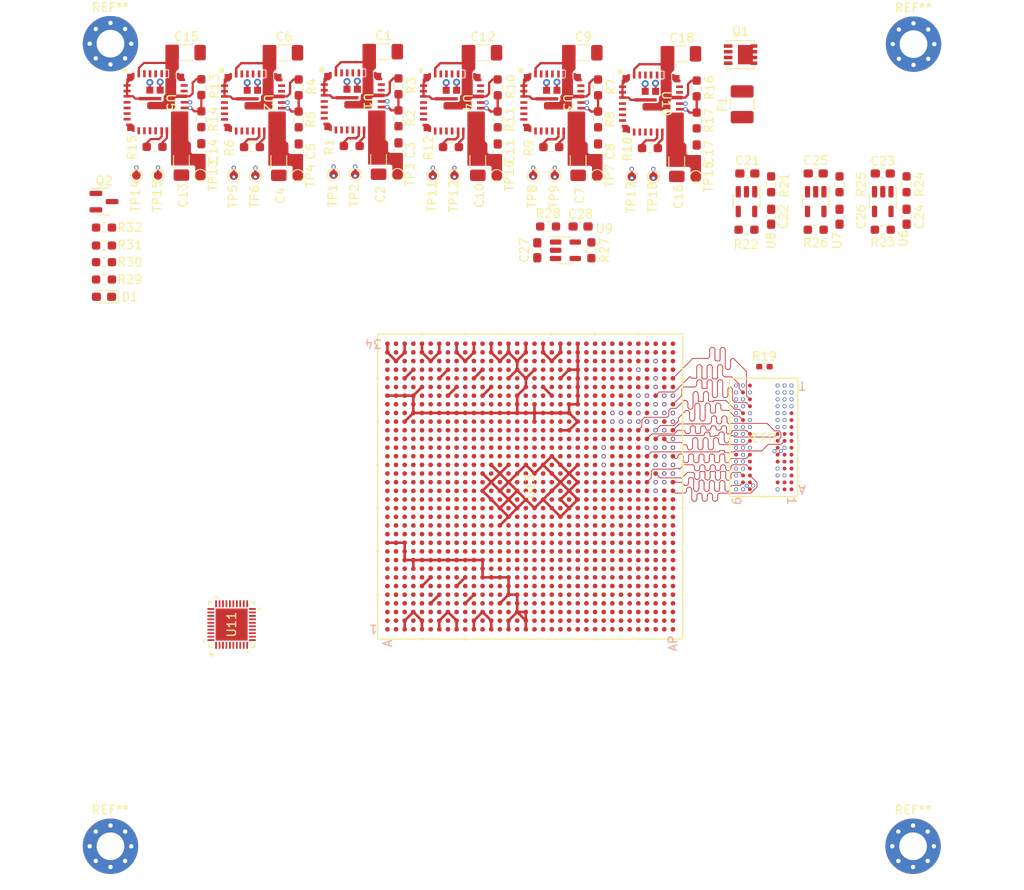
<source format=kicad_pcb>
(kicad_pcb (version 20221018) (generator pcbnew)
  (layers (0 "F.Cu" signal) (1 "In1.Cu" signal) (2 "In2.Cu" signal) (3 "In3.Cu" signal) (4 "In4.Cu" signal) (31 "B.Cu" signal) (34 "B.Paste" user) (35 "F.Paste" user) (36 "B.SilkS" user "B.Silkscreen") (37 "F.SilkS" user "F.Silkscreen") (38 "B.Mask" user) (39 "F.Mask" user) (44 "Edge.Cuts" user))
  (net 0 "")
  (net 1 "VCC")
  (net 2 "GND")
  (net 3 "Net-(C2-Pad1)")
  (net 4 "Net-(C4-Pad1)")
  (net 5 "Net-(C7-Pad1)")
  (net 6 "Net-(C10-Pad1)")
  (net 7 "Net-(C13-Pad1)")
  (net 8 "Net-(C16-Pad1)")
  (net 9 "3V3")
  (net 10 "2V5_LDO")
  (net 11 "1V8_LDO")
  (net 12 "0V85_LDO")
  (net 13 "1V8")
  (net 14 "1V2_LDO")
  (net 15 "Net-(D1-K)")
  (net 16 "VSS")
  (net 17 "Net-(Q1-D)")
  (net 18 "Net-(Q2-G)")
  (net 19 "Net-(Q2-D)")
  (net 20 "Net-(U1-FB)")
  (net 21 "Net-(U1-RGND)")
  (net 22 "Net-(U1-EN)")
  (net 23 "Net-(U2-EN)")
  (net 24 "Net-(U2-FB)")
  (net 25 "Net-(U2-RGND)")
  (net 26 "Net-(U3-EN)")
  (net 27 "Net-(U3-FB)")
  (net 28 "Net-(U3-RGND)")
  (net 29 "Net-(U4-EN)")
  (net 30 "Net-(U4-FB)")
  (net 31 "Net-(U4-RGND)")
  (net 32 "Net-(U5-EN)")
  (net 33 "Net-(U5-FB)")
  (net 34 "Net-(U5-RGND)")
  (net 35 "Net-(U10-EN)")
  (net 36 "Net-(U10-FB)")
  (net 37 "Net-(U10-RGND)")
  (net 38 "Net-(U8-FB)")
  (net 39 "Net-(U6-FB)")
  (net 40 "Net-(U7-FB)")
  (net 41 "Net-(U9-FB)")
  (net 42 "3V3_AUX_EN")
  (net 43 "3V3_PG")
  (net 44 "P_GOOD_ALL")
  (net 45 "Net-(U1-PG)")
  (net 46 "Net-(U2-PG)")
  (net 47 "Net-(U3-PG)")
  (net 48 "Net-(U4-PG)")
  (net 49 "Net-(U5-PG)")
  (net 50 "Net-(U10-PG)")
  (net 51 "Net-(U1-SW-Pad1)")
  (net 64 "Net-(U2-SW-Pad1)")
  (net 77 "Net-(U3-SW-Pad1)")
  (net 90 "Net-(U4-SW-Pad1)")
  (net 103 "Net-(U5-SW-Pad1)")
  (net 116 "Net-(U10-SW-Pad1)")
  (net 132 "Net-(U12A-TEN)")
  (net 133 "1V2")
  (net 134 "2V5")
  (net 201 "DDR_CKE")
  (net 202 "DDR_ODT")
  (net 203 "DDR_A14")
  (net 204 "DDR_ACT")
  (net 205 "DDR_CS")
  (net 206 "DDR_A16")
  (net 207 "DDR_A10")
  (net 208 "DDR_A12")
  (net 209 "DDR_A15")
  (net 210 "DDR_BA0")
  (net 211 "DDR_A4")
  (net 212 "DDR_A3")
  (net 213 "DDR_BA1")
  (net 214 "DDR_RES")
  (net 215 "DDR_A6")
  (net 216 "DDR_A0")
  (net 217 "DDR_A1")
  (net 218 "DDR_A5")
  (net 219 "DDR_A8")
  (net 220 "DDR_A2")
  (net 221 "DDR_A9")
  (net 222 "DDR_A7")
  (net 223 "DDR_A11")
  (net 224 "DDR_PAR")
  (net 225 "DDR_A13")
  (net 226 "DDR_ALTER")
  (net 227 "DDR_BG0")
  (net 269 "DDR_BY_L7")
  (net 270 "DDR_BY_L6")
  (net 271 "DDR_BY_L5")
  (net 272 "DDR_BY_L3")
  (net 273 "DDR_BY_L2")
  (net 274 "DDR_BY_L4")
  (net 275 "DDR_BY_L0")
  (net 276 "DDR_BY_L1")
  (net 277 "DDR_BY_U15")
  (net 278 "DDR_BY_U14")
  (net 279 "DDR_BY_U13")
  (net 280 "DDR_BY_U11")
  (net 281 "DDR_BY_U10")
  (net 282 "DDR_BY_U12")
  (net 283 "DDR_BY_U9")
  (net 284 "DDR_BY_U8")
  (net 285 "DDR_DQS1-")
  (net 286 "DDR_DQS1+")
  (net 287 "DDR_DM1")
  (net 288 "DDR_DM0")
  (net 289 "DDR_DQS0-")
  (net 290 "DDR_DQS0+")
  (net 291 "DDR_CK+")
  (net 292 "DDR_CK-")
  (net 390 "ETH_TR1+")
  (net 391 "ETH_TR1-")
  (net 392 "ETH_TR2+")
  (net 393 "ETH_TR2-")
  (net 394 "ETH_TR3+")
  (net 395 "ETH_TR4+")
  (net 396 "ETH_TR3-")
  (net 397 "ETH_TR4-")
  (net 398 "ETH_TXD3")
  (net 399 "ETH_TXD2")
  (net 400 "ETH_TXD1")
  (net 401 "ETH_TXD0")
  (net 402 "Net-(U11A-RXD3{slash}PHYAD0)")
  (net 403 "Net-(U11A-RXD2{slash}PLLOFF)")
  (net 404 "Net-(U11A-RXD1{slash}TXDLY)")
  (net 405 "Net-(U11A-RXD0{slash}RXDLY)")
  (footprint "TestPoint:TestPoint_Pad_D1.0mm" (layer "F.Cu") (at 130.395001 47.124998 -90)
    (fp_text reference "TP16")
    (fp_text value "Vout")
  )
  (footprint "Capacitor_SMD:C_1206_3216Metric_Pad1.33x1.80mm_HandSolder" (layer "F.Cu") (at 105.8 32.8)
    (fp_text reference "C12")
    (fp_text value "20uF")
  )
  (footprint "Package_SO:Vishay_PowerPAK_1212-8_Single" (layer "F.Cu") (at 135.565 33.015)
    (fp_text reference "Q1")
    (fp_text value "SiS415DNT")
  )
  (footprint "Resistor_SMD:R_0603_1608Metric_Pad0.98x0.95mm_HandSolder" (layer "F.Cu") (at 62 53 180)
    (fp_text reference "R32")
    (fp_text value "10K")
  )
  (footprint "TestPoint:TestPoint_Pad_D1.0mm" (layer "F.Cu") (at 111.595 47 -90)
    (fp_text reference "TP8")
    (fp_text value "PG")
  )
  (footprint "Capacitor_SMD:C_0603_1608Metric_Pad1.08x0.95mm_HandSolder" (layer "F.Cu") (at 136.35 46.75 180)
    (fp_text reference "C21")
    (fp_text value "10uf")
  )
  (footprint "Capacitor_SMD:C_0603_1608Metric_Pad1.08x0.95mm_HandSolder" (layer "F.Cu") (at 152 46.75)
    (fp_text reference "C23")
    (fp_text value "10uf")
  )
  (footprint "Resistor_SMD:R_0603_1608Metric_Pad0.98x0.95mm_HandSolder" (layer "F.Cu") (at 113.325 52.875 180)
    (fp_text reference "R28")
    (fp_text value "R")
  )
  (footprint "TestPoint:TestPoint_Pad_D1.0mm" (layer "F.Cu") (at 125.495002 47.124998 -90)
    (fp_text reference "TP18")
    (fp_text value "EN")
  )
  (footprint "Capacitor_SMD:C_1206_3216Metric_Pad1.33x1.80mm_HandSolder" (layer "F.Cu") (at 82.2 45.4 -90)
    (fp_text reference "C4")
    (fp_text value "44uF")
  )
  (footprint "MountingHole:MountingHole_3.2mm_M3_Pad_Via" (layer "F.Cu") (at 155.5 124.5)
    (fp_text reference "REF**")
    (fp_text value "MountingHole_3.2mm_M3_Pad_Via")
  )
  (footprint "MountingHole:MountingHole_3.2mm_M3_Pad_Via" (layer "F.Cu") (at 62.75 124.5)
    (fp_text reference "REF**")
    (fp_text value "MountingHole_3.2mm_M3_Pad_Via")
  )
  (footprint "Resistor_SMD:R_0402_1005Metric_Pad0.72x0.64mm_HandSolder" (layer "F.Cu") (at 138.325 69.075 180)
    (fp_text reference "R19")
    (fp_text value "499")
  )
  (footprint "Capacitor_SMD:C_0603_1608Metric_Pad1.08x0.95mm_HandSolder" (layer "F.Cu") (at 130.495001 44.324998 90)
    (fp_text reference "C17")
    (fp_text value "100nF")
  )
  (footprint "Capacitor_SMD:C_0603_1608Metric_Pad1.08x0.95mm_HandSolder" (layer "F.Cu") (at 96.030789 44.075001 90)
    (fp_text reference "C3")
    (fp_text value "100nF")
  )
  (footprint "lib:NAM12S06-D" (layer "F.Cu") (at 125.220001 38.674998 -90)
    (fp_text reference "U10")
    (fp_text value "~")
  )
  (footprint "Resistor_SMD:R_0603_1608Metric_Pad0.98x0.95mm_HandSolder" (layer "F.Cu") (at 62 59 180)
    (fp_text reference "R29")
    (fp_text value "10")
  )
  (footprint "Resistor_SMD:R_0603_1608Metric_Pad0.98x0.95mm_HandSolder" (layer "F.Cu") (at 144.249999 53.25)
    (fp_text reference "R26")
    (fp_text value "R")
  )
  (footprint "Resistor_SMD:R_0603_1608Metric_Pad0.98x0.95mm_HandSolder" (layer "F.Cu") (at 102.100001 43.7 180)
    (fp_text reference "R12")
    (fp_text value "R adj")
  )
  (footprint "Resistor_SMD:R_0603_1608Metric_Pad0.98x0.95mm_HandSolder" (layer "F.Cu") (at 113.695 43.7 180)
    (fp_text reference "R9")
    (fp_text value "R adj")
  )
  (footprint "Capacitor_SMD:C_1206_3216Metric_Pad1.33x1.80mm_HandSolder" (layer "F.Cu") (at 93.730789 45.275001 -90)
    (fp_text reference "C2")
    (fp_text value "44uF")
  )
  (footprint "Package_TO_SOT_SMD:SOT-23-5" (layer "F.Cu") (at 144.249999 50 -90)
    (fp_text reference "U7")
    (fp_text value "TLV75801PDBV")
  )
  (footprint "Capacitor_SMD:C_1206_3216Metric_Pad1.33x1.80mm_HandSolder" (layer "F.Cu") (at 71.544999 32.774999)
    (fp_text reference "C15")
    (fp_text value "20uF")
  )
  (footprint "TestPoint:TestPoint_Pad_D1.0mm" (layer "F.Cu") (at 77.000001 47 -90)
    (fp_text reference "TP5")
    (fp_text value "PG")
  )
  (footprint "Capacitor_SMD:C_1206_3216Metric_Pad1.33x1.80mm_HandSolder" (layer "F.Cu") (at 82.8 32.8)
    (fp_text reference "C6")
    (fp_text value "20uF")
  )
  (footprint "Resistor_SMD:R_0603_1608Metric_Pad0.98x0.95mm_HandSolder" (layer "F.Cu") (at 84.5 36.8 90)
    (fp_text reference "R4")
    (fp_text value "1k opt")
  )
  (footprint "Resistor_SMD:R_0603_1608Metric_Pad0.98x0.95mm_HandSolder" (layer "F.Cu") (at 130.495001 36.924998 90)
    (fp_text reference "R16")
    (fp_text value "1k opt")
  )
  (footprint "Package_TO_SOT_SMD:SOT-23-5" (layer "F.Cu") (at 115.325 55.625)
    (fp_text reference "U9")
    (fp_text value "TLV75801PDBV")
  )
  (footprint "TestPoint:TestPoint_Pad_D1.0mm" (layer "F.Cu") (at 88.53079 46.875001 -90)
    (fp_text reference "TP1")
    (fp_text value "PG")
  )
  (footprint "Capacitor_SMD:C_1206_3216Metric_Pad1.33x1.80mm_HandSolder" (layer "F.Cu") (at 94.330789 32.675001)
    (fp_text reference "C1")
    (fp_text value "20uF")
  )
  (footprint "lib:FFVB1156_XIL-L" (layer "F.Cu") (at 111.25 82.925 90)
    (fp_text reference "U13")
    (fp_text value "XCZU15EG-2FFVB1156E")
  )
  (footprint "TestPoint:TestPoint_Pad_D1.0mm" (layer "F.Cu") (at 107.4 47 -90)
    (fp_text reference "TP10")
    (fp_text value "Vout")
  )
  (footprint "Resistor_SMD:R_0603_1608Metric_Pad0.98x0.95mm_HandSolder" (layer "F.Cu") (at 130.495001 40.625 90)
    (fp_text reference "R17")
    (fp_text value "20K opt")
  )
  (footprint "Resistor_SMD:R_0603_1608Metric_Pad0.98x0.95mm_HandSolder" (layer "F.Cu") (at 125.095002 43.824998 180)
    (fp_text reference "R18")
    (fp_text value "R adj")
  )
  (footprint "Package_TO_SOT_SMD:SOT-23-5" (layer "F.Cu") (at 152 50 -90)
    (fp_text reference "U6")
    (fp_text value "TLV75801PDBV")
  )
  (footprint "Capacitor_SMD:C_0603_1608Metric_Pad1.08x0.95mm_HandSolder" (layer "F.Cu") (at 112.075 55.625 -90)
    (fp_text reference "C27")
    (fp_text value "10uf")
  )
  (footprint "LED_SMD:LED_0603_1608Metric_Pad1.05x0.95mm_HandSolder" (layer "F.Cu") (at 62 61 180)
    (fp_text reference "D1")
    (fp_text value "LED")
  )
  (footprint "Package_TO_SOT_SMD:SOT-23" (layer "F.Cu") (at 62 50)
    (fp_text reference "Q2")
    (fp_text value "TSM2302CX")
  )
  (footprint "Resistor_SMD:R_0603_1608Metric_Pad0.98x0.95mm_HandSolder" (layer "F.Cu") (at 79.100001 43.7 180)
    (fp_text reference "R6")
    (fp_text value "R adj")
  )
  (footprint "TestPoint:TestPoint_Pad_D1.0mm" (layer "F.Cu") (at 73.144999 46.974999 -90)
    (fp_text reference "TP13")
    (fp_text value "Vout")
  )
  (footprint "lib:NAM12S06-D" (layer "F.Cu") (at 102.225 38.55 -90)
    (fp_text reference "U4")
    (fp_text value "~")
  )
  (footprint "Capacitor_SMD:C_0603_1608Metric_Pad1.08x0.95mm_HandSolder" (layer "F.Cu") (at 107.5 44.2 90)
    (fp_text reference "C11")
    (fp_text value "100nF")
  )
  (footprint "lib:NAM12S06-D" (layer "F.Cu") (at 79.225 38.55 -90)
    (fp_text reference "U2")
    (fp_text value "~")
  )
  (footprint "Resistor_SMD:R_0603_1608Metric_Pad0.98x0.95mm_HandSolder" (layer "F.Cu") (at 90.63079 43.575001 180)
    (fp_text reference "R1")
    (fp_text value "R adj")
  )
  (footprint "TestPoint:TestPoint_Pad_D1.0mm" (layer "F.Cu") (at 65.745 46.974999 -90)
    (fp_text reference "TP14")
    (fp_text value "PG")
  )
  (footprint "Resistor_SMD:R_0603_1608Metric_Pad0.98x0.95mm_HandSolder" (layer "F.Cu") (at 84.5 40.500002 90)
    (fp_text reference "R5")
    (fp_text value "20K opt")
  )
  (footprint "Capacitor_SMD:C_0603_1608Metric_Pad1.08x0.95mm_HandSolder" (layer "F.Cu") (at 84.5 44.2 90)
    (fp_text reference "C5")
    (fp_text value "100nF")
  )
  (footprint "MountingHole:MountingHole_3.2mm_M3_Pad_Via" (layer "F.Cu") (at 155.552944 31.802944)
    (fp_text reference "REF**")
    (fp_text value "MountingHole_3.2mm_M3_Pad_Via")
  )
  (footprint "TestPoint:TestPoint_Pad_D1.0mm" (layer "F.Cu") (at 102.500001 47 -90)
    (fp_text reference "TP12")
    (fp_text value "EN")
  )
  (footprint "TestPoint:TestPoint_Pad_D1.0mm" (layer "F.Cu") (at 100.000001 47 -90)
    (fp_text reference "TP11")
    (fp_text value "PG")
  )
  (footprint "lib:NAM12S06-D" (layer "F.Cu") (at 90.755789 38.425001 -90)
    (fp_text reference "U1")
    (fp_text value "~")
  )
  (footprint "Resistor_SMD:R_0603_1608Metric_Pad0.98x0.95mm_HandSolder" (layer "F.Cu") (at 152 53.25 180)
    (fp_text reference "R23")
    (fp_text value "R")
  )
  (footprint "Capacitor_SMD:C_0603_1608Metric_Pad1.08x0.95mm_HandSolder" (layer "F.Cu") (at 119.094999 44.2 90)
    (fp_text reference "C8")
    (fp_text value "100nF")
  )
  (footprint "TestPoint:TestPoint_Pad_D1.0mm" (layer "F.Cu") (at 68.245 46.974999 -90)
    (fp_text reference "TP15")
    (fp_text value "EN")
  )
  (footprint "TestPoint:TestPoint_Pad_D1.0mm" (layer "F.Cu") (at 91.03079 46.875001 -90)
    (fp_text reference "TP2")
    (fp_text value "EN")
  )
  (footprint "Capacitor_SMD:C_1206_3216Metric_Pad1.33x1.80mm_HandSolder" (layer "F.Cu") (at 117.394999 32.8)
    (fp_text reference "C9")
    (fp_text value "20uF")
  )
  (footprint "Capacitor_SMD:C_0603_1608Metric_Pad1.08x0.95mm_HandSolder" (layer "F.Cu") (at 154.749999 51.75 90)
    (fp_text reference "C24")
    (fp_text value "10uf")
  )
  (footprint "Resistor_SMD:R_0603_1608Metric_Pad0.98x0.95mm_HandSolder" (layer "F.Cu") (at 67.845 43.674999 180)
    (fp_text reference "R15")
    (fp_text value "R adj")
  )
  (footprint "Package_TO_SOT_SMD:SOT-23-5" (layer "F.Cu") (at 136.25 50 -90)
    (fp_text reference "U8")
    (fp_text value "TLV75801PDBV")
  )
  (footprint "lib:NAM12S06-D" (layer "F.Cu") (at 67.969999 38.524999 -90)
    (fp_text reference "U5")
    (fp_text value "~")
  )
  (footprint "TestPoint:TestPoint_Pad_D1.0mm" (layer "F.Cu") (at 84.4 47 -90)
    (fp_text reference "TP4")
    (fp_text value "Vout")
  )
  (footprint "Resistor_SMD:R_0603_1608Metric_Pad0.98x0.95mm_HandSolder" (layer "F.Cu") (at 146.999999 48 90)
    (fp_text reference "R25")
    (fp_text value "R")
  )
  (footprint "Resistor_SMD:R_0603_1608Metric_Pad0.98x0.95mm_HandSolder" (layer "F.Cu") (at 62 57 180)
    (fp_text reference "R30")
    (fp_text value "10K")
  )
  (footprint "TestPoint:TestPoint_Pad_D1.0mm" (layer "F.Cu") (at 95.930789 46.875001 -90)
    (fp_text reference "TP3")
    (fp_text value "Vout")
  )
  (footprint "Resistor_SMD:R_0603_1608Metric_Pad0.98x0.95mm_HandSolder" (layer "F.Cu") (at 96.030789 40.375003 90)
    (fp_text reference "R2")
    (fp_text value "20K opt")
  )
  (footprint "Capacitor_SMD:C_1206_3216Metric_Pad1.33x1.80mm_HandSolder" (layer "F.Cu") (at 128.195001 45.524998 -90)
    (fp_text reference "C16")
    (fp_text value "44uF")
  )
  (footprint "Resistor_SMD:R_0603_1608Metric_Pad0.98x0.95mm_HandSolder" (layer "F.Cu") (at 139.1 48 90)
    (fp_text reference "R21")
    (fp_text value "R")
  )
  (footprint "Resistor_SMD:R_0603_1608Metric_Pad0.98x0.95mm_HandSolder" (layer "F.Cu") (at 118.325 55.625 -90)
    (fp_text reference "R27")
    (fp_text value "R")
  )
  (footprint "Capacitor_SMD:C_1206_3216Metric_Pad1.33x1.80mm_HandSolder" (layer "F.Cu") (at 105.2 45.4 -90)
    (fp_text reference "C10")
    (fp_text value "44uF")
  )
  (footprint "TestPoint:TestPoint_Pad_D1.0mm" (layer "F.Cu") (at 114.095 47 -90)
    (fp_text reference "TP9")
    (fp_text value "EN")
  )
  (footprint "Capacitor_SMD:C_1206_3216Metric_Pad1.33x1.80mm_HandSolder" (layer "F.Cu") (at 116.794999 45.4 -90)
    (fp_text reference "C7")
    (fp_text value "44uF")
  )
  (footprint "TestPoint:TestPoint_Pad_D1.0mm" (layer "F.Cu") (at 79.500001 47 -90)
    (fp_text reference "TP6")
    (fp_text value "EN")
  )
  (footprint "Capacitor_SMD:C_1206_3216Metric_Pad1.33x1.80mm_HandSolder" (layer "F.Cu") (at 70.944999 45.374999 -90)
    (fp_text reference "C13")
    (fp_text value "44uF")
  )
  (footprint "Capacitor_SMD:C_0603_1608Metric_Pad1.08x0.95mm_HandSolder" (layer "F.Cu") (at 139.1 51.75 -90)
    (fp_text reference "C22")
    (fp_text value "10uf")
  )
  (footprint "lib:NAM12S06-D" (layer "F.Cu") (at 113.819999 38.55 -90)
    (fp_text reference "U3")
    (fp_text value "~")
  )
  (footprint "Capacitor_SMD:C_0603_1608Metric_Pad1.08x0.95mm_HandSolder" (layer "F.Cu") (at 144.249999 46.75 180)
    (fp_text reference "C25")
    (fp_text value "10uf")
  )
  (footprint "lib:FBGA96X16_7P5X13P3_SAM" (layer "F.Cu") (at 138.25 77.249999 180)
    (fp_text reference "U12")
    (fp_text value "K4A8G165WC-BCTD")
  )
  (footprint "MountingHole:MountingHole_3.2mm_M3_Pad_Via" (layer "F.Cu") (at 62.75 31.75)
    (fp_text reference "REF**")
    (fp_text value "MountingHole_3.2mm_M3_Pad_Via")
  )
  (footprint "TestPoint:TestPoint_Pad_D1.0mm" (layer "F.Cu") (at 118.994999 47 -90)
    (fp_text reference "TP7")
    (fp_text value "Vout")
  )
  (footprint "TestPoint:TestPoint_Pad_D1.0mm" (layer "F.Cu") (at 122.995002 47.124998 -90)
    (fp_text reference "TP17")
    (fp_text value "PG")
  )
  (footprint "lib:RTL8211F-CG_RTK" (layer "F.Cu") (at 76.750001 98.8771 90)
    (fp_text reference "U11")
    (fp_text value "RTL8211F-CG")
  )
  (footprint "Resistor_SMD:R_0603_1608Metric_Pad0.98x0.95mm_HandSolder" (layer "F.Cu") (at 107.5 36.8 90)
    (fp_text reference "R10")
    (fp_text value "1k opt")
  )
  (footprint "Resistor_SMD:R_0603_1608Metric_Pad0.98x0.95mm_HandSolder" (layer "F.Cu") (at 136.25 53.25)
    (fp_text reference "R22")
    (fp_text value "R")
  )
  (footprint "Resistor_SMD:R_0603_1608Metric_Pad0.98x0.95mm_HandSolder" (layer "F.Cu") (at 73.244999 36.774999 90)
    (fp_text reference "R13")
    (fp_text value "1k opt")
  )
  (footprint "Resistor_SMD:R_0603_1608Metric_Pad0.98x0.95mm_HandSolder" (layer "F.Cu") (at 96.030789 36.675001 90)
    (fp_text reference "R3")
    (fp_text value "1k opt")
  )
  (footprint "Resistor_SMD:R_0603_1608Metric_Pad0.98x0.95mm_HandSolder" (layer "F.Cu") (at 107.5 40.500002 90)
    (fp_text reference "R11")
    (fp_text value "20K opt")
  )
  (footprint "Resistor_SMD:R_0603_1608Metric_Pad0.98x0.95mm_HandSolder" (layer "F.Cu") (at 119.094999 36.8 90)
    (fp_text reference "R7")
    (fp_text value "1k opt")
  )
  (footprint "Resistor_SMD:R_0603_1608Metric_Pad0.98x0.95mm_HandSolder" (layer "F.Cu") (at 154.749999 48 90)
    (fp_text reference "R24")
    (fp_text value "R")
  )
  (footprint "Resistor_SMD:R_0603_1608Metric_Pad0.98x0.95mm_HandSolder" (layer "F.Cu") (at 62 55.075001 180)
    (fp_text reference "R31")
    (fp_text value "10K")
  )
  (footprint "Capacitor_SMD:C_0603_1608Metric_Pad1.08x0.95mm_HandSolder" (layer "F.Cu") (at 117.075 52.875)
    (fp_text reference "C28")
    (fp_text value "10uf")
  )
  (footprint "Capacitor_SMD:C_0603_1608Metric_Pad1.08x0.95mm_HandSolder" (layer "F.Cu") (at 73.244999 44.174999 90)
    (fp_text reference "C14")
    (fp_text value "100nF")
  )
  (footprint "Resistor_SMD:R_0603_1608Metric_Pad0.98x0.95mm_HandSolder" (layer "F.Cu") (at 119.094999 40.500002 90)
    (fp_text reference "R8")
    (fp_text value "20K opt")
  )
  (footprint "Fuse:Fuse_1210_3225Metric_Pad1.42x2.65mm_HandSolder" (layer "F.Cu") (at 135.75 38.75 90)
    (fp_text reference "F1")
    (fp_text value "Fuse")
  )
  (footprint "Capacitor_SMD:C_1206_3216Metric_Pad1.33x1.80mm_HandSolder" (layer "F.Cu") (at 128.795001 32.924998)
    (fp_text reference "C18")
    (fp_text value "20uF")
  )
  (footprint "Resistor_SMD:R_0603_1608Metric_Pad0.98x0.95mm_HandSolder" (layer "F.Cu") (at 73.244999 40.475001 90)
    (fp_text reference "R14")
    (fp_text value "20K opt")
  )
  (footprint "Capacitor_SMD:C_0603_1608Metric_Pad1.08x0.95mm_HandSolder" (layer "F.Cu") (at 146.999999 51.749999 -90)
    (fp_text reference "C26")
    (fp_text value "10uf")
  )
  (segment (start 117.765 37.850001) (end 117.11 37.85) (width 0.25) (layer "F.Cu") (net 1))
  (segment (start 83.5 36.3) (end 83.5 37.520001) (width 0.25) (layer "F.Cu") (net 1))
  (segment (start 126.695 34.124998) (end 127.2325 33.587498) (width 0.25) (layer "F.Cu") (net 1))
  (segment (start 104.2375 33.4625) (end 104.237501 32.8) (width 0.25) (layer "F.Cu") (net 1))
  (segment (start 92.230789 33.875) (end 92.768288 33.337499) (width 0.25) (layer "F.Cu") (net 1))
  (segment (start 117.764999 37.85) (end 117.109999 37.85) (width 0.25) (layer "F.Cu") (net 1))
  (segment (start 80.699999 34) (end 81.237499 33.4625) (width 0.25) (layer "F.Cu") (net 1))
  (segment (start 96.03079 35.762502) (end 95.44329 35.762501) (width 0.25) (layer "F.Cu") (net 1))
  (segment (start 118.507499 35.8875) (end 118.094999 36.3) (width 0.25) (layer "F.Cu") (net 1))
  (segment (start 66.615 33.975) (end 69.445 33.975) (width 0.25) (layer "F.Cu") (net 1))
  (segment (start 92.768289 33.337501) (end 92.76829 32.675001) (width 0.25) (layer "F.Cu") (net 1))
  (segment (start 119.095 35.887501) (end 118.5075 35.8875) (width 0.25) (layer "F.Cu") (net 1))
  (segment (start 104.2375 33.462501) (end 104.2375 32.8) (width 0.25) (layer "F.Cu") (net 1))
  (segment (start 123.865002 34.124998) (end 126.695 34.124998) (width 0.25) (layer "F.Cu") (net 1))
  (segment (start 100.87 34.000001) (end 103.7 34) (width 0.25) (layer "F.Cu") (net 1))
  (segment (start 119.095 35.887501) (end 118.507499 35.8875) (width 0.25) (layer "F.Cu") (net 1))
  (segment (start 77.275001 34.595001) (end 77.870001 34.000001) (width 0.25) (layer "F.Cu") (net 1))
  (segment (start 77.275 35.25) (end 77.275001 34.595001) (width 0.25) (layer "F.Cu") (net 1))
  (segment (start 118.5075 35.8875) (end 118.095 36.3) (width 0.25) (layer "F.Cu") (net 1))
  (segment (start 103.700001 34.000001) (end 104.2375 33.4625) (width 0.25) (layer "F.Cu") (net 1))
  (segment (start 115.295 34.000001) (end 115.832499 33.4625) (width 0.25) (layer "F.Cu") (net 1))
  (segment (start 83.912501 35.8875) (end 83.500001 36.3) (width 0.25) (layer "F.Cu") (net 1))
  (segment (start 115.295 34.000003) (end 115.832501 33.462501) (width 0.25) (layer "F.Cu") (net 1))
  (segment (start 115.832499 33.4625) (end 115.8325 32.8) (width 0.25) (layer "F.Cu") (net 1))
  (segment (start 89.400787 33.875) (end 92.230789 33.875) (width 0.25) (layer "F.Cu") (net 1))
  (segment (start 123.270001 35.374998) (end 123.270002 34.719999) (width 0.25) (layer "F.Cu") (net 1))
  (segment (start 111.87 35.250001) (end 111.87 34.595001) (width 0.25) (layer "F.Cu") (net 1))
  (segment (start 69.445 33.975) (end 69.982499 33.437499) (width 0.25) (layer "F.Cu") (net 1))
  (segment (start 106.5 37.52) (end 106.17 37.850001) (width 0.25) (layer "F.Cu") (net 1))
  (segment (start 66.02 34.57) (end 66.615 33.975) (width 0.25) (layer "F.Cu") (net 1))
  (segment (start 83.17 37.85) (end 82.515 37.85) (width 0.25) (layer "F.Cu") (net 1))
  (segment (start 83.500001 36.3) (end 83.500001 37.520001) (width 0.25) (layer "F.Cu") (net 1))
  (segment (start 129.907501 36.0125) (end 129.495001 36.424998) (width 0.25) (layer "F.Cu") (net 1))
  (segment (start 77.274999 34.595) (end 77.869999 34) (width 0.25) (layer "F.Cu") (net 1))
  (segment (start 100.274999 35.25) (end 100.275 34.595001) (width 0.25) (layer "F.Cu") (net 1))
  (segment (start 106.17 37.85) (end 105.515 37.85) (width 0.25) (layer "F.Cu") (net 1))
  (segment (start 129.165001 37.974998) (end 128.510001 37.974998) (width 0.25) (layer "F.Cu") (net 1))
  (segment (start 95.03079 36.175001) (end 95.03079 37.395002) (width 0.25) (layer "F.Cu") (net 1))
  (segment (start 95.030787 36.174999) (end 95.030788 37.394999) (width 0.25) (layer "F.Cu") (net 1))
  (segment (start 130.495002 36.012499) (end 129.907502 36.012498) (width 0.25) (layer "F.Cu") (net 1))
  (segment (start 118.095 37.520001) (end 117.764999 37.85) (width 0.25) (layer "F.Cu") (net 1))
  (segment (start 103.7 34) (end 104.2375 33.462501) (width 0.25) (layer "F.Cu") (net 1))
  (segment (start 129.165002 37.974998) (end 128.510002 37.974998) (width 0.25) (layer "F.Cu") (net 1))
  (segment (start 123.270002 35.374998) (end 123.270002 34.719998) (width 0.25) (layer "F.Cu") (net 1))
  (segment (start 66.019999 35.224999) (end 66.02 34.57) (width 0.25) (layer "F.Cu") (net 1))
  (segment (start 123.270002 34.719998) (end 123.865002 34.124998) (width 0.25) (layer "F.Cu") (net 1))
  (segment (start 88.805787 35.125) (end 88.805788 34.47) (width 0.25) (layer "F.Cu") (net 1))
  (segment (start 106.912501 35.8875) (end 106.500001 36.3) (width 0.25) (layer "F.Cu") (net 1))
  (segment (start 106.5 36.3) (end 106.5 37.52) (width 0.25) (layer "F.Cu") (net 1))
  (segment (start 129.907502 36.012498) (end 129.495002 36.424998) (width 0.25) (layer "F.Cu") (net 1))
  (segment (start 81.2375 33.4625) (end 81.237501 32.8) (width 0.25) (layer "F.Cu") (net 1))
  (segment (start 129.495002 36.424998) (end 129.495002 37.644999) (width 0.25) (layer "F.Cu") (net 1))
  (segment (start 95.030788 37.394999) (end 94.700788 37.724999) (width 0.25) (layer "F.Cu") (net 1))
  (segment (start 88.80579 34.470002) (end 89.40079 33.875002) (width 0.25) (layer "F.Cu") (net 1))
  (segment (start 107.5 35.887501) (end 106.9125 35.8875) (width 0.25) (layer "F.Cu") (net 1))
  (segment (start 72.245 37.495) (end 71.914999 37.824999) (width 0.25) (layer "F.Cu") (net 1))
  (segment (start 95.03079 37.395002) (end 94.700789 37.725001) (width 0.25) (layer "F.Cu") (net 1))
  (segment (start 95.443288 35.762499) (end 95.030787 36.174999) (width 0.25) (layer "F.Cu") (net 1))
  (segment (start 118.094999 36.3) (end 118.095 37.519999) (width 0.25) (layer "F.Cu") (net 1))
  (segment (start 107.500001 35.887501) (end 106.912501 35.8875) (width 0.25) (layer "F.Cu") (net 1))
  (segment (start 129.495002 37.644999) (end 129.165001 37.974998) (width 0.25) (layer "F.Cu") (net 1))
  (segment (start 72.6575 35.862499) (end 72.245 36.274999) (width 0.25) (layer "F.Cu") (net 1))
  (segment (start 69.982499 33.437499) (end 69.9825 32.774999) (width 0.25) (layer "F.Cu") (net 1))
  (segment (start 81.237499 33.4625) (end 81.2375 32.800001) (width 0.25) (layer "F.Cu") (net 1))
  (segment (start 129.495001 36.424998) (end 129.495001 37.644999) (width 0.25) (layer "F.Cu") (net 1))
  (segment (start 77.870001 34.000001) (end 80.700001 34.000001) (width 0.25) (layer "F.Cu") (net 1))
  (segment (start 88.805789 35.125001) (end 88.80579 34.470002) (width 0.25) (layer "F.Cu") (net 1))
  (segment (start 83.169999 37.85) (end 82.514999 37.85) (width 0.25) (layer "F.Cu") (net 1))
  (segment (start 95.44329 35.762501) (end 95.03079 36.175001) (width 0.25) (layer "F.Cu") (net 1))
  (segment (start 100.275 35.25) (end 100.275001 34.595001) (width 0.25) (layer "F.Cu") (net 1))
  (segment (start 72.245 36.274999) (end 72.245 37.495) (width 0.25) (layer "F.Cu") (net 1))
  (segment (start 84.500001 35.887501) (end 83.912501 35.8875) (width 0.25) (layer "F.Cu") (net 1))
  (segment (start 83.9125 35.887499) (end 83.5 36.3) (width 0.25) (layer "F.Cu") (net 1))
  (segment (start 100.275001 34.595001) (end 100.870001 34.000001) (width 0.25) (layer "F.Cu") (net 1))
  (segment (start 96.030788 35.7625) (end 95.443288 35.762499) (width 0.25) (layer "F.Cu") (net 1))
  (segment (start 89.40079 33.875002) (end 92.23079 33.875002) (width 0.25) (layer "F.Cu") (net 1))
  (segment (start 94.700788 37.724999) (end 94.045788 37.724999) (width 0.25) (layer "F.Cu") (net 1))
  (segment (start 94.700789 37.725001) (end 94.045789 37.725001) (width 0.25) (layer "F.Cu") (net 1))
  (segment (start 100.870001 34.000001) (end 103.700001 34.000001) (width 0.25) (layer "F.Cu") (net 1))
  (segment (start 118.095 37.519999) (end 117.765 37.850001) (width 0.25) (layer "F.Cu") (net 1))
  (segment (start 129.495001 37.644999) (end 129.165002 37.974998) (width 0.25) (layer "F.Cu") (net 1))
  (segment (start 73.245 35.8625) (end 72.6575 35.862499) (width 0.25) (layer "F.Cu") (net 1))
  (segment (start 115.832501 33.462501) (end 115.8325 32.8) (width 0.25) (layer "F.Cu") (net 1))
  (segment (start 127.232501 33.587498) (end 127.232502 32.924998) (width 0.25) (layer "F.Cu") (net 1))
  (segment (start 106.9125 35.8875) (end 106.5 36.3) (width 0.25) (layer "F.Cu") (net 1))
  (segment (start 84.499999 35.8875) (end 83.9125 35.887499) (width 0.25) (layer "F.Cu") (net 1))
  (segment (start 106.17 37.850001) (end 105.515 37.850001) (width 0.25) (layer "F.Cu") (net 1))
  (segment (start 92.23079 33.875002) (end 92.768289 33.337501) (width 0.25) (layer "F.Cu") (net 1))
  (segment (start 130.495002 36.012498) (end 129.907501 36.0125) (width 0.25) (layer "F.Cu") (net 1))
  (segment (start 126.695002 34.124999) (end 127.232501 33.587498) (width 0.25) (layer "F.Cu") (net 1))
  (segment (start 112.465 34) (end 115.295 34.000003) (width 0.25) (layer "F.Cu") (net 1))
  (segment (start 83.500001 37.520001) (end 83.17 37.85) (width 0.25) (layer "F.Cu") (net 1))
  (segment (start 88.805788 34.47) (end 89.400787 33.875) (width 0.25) (layer "F.Cu") (net 1))
  (segment (start 118.095 36.3) (end 118.095 37.520001) (width 0.25) (layer "F.Cu") (net 1))
  (segment (start 112.465 34.000001) (end 115.295 34.000001) (width 0.25) (layer "F.Cu") (net 1))
  (segment (start 106.500001 37.520001) (end 106.17 37.85) (width 0.25) (layer "F.Cu") (net 1))
  (segment (start 111.87 34.595001) (end 112.465 34) (width 0.25) (layer "F.Cu") (net 1))
  (segment (start 92.768288 33.337499) (end 92.768288 32.674999) (width 0.25) (layer "F.Cu") (net 1))
  (segment (start 106.500001 36.3) (end 106.500001 37.520001) (width 0.25) (layer "F.Cu") (net 1))
  (segment (start 77.869999 34) (end 80.699999 34) (width 0.25) (layer "F.Cu") (net 1))
  (segment (start 100.275 34.595001) (end 100.87 34.000001) (width 0.25) (layer "F.Cu") (net 1))
  (segment (start 127.2325 33.587498) (end 127.232501 32.924999) (width 0.25) (layer "F.Cu") (net 1))
  (segment (start 71.914999 37.824999) (end 71.259999 37.824999) (width 0.25) (layer "F.Cu") (net 1))
  (segment (start 80.700001 34.000001) (end 81.2375 33.4625) (width 0.25) (layer "F.Cu") (net 1))
  (segment (start 111.869999 35.25) (end 111.87 34.595001) (width 0.25) (layer "F.Cu") (net 1))
  (segment (start 77.274999 35.25) (end 77.274999 34.595) (width 0.25) (layer "F.Cu") (net 1))
  (segment (start 123.270002 34.719999) (end 123.865002 34.124999) (width 0.25) (layer "F.Cu") (net 1))
  (segment (start 111.87 34.595001) (end 112.465 34.000001) (width 0.25) (layer "F.Cu") (net 1))
  (segment (start 123.865002 34.124999) (end 126.695002 34.124999) (width 0.25) (layer "F.Cu") (net 1))
  (segment (start 83.5 37.520001) (end 83.169999 37.85) (width 0.25) (layer "F.Cu") (net 1))
  (segment (start 124.545 36.375) (end 124.545001 37.259998) (width 0.25) (layer "F.Cu") (net 2))
  (segment (start 116.75 73.425) (end 115.75 73.425) (width 0.3) (layer "F.Cu") (net 2))
  (segment (start 108.75 67.425) (end 108.75 66.425) (width 0.3) (layer "F.Cu") (net 2))
  (segment (start 97.75 69.425) (end 96.75 70.425) (width 0.3) (layer "F.Cu") (net 2))
  (segment (start 105.75 93.425) (end 105.75 91.424999) (width 0.3) (layer "F.Cu") (net 2))
  (segment (start 116.75 80.425) (end 114.75 82.424999) (width 0.3) (layer "F.Cu") (net 2))
  (segment (start 114.75 86.424999) (end 116.5625 84.612499) (width 0.3) (layer "F.Cu") (net 2))
  (segment (start 97.75 74.425) (end 96.75 75.425) (width 0.3) (layer "F.Cu") (net 2))
  (segment (start 107.75 96.425) (end 108.75 95.425) (width 0.3) (layer "F.Cu") (net 2))
  (segment (start 115.75 69.425) (end 116.749999 69.425) (width 0.3) (layer "F.Cu") (net 2))
  (segment (start 107.749999 87.425) (end 110.75 84.424999) (width 0.3) (layer "F.Cu") (net 2))
  (segment (start 110.75 70.425) (end 109.75 69.425) (width 0.3) (layer "F.Cu") (net 2))
  (segment (start 108.75 93.425) (end 108.75 95.425) (width 0.3) (layer "F.Cu") (net 2))
  (segment (start 104.750001 67.425) (end 103.75 68.425) (width 0.3) (layer "F.Cu") (net 2))
  (segment (start 113.75 79.425) (end 112.75 80.425) (width 0.3) (layer "F.Cu") (net 2))
  (segment (start 112.75 80.425) (end 111.75 81.425) (width 0.3) (layer "F.Cu") (net 2))
  (segment (start 114.749999 76.425) (end 115.75 76.425) (width 0.3) (layer "F.Cu") (net 2))
  (segment (start 107.75 68.425) (end 106.75 67.425) (width 0.3) (layer "F.Cu") (net 2))
  (segment (start 112.75 84.424999) (end 114.75 86.424999) (width 0.3) (layer "F.Cu") (net 2))
  (segment (start 96.75 91.424999) (end 96.749999 89.425) (width 0.3) (layer "F.Cu") (net 2))
  (segment (start 112.75 71.425) (end 113.75 72.424999) (width 0.3) (layer "F.Cu") (net 2))
  (segment (start 107.75 85.425) (end 109.75 83.425) (width 0.3) (layer "F.Cu") (net 2))
  (segment (start 96.749999 98.424999) (end 97.75 97.424999) (width 0.3) (layer "F.Cu") (net 2))
  (segment (start 106.75 80.425) (end 111.75 85.425) (width 0.3) (layer "F.Cu") (net 2))
  (segment (start 111.75 75.424999) (end 111.75 73.425) (width 0.3) (layer "F.Cu") (net 2))
  (segment (start 124.545002 36.374998) (end 124.545001 37.259998) (width 0.25) (layer "F.Cu") (net 2))
  (segment (start 125.745002 36.324999) (end 125.745001 37.259998) (width 0.25) (layer "F.Cu") (net 2))
  (segment (start 111.75 81.425) (end 110.75 80.425) (width 0.3) (layer "F.Cu") (net 2))
  (segment (start 104.75 66.425) (end 104.750001 67.425) (width 0.3) (layer "F.Cu") (net 2))
  (segment (start 104.750001 99.425) (end 104.75 98.425) (width 0.3) (layer "F.Cu") (net 2))
  (segment (start 104.75 98.425) (end 105.75 97.425) (width 0.3) (layer "F.Cu") (net 2))
  (segment (start 101.55 36.25) (end 101.550001 37.135) (width 0.25) (layer "F.Cu") (net 2))
  (segment (start 102.75 36.2) (end 102.75 37.135) (width 0.25) (layer "F.Cu") (net 2))
  (segment (start 115.75 74.425) (end 116.75 75.424999) (width 0.3) (layer "F.Cu") (net 2))
  (segment (start 106.75 67.425) (end 106.75 66.424999) (width 0.3) (layer "F.Cu") (net 2))
  (segment (start 96.749999 99.425) (end 96.749999 98.424999) (width 0.3) (layer "F.Cu") (net 2))
  (segment (start 110.75 66.424999) (end 110.75 67.425) (width 0.3) (layer "F.Cu") (net 2))
  (segment (start 79.75 36.2) (end 79.75 37.135) (width 0.25) (layer "F.Cu") (net 2))
  (segment (start 109.75 69.425) (end 108.75 70.425) (width 0.3) (layer "F.Cu") (net 2))
  (segment (start 115.75 76.425) (end 116.75 75.424999) (width 0.3) (layer "F.Cu") (net 2))
  (segment (start 96.749999 66.424999) (end 96.749999 67.425) (width 0.3) (layer "F.Cu") (net 2))
  (segment (start 111.75 85.425) (end 114.75 82.424999) (width 0.3) (layer "F.Cu") (net 2))
  (segment (start 101.75 69.425) (end 100.75 70.425) (width 0.3) (layer "F.Cu") (net 2))
  (segment (start 110.75 97.425) (end 109.75 97.425) (width 0.3) (layer "F.Cu") (net 2))
  (segment (start 115.75 74.425) (end 113.75 74.425) (width 0.3) (layer "F.Cu") (net 2))
  (segment (start 78.550001 36.25) (end 78.55 37.135) (width 0.25) (layer "F.Cu") (net 2))
  (segment (start 110.75 98.424999) (end 109.75 97.425) (width 0.3) (layer "F.Cu") (net 2))
  (segment (start 112.75 67.425) (end 112.75 66.424999) (width 0.3) (layer "F.Cu") (net 2))
  (segment (start 114.344999 36.2) (end 114.344999 37.135) (width 0.25) (layer "F.Cu") (net 2))
  (segment (start 98.75 71.425) (end 97.75 72.425) (width 0.3) (layer "F.Cu") (net 2))
  (segment (start 110.75 71.425) (end 110.75 70.425) (width 0.3) (layer "F.Cu") (net 2))
  (segment (start 101.75 97.425) (end 102.75 98.424999) (width 0.3) (layer "F.Cu") (net 2))
  (segment (start 116.5625 84.237499) (end 112.75 80.425) (width 0.3) (layer "F.Cu") (net 2))
  (segment (start 116.75 82.425) (end 113.75 79.425) (width 0.3) (layer "F.Cu") (net 2))
  (segment (start 113.145001 36.25) (end 113.145 37.135) (width 0.25) (layer "F.Cu") (net 2))
  (segment (start 94.75 72.425) (end 97.75 72.425) (width 0.3) (layer "F.Cu") (net 2))
  (segment (start 97.75 74.425) (end 115.75 74.425) (width 0.3) (layer "F.Cu") (net 2))
  (segment (start 94.75 67.425) (end 94.75 66.424999) (width 0.3) (layer "F.Cu") (net 2))
  (segment (start 96.749999 67.425) (end 95.75 68.424999) (width 0.3) (layer "F.Cu") (net 2))
  (segment (start 105.75 69.425) (end 104.75 70.425) (width 0.3) (layer "F.Cu") (net 2))
  (segment (start 109.749999 85.425) (end 105.749999 81.425) (width 0.3) (layer "F.Cu") (net 2))
  (segment (start 96.75 91.424999) (end 105.75 91.424999) (width 0.3) (layer "F.Cu") (net 2))
  (segment (start 98.75 98.424999) (end 97.75 97.424999) (width 0.3) (layer "F.Cu") (net 2))
  (segment (start 68.494999 36.174999) (end 68.494999 37.109999) (width 0.25) (layer "F.Cu") (net 2))
  (segment (start 116.75 73.425) (end 116.75 66.424999) (width 0.3) (layer "F.Cu") (net 2))
  (segment (start 114.749999 67.425) (end 114.75 66.425) (width 0.3) (layer "F.Cu") (net 2))
  (segment (start 107.749999 83.425) (end 110.75 80.425) (width 0.3) (layer "F.Cu") (net 2))
  (segment (start 91.280789 36.075001) (end 91.280789 37.010001) (width 0.25) (layer "F.Cu") (net 2))
  (segment (start 113.75 68.424999) (end 114.749999 67.425) (width 0.3) (layer "F.Cu") (net 2))
  (segment (start 90.080788 36.124999) (end 90.080788 37.009999) (width 0.25) (layer "F.Cu") (net 2))
  (segment (start 91.280789 36.075) (end 91.280789 37.010001) (width 0.25) (layer "F.Cu") (net 2))
  (segment (start 111.75 69.425) (end 110.75 70.425) (width 0.3) (layer "F.Cu") (net 2))
  (segment (start 100.75 98.425) (end 101.75 97.425) (width 0.3) (layer "F.Cu") (net 2))
  (segment (start 90.08079 36.125001) (end 90.080789 37.010001) (width 0.25) (layer "F.Cu") (net 2))
  (segment (start 102.75 36.2) (end 102.75 37.135) (width 0.25) (layer "F.Cu") (net 2))
  (segment (start 109.75 74.425) (end 109.75 72.424999) (width 0.3) (layer "F.Cu") (net 2))
  (segment (start 115.75 73.425) (end 115.75 74.425) (width 0.3) (layer "F.Cu") (net 2))
  (segment (start 99.75 68.424999) (end 98.75 67.425) (width 0.3) (layer "F.Cu") (net 2))
  (segment (start 102.75 67.425) (end 102.75 66.424999) (width 0.3) (layer "F.Cu") (net 2))
  (segment (start 101.550001 36.25) (end 101.55 37.135) (width 0.25) (layer "F.Cu") (net 2))
  (segment (start 113.75 68.424999) (end 112.75 67.425) (width 0.3) (layer "F.Cu") (net 2))
  (segment (start 78.550001 36.250001) (end 78.549999 37.135) (width 0.25) (layer "F.Cu") (net 2))
  (segment (start 105.75 93.425) (end 108.75 93.425) (width 0.3) (layer "F.Cu") (net 2))
  (segment (start 105.75 83.425) (end 108.75 86.424999) (width 0.3) (layer "F.Cu") (net 2))
  (segment (start 102.75 98.424999) (end 102.75 99.425) (width 0.3) (layer "F.Cu") (net 2))
  (segment (start 109.75 97.425) (end 109.75 95.424999) (width 0.3) (layer "F.Cu") (net 2))
  (segment (start 109.75 95.424999) (end 108.75 95.425) (width 0.3) (layer "F.Cu") (net 2))
  (segment (start 102.75 94.425) (end 103.75 93.425) (width 0.3) (layer "F.Cu") (net 2))
  (segment (start 116.75 84.424999) (end 116.5625 84.237499) (width 0.3) (layer "F.Cu") (net 2))
  (segment (start 114.75 84.425) (end 116.75 82.425) (width 0.3) (layer "F.Cu") (net 2))
  (segment (start 99.75 96.425) (end 100.75 95.424999) (width 0.3) (layer "F.Cu") (net 2))
  (segment (start 125.745001 36.324998) (end 125.745001 37.259998) (width 0.25) (layer "F.Cu") (net 2))
  (segment (start 103.75 68.425) (end 102.75 67.425) (width 0.3) (layer "F.Cu") (net 2))
  (segment (start 95.75 68.424999) (end 94.75 67.425) (width 0.3) (layer "F.Cu") (net 2))
  (segment (start 100.749999 67.425) (end 99.75 68.424999) (width 0.3) (layer "F.Cu") (net 2))
  (segment (start 110.75 99.425) (end 110.75 97.425) (width 0.3) (layer "F.Cu") (net 2))
  (segment (start 103.75 96.425) (end 104.75 95.424999) (width 0.3) (layer "F.Cu") (net 2))
  (segment (start 106.75 99.425) (end 106.75 98.424999) (width 0.3) (layer "F.Cu") (net 2))
  (segment (start 67.295 36.224999) (end 67.294999 37.109999) (width 0.25) (layer "F.Cu") (net 2))
  (segment (start 116.5625 84.612499) (end 116.5625 84.237499) (width 0.3) (layer "F.Cu") (net 2))
  (segment (start 98.75 94.425) (end 99.75 93.425) (width 0.3) (layer "F.Cu") (net 2))
  (segment (start 113.145 36.25) (end 113.144999 37.135) (width 0.25) (layer "F.Cu") (net 2))
  (segment (start 114.75 70.425) (end 115.75 69.425) (width 0.3) (layer "F.Cu") (net 2))
  (segment (start 114.344999 36.2) (end 114.344999 37.135) (width 0.25) (layer "F.Cu") (net 2))
  (segment (start 98.75 67.425) (end 98.75 66.424999) (width 0.3) (layer "F.Cu") (net 2))
  (segment (start 106.75 71.425) (end 105.749999 72.425) (width 0.3) (layer "F.Cu") (net 2))
  (segment (start 108.75 98.425) (end 109.75 97.425) (width 0.3) (layer "F.Cu") (net 2))
  (segment (start 108.75 67.425) (end 107.75 68.425) (width 0.3) (layer "F.Cu") (net 2))
  (segment (start 100.75 66.425) (end 100.749999 67.425) (width 0.3) (layer "F.Cu") (net 2))
  (segment (start 96.749999 89.425) (end 94.75 89.425) (width 0.3) (layer "F.Cu") (net 2))
  (segment (start 109.75 68.424999) (end 109.75 69.425) (width 0.3) (layer "F.Cu") (net 2))
  (segment (start 98.75 99.425) (end 98.75 98.424999) (width 0.3) (layer "F.Cu") (net 2))
  (segment (start 108.75 99.425) (end 108.75 98.425) (width 0.3) (layer "F.Cu") (net 2))
  (segment (start 109.75 68.424999) (end 108.75 67.425) (width 0.3) (layer "F.Cu") (net 2))
  (segment (start 108.75 80.425) (end 105.75 83.425) (width 0.3) (layer "F.Cu") (net 2))
  (segment (start 109.75 72.424999) (end 110.75 71.425) (width 0.3) (layer "F.Cu") (net 2))
  (segment (start 100.749999 99.425) (end 100.75 98.425) (width 0.3) (layer "F.Cu") (net 2))
  (segment (start 102.75 71.425) (end 101.75 72.425) (width 0.3) (layer "F.Cu") (net 2))
  (segment (start 114.75 84.425) (end 115.75 85.425) (width 0.3) (layer "F.Cu") (net 2))
  (segment (start 97.75 72.425) (end 97.75 74.425) (width 0.3) (layer "F.Cu") (net 2))
  (segment (start 110.75 67.425) (end 109.75 68.424999) (width 0.3) (layer "F.Cu") (net 2))
  (segment (start 79.75 36.200001) (end 79.749999 37.135001) (width 0.25) (layer "F.Cu") (net 2))
  (segment (start 97.75 92.425) (end 97.75 91.425) (width 0.3) (layer "F.Cu") (net 2))
  (segment (start 105.75 97.425) (end 106.75 98.424999) (width 0.3) (layer "F.Cu") (net 2))
  (via (at 125.745001 36.324998) (size 0.8) (drill 0.4) (layers "F.Cu" "B.Cu") (net 2))
  (via (at 125.75 68.425) (size 0.45) (drill 0.3) (layers "F.Cu" "B.Cu") (net 2))
  (via (at 135.05 81.65) (size 0.45) (drill 0.3) (layers "F.Cu" "B.Cu") (net 2))
  (via (at 113.145 36.25) (size 0.8) (drill 0.4) (layers "F.Cu" "B.Cu") (net 2))
  (via (at 123.75 69.425) (size 0.45) (drill 0.3) (layers "F.Cu" "B.Cu") (net 2))
  (via (at 135.05 74.45) (size 0.45) (drill 0.3) (layers "F.Cu" "B.Cu") (net 2))
  (via (at 90.08079 36.125001) (size 0.8) (drill 0.4) (layers "F.Cu" "B.Cu") (net 2))
  (via (at 78.550001 36.250001) (size 0.8) (drill 0.4) (layers "F.Cu" "B.Cu") (net 2))
  (via (at 135.85 80.85) (size 0.45) (drill 0.3) (layers "F.Cu" "B.Cu") (net 2))
  (via (at 114.344999 36.2) (size 0.8) (drill 0.4) (layers "F.Cu" "B.Cu") (net 2))
  (via (at 68.494999 36.174999) (size 0.8) (drill 0.4) (layers "F.Cu" "B.Cu") (net 2))
  (via (at 135.85 83.249999) (size 0.45) (drill 0.3) (layers "F.Cu" "B.Cu") (net 2))
  (via (at 135.85 78.45) (size 0.45) (drill 0.3) (layers "F.Cu" "B.Cu") (net 2))
  (via (at 135.05 76.05) (size 0.45) (drill 0.3) (layers "F.Cu" "B.Cu") (net 2))
  (via (at 121.75 75.424999) (size 0.45) (drill 0.3) (layers "F.Cu" "B.Cu") (net 2))
  (via (at 102.75 36.2) (size 0.8) (drill 0.4) (layers "F.Cu" "B.Cu") (net 2))
  (via (at 101.55 36.25) (size 0.8) (drill 0.4) (layers "F.Cu" "B.Cu") (net 2))
  (via (at 124.545002 36.374998) (size 0.8) (drill 0.4) (layers "F.Cu" "B.Cu") (net 2))
  (via (at 124.545 36.375) (size 0.8) (drill 0.4) (layers "F.Cu" "B.Cu") (net 2))
  (via (at 123.75 74.425) (size 0.45) (drill 0.3) (layers "F.Cu" "B.Cu") (net 2))
  (via (at 78.550001 36.25) (size 0.8) (drill 0.4) (layers "F.Cu" "B.Cu") (net 2))
  (via (at 113.145001 36.25) (size 0.8) (drill 0.4) (layers "F.Cu" "B.Cu") (net 2))
  (via (at 114.344999 36.2) (size 0.8) (drill 0.4) (layers "F.Cu" "B.Cu") (net 2))
  (via (at 125.745002 36.324999) (size 0.8) (drill 0.4) (layers "F.Cu" "B.Cu") (net 2))
  (via (at 141.45 71.25) (size 0.45) (drill 0.3) (layers "F.Cu" "B.Cu") (net 2))
  (via (at 127.75 72.424999) (size 0.45) (drill 0.3) (layers "F.Cu" "B.Cu") (net 2))
  (via (at 127.75 77.424999) (size 0.45) (drill 0.3) (layers "F.Cu" "B.Cu") (net 2))
  (via (at 67.295 36.224999) (size 0.8) (drill 0.4) (layers "F.Cu" "B.Cu") (net 2))
  (via (at 91.280789 36.075) (size 0.8) (drill 0.4) (layers "F.Cu" "B.Cu") (net 2))
  (via (at 125.75 78.425) (size 0.45) (drill 0.3) (layers "F.Cu" "B.Cu") (net 2))
  (via (at 101.550001 36.25) (size 0.8) (drill 0.4) (layers "F.Cu" "B.Cu") (net 2))
  (via (at 91.280789 36.075001) (size 0.8) (drill 0.4) (layers "F.Cu" "B.Cu") (net 2))
  (via (at 126.75 80.425) (size 0.45) (drill 0.3) (layers "F.Cu" "B.Cu") (net 2))
  (via (at 102.75 36.2) (size 0.8) (drill 0.4) (layers "F.Cu" "B.Cu") (net 2))
  (via (at 125.749999 83.425) (size 0.45) (drill 0.3) (layers "F.Cu" "B.Cu") (net 2))
  (via (at 135.85 80.05) (size 0.45) (drill 0.3) (layers "F.Cu" "B.Cu") (net 2))
  (via (at 79.75 36.200001) (size 0.8) (drill 0.4) (layers "F.Cu" "B.Cu") (net 2))
  (via (at 79.75 36.2) (size 0.8) (drill 0.4) (layers "F.Cu" "B.Cu") (net 2))
  (via (at 135.05 77.65) (size 0.45) (drill 0.3) (layers "F.Cu" "B.Cu") (net 2))
  (via (at 135.05 80.05) (size 0.45) (drill 0.3) (layers "F.Cu" "B.Cu") (net 2))
  (via (at 141.45 73.649999) (size 0.45) (drill 0.3) (layers "F.Cu" "B.Cu") (net 2))
  (via (at 125.75 73.425) (size 0.45) (drill 0.3) (layers "F.Cu" "B.Cu") (net 2))
  (via (at 90.080788 36.124999) (size 0.8) (drill 0.4) (layers "F.Cu" "B.Cu") (net 2))
  (segment (start 91.543291 43.575001) (end 91.54329 43.062502) (width 0.25) (layer "F.Cu") (net 20))
  (segment (start 91.543289 43.0625) (end 92.055789 42.549999) (width 0.25) (layer "F.Cu") (net 20))
  (segment (start 91.54329 43.062502) (end 92.055789 42.550002) (width 0.25) (layer "F.Cu") (net 20))
  (segment (start 92.055789 42.549999) (end 92.055789 41.714999) (width 0.25) (layer "F.Cu") (net 20))
  (segment (start 92.055789 42.550002) (end 92.055789 41.715) (width 0.25) (layer "F.Cu") (net 20))
  (segment (start 91.543288 43.574999) (end 91.543289 43.0625) (width 0.25) (layer "F.Cu") (net 20))
  (segment (start 91.455789 42.370001) (end 91.455789 41.715) (width 0.25) (layer "F.Cu") (net 21))
  (segment (start 89.718288 43.1375) (end 90.180788 42.675001) (width 0.25) (layer "F.Cu") (net 21))
  (segment (start 90.180788 42.675001) (end 91.150789 42.674999) (width 0.25) (layer "F.Cu") (net 21))
  (segment (start 90.18079 42.675) (end 91.150789 42.675001) (width 0.25) (layer "F.Cu") (net 21))
  (segment (start 89.718287 43.574999) (end 89.718288 43.1375) (width 0.25) (layer "F.Cu") (net 21))
  (segment (start 89.718289 43.575001) (end 89.718289 43.137502) (width 0.25) (layer "F.Cu") (net 21))
  (segment (start 91.150789 42.675001) (end 91.455789 42.370001) (width 0.25) (layer "F.Cu") (net 21))
  (segment (start 91.150789 42.674999) (end 91.455789 42.369999) (width 0.25) (layer "F.Cu") (net 21))
  (segment (start 91.455789 42.369999) (end 91.455789 41.714999) (width 0.25) (layer "F.Cu") (net 21))
  (segment (start 89.718289 43.137502) (end 90.18079 42.675) (width 0.25) (layer "F.Cu") (net 21))
  (segment (start 94.730788 39.074999) (end 94.045786 39.074999) (width 0.25) (layer "F.Cu") (net 22))
  (segment (start 91.03079 45.975002) (end 91.03079 46.875001) (width 0.25) (layer "F.Cu") (net 22))
  (segment (start 94.730788 39.074999) (end 94.830788 39.074999) (width 0.25) (layer "F.Cu") (net 22))
  (segment (start 94.830788 39.074999) (end 95.230788 39.475) (width 0.25) (layer "F.Cu") (net 22))
  (segment (start 95.243289 39.462499) (end 96.030788 39.462499) (width 0.25) (layer "F.Cu") (net 22))
  (segment (start 94.730789 39.075001) (end 94.045789 39.075001) (width 0.25) (layer "F.Cu") (net 22))
  (segment (start 94.830791 39.075001) (end 95.230789 39.475001) (width 0.25) (layer "F.Cu") (net 22))
  (segment (start 95.230788 39.475) (end 95.243289 39.462499) (width 0.25) (layer "F.Cu") (net 22))
  (segment (start 95.243289 39.462501) (end 96.030789 39.462501) (width 0.25) (layer "F.Cu") (net 22))
  (segment (start 91.030788 47.024999) (end 91.030788 45.975) (width 0.25) (layer "F.Cu") (net 22))
  (segment (start 96.030789 37.5875) (end 96.030788 39.462499) (width 0.25) (layer "F.Cu") (net 22))
  (segment (start 94.730789 39.075001) (end 94.830791 39.075001) (width 0.25) (layer "F.Cu") (net 22))
  (segment (start 96.030789 37.587502) (end 96.030789 39.462501) (width 0.25) (layer "F.Cu") (net 22))
  (segment (start 95.230789 39.475001) (end 95.243289 39.462501) (width 0.25) (layer "F.Cu") (net 22))
  (via (at 91.030788 47.024999) (size 0.5) (drill 0.3) (layers "F.Cu" "B.Cu") (net 22))
  (via (at 91.03079 45.975002) (size 0.5) (drill 0.3) (layers "F.Cu" "B.Cu") (net 22))
  (via (at 94.730788 39.074999) (size 0.5) (drill 0.3) (layers "F.Cu" "B.Cu") (net 22))
  (via (at 94.730789 39.075001) (size 0.5) (drill 0.3) (layers "F.Cu" "B.Cu") (net 22))
  (segment (start 84.5 37.712501) (end 84.5 39.5875) (width 0.25) (layer "F.Cu") (net 23))
  (segment (start 83.199999 39.2) (end 83.3 39.2) (width 0.25) (layer "F.Cu") (net 23))
  (segment (start 83.7125 39.5875) (end 84.5 39.5875) (width 0.25) (layer "F.Cu") (net 23))
  (segment (start 83.7 39.6) (end 83.712499 39.587501) (width 0.25) (layer "F.Cu") (net 23))
  (segment (start 79.499999 47.15) (end 79.499999 46.1) (width 0.25) (layer "F.Cu") (net 23))
  (segment (start 84.499999 37.712502) (end 84.499999 39.5875) (width 0.25) (layer "F.Cu") (net 23))
  (segment (start 83.199999 39.2) (end 82.514999 39.2) (width 0.25) (layer "F.Cu") (net 23))
  (segment (start 79.500001 46.100001) (end 79.500001 47) (width 0.25) (layer "F.Cu") (net 23))
  (segment (start 83.2 39.2) (end 82.515 39.2) (width 0.25) (layer "F.Cu") (net 23))
  (segment (start 83.300002 39.2) (end 83.7 39.6) (width 0.25) (layer "F.Cu") (net 23))
  (segment (start 83.3 39.2) (end 83.7 39.6) (width 0.25) (layer "F.Cu") (net 23))
  (segment (start 83.7 39.6) (end 83.7125 39.5875) (width 0.25) (layer "F.Cu") (net 23))
  (segment (start 83.712499 39.587501) (end 84.499999 39.5875) (width 0.25) (layer "F.Cu") (net 23))
  (segment (start 83.2 39.2) (end 83.300002 39.2) (width 0.25) (layer "F.Cu") (net 23))
  (via (at 83.2 39.2) (size 0.5) (drill 0.3) (layers "F.Cu" "B.Cu") (net 23))
  (via (at 79.500001 46.100001) (size 0.5) (drill 0.3) (layers "F.Cu" "B.Cu") (net 23))
  (via (at 83.199999 39.2) (size 0.5) (drill 0.3) (layers "F.Cu" "B.Cu") (net 23))
  (via (at 79.499999 47.15) (size 0.5) (drill 0.3) (layers "F.Cu" "B.Cu") (net 23))
  (segment (start 80.012502 43.7) (end 80.012501 43.187501) (width 0.25) (layer "F.Cu") (net 24))
  (segment (start 80.012501 43.187501) (end 80.525 42.675001) (width 0.25) (layer "F.Cu") (net 24))
  (segment (start 80.012501 43.1875) (end 80.525 42.675001) (width 0.25) (layer "F.Cu") (net 24))
  (segment (start 80.0125 43.700001) (end 80.012501 43.1875) (width 0.25) (layer "F.Cu") (net 24))
  (segment (start 80.525 42.675001) (end 80.525 41.839999) (width 0.25) (layer "F.Cu") (net 24))
  (segment (start 80.525 42.675001) (end 80.525 41.84) (width 0.25) (layer "F.Cu") (net 24))
  (segment (start 78.1875 43.262501) (end 78.650001 42.799999) (width 0.25) (layer "F.Cu") (net 25))
  (segment (start 78.187499 43.7) (end 78.187499 43.2625) (width 0.25) (layer "F.Cu") (net 25))
  (segment (start 78.1875 43.7) (end 78.1875 43.262501) (width 0.25) (layer "F.Cu") (net 25))
  (segment (start 79.619999 42.800001) (end 79.924999 42.495001) (width 0.25) (layer "F.Cu") (net 25))
  (segment (start 79.925 42.495) (end 79.925 41.839999) (width 0.25) (layer "F.Cu") (net 25))
  (segment (start 78.65 42.800001) (end 79.619999 42.800001) (width 0.25) (layer "F.Cu") (net 25))
  (segment (start 79.924999 42.495001) (end 79.924999 41.840001) (width 0.25) (layer "F.Cu") (net 25))
  (segment (start 79.62 42.8) (end 79.925 42.495) (width 0.25) (layer "F.Cu") (net 25))
  (segment (start 78.650001 42.799999) (end 79.62 42.8) (width 0.25) (layer "F.Cu") (net 25))
  (segment (start 78.187499 43.2625) (end 78.65 42.800001) (width 0.25) (layer "F.Cu") (net 25))
  (segment (start 118.307499 39.5875) (end 119.094999 39.5875) (width 0.25) (layer "F.Cu") (net 26))
  (segment (start 114.095001 47.150001) (end 114.095001 46.100001) (width 0.25) (layer "F.Cu") (net 26))
  (segment (start 114.095 46.100001) (end 114.095 47) (width 0.25) (layer "F.Cu") (net 26))
  (segment (start 118.295 39.6) (end 118.3075 39.5875) (width 0.25) (layer "F.Cu") (net 26))
  (segment (start 119.095 37.7125) (end 119.095 39.5875) (width 0.25) (layer "F.Cu") (net 26))
  (segment (start 117.894999 39.2) (end 118.295 39.6) (width 0.25) (layer "F.Cu") (net 26))
  (segment (start 117.794999 39.2) (end 117.894999 39.2) (width 0.25) (layer "F.Cu") (net 26))
  (segment (start 118.3075 39.5875) (end 119.095 39.5875) (width 0.25) (layer "F.Cu") (net 26))
  (segment (start 118.294999 39.6) (end 118.307499 39.5875) (width 0.25) (layer "F.Cu") (net 26))
  (segment (start 117.794999 39.2) (end 117.109999 39.2) (width 0.25) (layer "F.Cu") (net 26))
  (segment (start 117.794999 39.2) (end 117.110001 39.2) (width 0.25) (layer "F.Cu") (net 26))
  (segment (start 119.094999 37.712501) (end 119.094999 39.5875) (width 0.25) (layer "F.Cu") (net 26))
  (segment (start 117.794999 39.2) (end 117.895001 39.2) (width 0.25) (layer "F.Cu") (net 26))
  (segment (start 117.895001 39.2) (end 118.294999 39.6) (width 0.25) (layer "F.Cu") (net 26))
  (via (at 117.794999 39.2) (size 0.5) (drill 0.3) (layers "F.Cu" "B.Cu") (net 26))
  (via (at 117.794999 39.2) (size 0.5) (drill 0.3) (layers "F.Cu" "B.Cu") (net 26))
  (via (at 114.095001 47.150001) (size 0.5) (drill 0.3) (layers "F.Cu" "B.Cu") (net 26))
  (via (at 114.095 46.100001) (size 0.5) (drill 0.3) (layers "F.Cu" "B.Cu") (net 26))
  (segment (start 114.6075 43.187501) (end 115.119999 42.675001) (width 0.25) (layer "F.Cu") (net 27))
  (segment (start 115.119999 42.675001) (end 115.119999 41.839999) (width 0.25) (layer "F.Cu") (net 27))
  (segment (start 114.6075 43.187501) (end 115.12 42.675) (width 0.25) (layer "F.Cu") (net 27))
  (segment (start 114.607501 43.7) (end 114.6075 43.187501) (width 0.25) (layer "F.Cu") (net 27))
  (segment (start 115.12 42.675) (end 115.120001 41.84) (width 0.25) (layer "F.Cu") (net 27))
  (segment (start 114.607499 43.699999) (end 114.6075 43.187501) (width 0.25) (layer "F.Cu") (net 27))
  (segment (start 114.519999 42.495) (end 114.519999 41.839999) (width 0.25) (layer "F.Cu") (net 28))
  (segment (start 113.245 42.799999) (end 114.214999 42.8) (width 0.25) (layer "F.Cu") (net 28))
  (segment (start 114.520001 42.495) (end 114.519999 41.840001) (width 0.25) (layer "F.Cu") (net 28))
  (segment (start 113.245 42.800001) (end 114.215 42.8) (width 0.25) (layer "F.Cu") (net 28))
  (segment (start 114.215 42.8) (end 114.520001 42.495) (width 0.25) (layer "F.Cu") (net 28))
  (segment (start 112.782501 43.7) (end 112.7825 43.262501) (width 0.25) (layer "F.Cu") (net 28))
  (segment (start 112.782499 43.7) (end 112.782499 43.262501) (width 0.25) (layer "F.Cu") (net 28))
  (segment (start 112.782499 43.262501) (end 113.245 42.799999) (width 0.25) (layer "F.Cu") (net 28))
  (segment (start 114.214999 42.8) (end 114.519999 42.495) (width 0.25) (layer "F.Cu") (net 28))
  (segment (start 112.7825 43.262501) (end 113.245 42.800001) (width 0.25) (layer "F.Cu") (net 28))
  (segment (start 106.200001 39.2) (end 106.3 39.2) (width 0.25) (layer "F.Cu") (net 29))
  (segment (start 106.200001 39.2) (end 105.514999 39.2) (width 0.25) (layer "F.Cu") (net 29))
  (segment (start 106.2 39.2) (end 105.515 39.2) (width 0.25) (layer "F.Cu") (net 29))
  (segment (start 106.7125 39.5875) (end 107.5 39.587501) (width 0.25) (layer "F.Cu") (net 29))
  (segment (start 106.7125 39.5875) (end 107.5 39.5875) (width 0.25) (layer "F.Cu") (net 29))
  (segment (start 106.300002 39.2) (end 106.7 39.6) (width 0.25) (layer "F.Cu") (net 29))
  (segment (start 107.499999 37.7125) (end 107.5 39.587501) (width 0.25) (layer "F.Cu") (net 29))
  (segment (start 106.7 39.6) (end 106.7125 39.5875) (width 0.25) (layer "F.Cu") (net 29))
  (segment (start 102.5 47.150001) (end 102.5 46.100001) (width 0.25) (layer "F.Cu") (net 29))
  (segment (start 106.700001 39.6) (end 106.7125 39.5875) (width 0.25) (layer "F.Cu") (net 29))
  (segment (start 107.5 37.712501) (end 107.5 39.5875) (width 0.25) (layer "F.Cu") (net 29))
  (segment (start 102.500001 46.100001) (end 102.500001 47) (width 0.25) (layer "F.Cu") (net 29))
  (segment (start 106.2 39.2) (end 106.300002 39.2) (width 0.25) (layer "F.Cu") (net 29))
  (segment (start 106.3 39.2) (end 106.700001 39.6) (width 0.25) (layer "F.Cu") (net 29))
  (via (at 106.2 39.2) (size 0.5) (drill 0.3) (layers "F.Cu" "B.Cu") (net 29))
  (via (at 102.500001 46.100001) (size 0.5) (drill 0.3) (layers "F.Cu" "B.Cu") (net 29))
  (via (at 102.5 47.150001) (size 0.5) (drill 0.3) (layers "F.Cu" "B.Cu") (net 29))
  (via (at 106.200001 39.2) (size 0.5) (drill 0.3) (layers "F.Cu" "B.Cu") (net 29))
  (segment (start 103.525 42.675) (end 103.525 41.84) (width 0.25) (layer "F.Cu") (net 30))
  (segment (start 103.012499 43.1875) (end 103.525 42.675) (width 0.25) (layer "F.Cu") (net 30))
  (segment (start 103.012501 43.187501) (end 103.525 42.675001) (width 0.25) (layer "F.Cu") (net 30))
  (segment (start 103.012502 43.7) (end 103.012501 43.187501) (width 0.25) (layer "F.Cu") (net 30))
  (segment (start 103.0125 43.699999) (end 103.012499 43.1875) (width 0.25) (layer "F.Cu") (net 30))
  (segment (start 103.525 42.675001) (end 103.525 41.839999) (width 0.25) (layer "F.Cu") (net 30))
  (segment (start 102.62 42.8) (end 102.924999 42.495) (width 0.25) (layer "F.Cu") (net 31))
  (segment (start 102.62 42.8) (end 102.925 42.495) (width 0.25) (layer "F.Cu") (net 31))
  (segment (start 101.187499 43.699999) (end 101.187499 43.2625) (width 0.25) (layer "F.Cu") (net 31))
  (segment (start 102.925 42.495) (end 102.925 41.839999) (width 0.25) (layer "F.Cu") (net 31))
  (segment (start 101.187499 43.2625) (end 101.649998 42.8) (width 0.25) (layer "F.Cu") (net 31))
  (segment (start 102.924999 42.495) (end 102.925 41.84) (width 0.25) (layer "F.Cu") (net 31))
  (segment (start 101.1875 43.262501) (end 101.650001 42.799999) (width 0.25) (layer "F.Cu") (net 31))
  (segment (start 101.1875 43.7) (end 101.1875 43.262501) (width 0.25) (layer "F.Cu") (net 31))
  (segment (start 101.650001 42.799999) (end 102.62 42.8) (width 0.25) (layer "F.Cu") (net 31))
  (segment (start 101.649998 42.8) (end 102.62 42.8) (width 0.25) (layer "F.Cu") (net 31))
  (segment (start 68.245 46.075) (end 68.245 46.974999) (width 0.25) (layer "F.Cu") (net 32))
  (segment (start 72.045001 39.174999) (end 72.444999 39.574999) (width 0.25) (layer "F.Cu") (net 32))
  (segment (start 73.244999 37.6875) (end 73.244999 39.562499) (width 0.25) (layer "F.Cu") (net 32))
  (segment (start 71.944999 39.174999) (end 72.045001 39.174999) (width 0.25) (layer "F.Cu") (net 32))
  (segment (start 71.944999 39.174999) (end 71.259999 39.174999) (width 0.25) (layer "F.Cu") (net 32))
  (segment (start 72.457499 39.562499) (end 73.244999 39.562499) (width 0.25) (layer "F.Cu") (net 32))
  (segment (start 72.444999 39.574999) (end 72.457499 39.562499) (width 0.25) (layer "F.Cu") (net 32))
  (via (at 71.944999 39.174999) (size 0.5) (drill 0.3) (layers "F.Cu" "B.Cu") (net 32))
  (via (at 68.245 46.075) (size 0.5) (drill 0.3) (layers "F.Cu" "B.Cu") (net 32))
  (segment (start 68.757501 43.674999) (end 68.7575 43.1625) (width 0.25) (layer "F.Cu") (net 33))
  (segment (start 69.269999 42.65) (end 69.269999 41.814998) (width 0.25) (layer "F.Cu") (net 33))
  (segment (start 68.7575 43.1625) (end 69.269999 42.65) (width 0.25) (layer "F.Cu") (net 33))
  (segment (start 66.932499 43.2375) (end 67.395 42.774998) (width 0.25) (layer "F.Cu") (net 34))
  (segment (start 68.669999 42.469999) (end 68.669999 41.814998) (width 0.25) (layer "F.Cu") (net 34))
  (segment (start 67.395 42.774998) (end 68.364999 42.774999) (width 0.25) (layer "F.Cu") (net 34))
  (segment (start 68.364999 42.774999) (end 68.669999 42.469999) (width 0.25) (layer "F.Cu") (net 34))
  (segment (start 66.932499 43.674999) (end 66.932499 43.2375) (width 0.25) (layer "F.Cu") (net 34))
  (segment (start 129.295003 39.324998) (end 129.695001 39.724998) (width 0.25) (layer "F.Cu") (net 35))
  (segment (start 129.695001 39.724998) (end 129.707501 39.712498) (width 0.25) (layer "F.Cu") (net 35))
  (segment (start 129.195001 39.324998) (end 128.510001 39.324998) (width 0.25) (layer "F.Cu") (net 35))
  (segment (start 129.707501 39.712498) (end 130.495001 39.712498) (width 0.25) (layer "F.Cu") (net 35))
  (segment (start 130.495001 37.837499) (end 130.495001 39.712498) (width 0.25) (layer "F.Cu") (net 35))
  (segment (start 125.495002 47.274998) (end 125.495002 46.224998) (width 0.25) (layer "F.Cu") (net 35))
  (segment (start 129.695001 39.724998) (end 129.7075 39.712498) (width 0.25) (layer "F.Cu") (net 35))
  (segment (start 125.495002 46.224999) (end 125.495002 47.124998) (width 0.25) (layer "F.Cu") (net 35))
  (segment (start 129.195001 39.324998) (end 128.510002 39.324998) (width 0.25) (layer "F.Cu") (net 35))
  (segment (start 130.495002 37.837499) (end 130.495002 39.712498) (width 0.25) (layer "F.Cu") (net 35))
  (segment (start 129.195001 39.324998) (end 129.295003 39.324998) (width 0.25) (layer "F.Cu") (net 35))
  (segment (start 129.7075 39.712498) (end 130.495002 39.712498) (width 0.25) (layer "F.Cu") (net 35))
  (segment (start 129.295002 39.324999) (end 129.695001 39.724998) (width 0.25) (layer "F.Cu") (net 35))
  (segment (start 129.195001 39.324998) (end 129.295002 39.324999) (width 0.25) (layer "F.Cu") (net 35))
  (via (at 129.195001 39.324998) (size 0.5) (drill 0.3) (layers "F.Cu" "B.Cu") (net 35))
  (via (at 129.195001 39.324998) (size 0.5) (drill 0.3) (layers "F.Cu" "B.Cu") (net 35))
  (via (at 125.495002 47.274998) (size 0.5) (drill 0.3) (layers "F.Cu" "B.Cu") (net 35))
  (via (at 125.495002 46.224999) (size 0.5) (drill 0.3) (layers "F.Cu" "B.Cu") (net 35))
  (segment (start 126.520001 42.799999) (end 126.520001 41.964997) (width 0.25) (layer "F.Cu") (net 36))
  (segment (start 126.007502 43.312499) (end 126.520001 42.799999) (width 0.25) (layer "F.Cu") (net 36))
  (segment (start 126.519999 42.799998) (end 126.519999 41.964998) (width 0.25) (layer "F.Cu") (net 36))
  (segment (start 126.007503 43.824998) (end 126.007502 43.312499) (width 0.25) (layer "F.Cu") (net 36))
  (segment (start 126.007502 43.824999) (end 126.007502 43.312498) (width 0.25) (layer "F.Cu") (net 36))
  (segment (start 126.007502 43.312498) (end 126.519999 42.799998) (width 0.25) (layer "F.Cu") (net 36))
  (segment (start 124.182502 43.387498) (end 124.645002 42.925) (width 0.25) (layer "F.Cu") (net 37))
  (segment (start 124.182501 43.387499) (end 124.645002 42.924997) (width 0.25) (layer "F.Cu") (net 37))
  (segment (start 124.645002 42.925) (end 125.615 42.924998) (width 0.25) (layer "F.Cu") (net 37))
  (segment (start 125.615001 42.924998) (end 125.920001 42.619998) (width 0.25) (layer "F.Cu") (net 37))
  (segment (start 124.182501 43.824998) (end 124.182501 43.387499) (width 0.25) (layer "F.Cu") (net 37))
  (segment (start 124.182499 43.824999) (end 124.182502 43.387498) (width 0.25) (layer "F.Cu") (net 37))
  (segment (start 125.92 42.619998) (end 125.92 41.964998) (width 0.25) (layer "F.Cu") (net 37))
  (segment (start 124.645002 42.924997) (end 125.615001 42.924998) (width 0.25) (layer "F.Cu") (net 37))
  (segment (start 125.920001 42.619998) (end 125.920001 41.964997) (width 0.25) (layer "F.Cu") (net 37))
  (segment (start 125.615 42.924998) (end 125.92 42.619998) (width 0.25) (layer "F.Cu") (net 37))
  (segment (start 88.53079 45.975002) (end 88.53079 46.875001) (width 0.25) (layer "F.Cu") (net 45))
  (segment (start 88.530788 47.024999) (end 88.530788 45.974999) (width 0.25) (layer "F.Cu") (net 45))
  (segment (start 94.730791 38.425002) (end 94.045789 38.425002) (width 0.25) (layer "F.Cu") (net 45))
  (segment (start 94.730788 38.424999) (end 94.045789 38.424999) (width 0.25) (layer "F.Cu") (net 45))
  (via (at 94.730788 38.424999) (size 0.5) (drill 0.3) (layers "F.Cu" "B.Cu") (net 45))
  (via (at 88.53079 45.975002) (size 0.5) (drill 0.3) (layers "F.Cu" "B.Cu") (net 45))
  (via (at 88.530788 47.024999) (size 0.5) (drill 0.3) (layers "F.Cu" "B.Cu") (net 45))
  (via (at 94.730791 38.425002) (size 0.5) (drill 0.3) (layers "F.Cu" "B.Cu") (net 45))
  (segment (start 77.000001 46.100001) (end 77.000001 47) (width 0.25) (layer "F.Cu") (net 46))
  (segment (start 83.200002 38.550001) (end 82.515 38.550001) (width 0.25) (layer "F.Cu") (net 46))
  (segment (start 83.2 38.550001) (end 82.515 38.550001) (width 0.25) (layer "F.Cu") (net 46))
  (segment (start 76.999999 47.15) (end 76.999999 46.1) (width 0.25) (layer "F.Cu") (net 46))
  (via (at 83.2 38.550001) (size 0.5) (drill 0.3) (layers "F.Cu" "B.Cu") (net 46))
  (via (at 77.000001 46.100001) (size 0.5) (drill 0.3) (layers "F.Cu" "B.Cu") (net 46))
  (via (at 76.999999 47.15) (size 0.5) (drill 0.3) (layers "F.Cu" "B.Cu") (net 46))
  (via (at 83.200002 38.550001) (size 0.5) (drill 0.3) (layers "F.Cu" "B.Cu") (net 46))
  (segment (start 117.795 38.549999) (end 117.11 38.55) (width 0.25) (layer "F.Cu") (net 47))
  (segment (start 111.595 46.100001) (end 111.595 47) (width 0.25) (layer "F.Cu") (net 47))
  (segment (start 117.795001 38.550001) (end 117.109999 38.550001) (width 0.25) (layer "F.Cu") (net 47))
  (segment (start 111.595001 47.150001) (end 111.595001 46.100001) (width 0.25) (layer "F.Cu") (net 47))
  (via (at 117.795001 38.550001) (size 0.5) (drill 0.3) (layers "F.Cu" "B.Cu") (net 47))
  (via (at 111.595001 47.150001) (size 0.5) (drill 0.3) (layers "F.Cu" "B.Cu") (net 47))
  (via (at 111.595 46.100001) (size 0.5) (drill 0.3) (layers "F.Cu" "B.Cu") (net 47))
  (via (at 117.795 38.549999) (size 0.5) (drill 0.3) (layers "F.Cu" "B.Cu") (net 47))
  (segment (start 99.999999 47.15) (end 100 46.100001) (width 0.25) (layer "F.Cu") (net 48))
  (segment (start 106.2 38.55) (end 105.514999 38.55) (width 0.25) (layer "F.Cu") (net 48))
  (segment (start 100.000001 46.100001) (end 100.000001 47) (width 0.25) (layer "F.Cu") (net 48))
  (segment (start 106.200002 38.550001) (end 105.515 38.550001) (width 0.25) (layer "F.Cu") (net 48))
  (via (at 100.000001 46.100001) (size 0.5) (drill 0.3) (layers "F.Cu" "B.Cu") (net 48))
  (via (at 106.2 38.55) (size 0.5) (drill 0.3) (layers "F.Cu" "B.Cu") (net 48))
  (via (at 106.200002 38.550001) (size 0.5) (drill 0.3) (layers "F.Cu" "B.Cu") (net 48))
  (via (at 99.999999 47.15) (size 0.5) (drill 0.3) (layers "F.Cu" "B.Cu") (net 48))
  (segment (start 71.945001 38.525) (end 71.259999 38.525) (width 0.25) (layer "F.Cu") (net 49))
  (segment (start 65.745 46.075) (end 65.745 46.974999) (width 0.25) (layer "F.Cu") (net 49))
  (via (at 65.745 46.075) (size 0.5) (drill 0.3) (layers "F.Cu" "B.Cu") (net 49))
  (via (at 71.945001 38.525) (size 0.5) (drill 0.3) (layers "F.Cu" "B.Cu") (net 49))
  (segment (start 122.995002 46.224999) (end 122.995002 47.124998) (width 0.25) (layer "F.Cu") (net 50))
  (segment (start 122.995001 47.274998) (end 122.995 46.224998) (width 0.25) (layer "F.Cu") (net 50))
  (segment (start 129.195001 38.674999) (end 128.510001 38.674999) (width 0.25) (layer "F.Cu") (net 50))
  (segment (start 129.195003 38.674999) (end 128.510001 38.674999) (width 0.25) (layer "F.Cu") (net 50))
  (via (at 122.995001 47.274998) (size 0.5) (drill 0.3) (layers "F.Cu" "B.Cu") (net 50))
  (via (at 122.995002 46.224999) (size 0.5) (drill 0.3) (layers "F.Cu" "B.Cu") (net 50))
  (via (at 129.195001 38.674999) (size 0.5) (drill 0.3) (layers "F.Cu" "B.Cu") (net 50))
  (via (at 129.195003 38.674999) (size 0.5) (drill 0.3) (layers "F.Cu" "B.Cu") (net 50))
  (segment (start 87.46079 36.145001) (end 87.46079 36.475001) (width 0.25) (layer "F.Cu") (net 51))
  (segment (start 87.455789 36.479999) (end 87.460789 36.474999) (width 0.25) (layer "F.Cu") (net 51))
  (segment (start 87.45579 37.725001) (end 87.455789 36.480001) (width 0.25) (layer "F.Cu") (net 51))
  (segment (start 87.885788 35.5) (end 87.885789 35.72) (width 0.25) (layer "F.Cu") (net 51))
  (segment (start 87.88579 35.720001) (end 87.46079 36.145001) (width 0.25) (layer "F.Cu") (net 51))
  (segment (start 88.40579 38.000001) (end 90.11079 38.000001) (width 0.25) (layer "F.Cu") (net 51))
  (segment (start 87.45579 37.725001) (end 88.130789 37.725001) (width 0.25) (layer "F.Cu") (net 51))
  (segment (start 88.130789 37.724999) (end 88.405789 38) (width 0.25) (layer "F.Cu") (net 51))
  (segment (start 87.460787 36.144999) (end 87.460789 36.474999) (width 0.25) (layer "F.Cu") (net 51))
  (segment (start 88.130789 37.725001) (end 88.40579 38.000001) (width 0.25) (layer "F.Cu") (net 51))
  (segment (start 87.885789 35.72) (end 87.460787 36.144999) (width 0.25) (layer "F.Cu") (net 51))
  (segment (start 87.455789 37.724999) (end 87.455789 36.479999) (width 0.25) (layer "F.Cu") (net 51))
  (segment (start 87.88579 35.500001) (end 87.88579 35.720001) (width 0.25) (layer "F.Cu") (net 51))
  (segment (start 88.405789 38) (end 90.110789 38) (width 0.25) (layer "F.Cu") (net 51))
  (segment (start 87.455789 37.724999) (end 88.130789 37.724999) (width 0.25) (layer "F.Cu") (net 51))
  (segment (start 87.455789 36.480001) (end 87.46079 36.475001) (width 0.25) (layer "F.Cu") (net 51))
  (segment (start 75.924999 37.85) (end 76.599999 37.850001) (width 0.25) (layer "F.Cu") (net 64))
  (segment (start 76.355001 35.845) (end 75.930001 36.27) (width 0.25) (layer "F.Cu") (net 64))
  (segment (start 76.599999 37.850001) (end 76.874999 38.125) (width 0.25) (layer "F.Cu") (net 64))
  (segment (start 76.354999 35.845) (end 75.929999 36.27) (width 0.25) (layer "F.Cu") (net 64))
  (segment (start 75.925 36.605) (end 75.930001 36.6) (width 0.25) (layer "F.Cu") (net 64))
  (segment (start 75.929999 36.27) (end 75.929999 36.6) (width 0.25) (layer "F.Cu") (net 64))
  (segment (start 75.924999 37.85) (end 75.924999 36.605) (width 0.25) (layer "F.Cu") (net 64))
  (segment (start 75.925001 37.85) (end 75.925 36.605) (width 0.25) (layer "F.Cu") (net 64))
  (segment (start 76.6 37.85) (end 76.875001 38.125) (width 0.25) (layer "F.Cu") (net 64))
  (segment (start 76.875001 38.125) (end 78.580001 38.125) (width 0.25) (layer "F.Cu") (net 64))
  (segment (start 76.355 35.624999) (end 76.354999 35.845) (width 0.25) (layer "F.Cu") (net 64))
  (segment (start 76.355001 35.625) (end 76.355001 35.845) (width 0.25) (layer "F.Cu") (net 64))
  (segment (start 75.925001 37.85) (end 76.6 37.85) (width 0.25) (layer "F.Cu") (net 64))
  (segment (start 76.874999 38.125) (end 78.58 38.125) (width 0.25) (layer "F.Cu") (net 64))
  (segment (start 75.924999 36.605) (end 75.929999 36.6) (width 0.25) (layer "F.Cu") (net 64))
  (segment (start 75.930001 36.27) (end 75.930001 36.6) (width 0.25) (layer "F.Cu") (net 64))
  (segment (start 111.194999 37.850001) (end 111.470001 38.125001) (width 0.25) (layer "F.Cu") (net 77))
  (segment (start 110.519999 36.605) (end 110.525 36.6) (width 0.25) (layer "F.Cu") (net 77))
  (segment (start 110.52 37.85) (end 110.519999 36.605) (width 0.25) (layer "F.Cu") (net 77))
  (segment (start 110.525001 36.27) (end 110.525 36.6) (width 0.25) (layer "F.Cu") (net 77))
  (segment (start 110.52 37.85) (end 110.52 36.605) (width 0.25) (layer "F.Cu") (net 77))
  (segment (start 110.52 36.605) (end 110.525 36.6) (width 0.25) (layer "F.Cu") (net 77))
  (segment (start 111.194999 37.85) (end 111.47 38.125) (width 0.25) (layer "F.Cu") (net 77))
  (segment (start 110.52 37.85) (end 111.194999 37.85) (width 0.25) (layer "F.Cu") (net 77))
  (segment (start 110.95 35.625) (end 110.95 35.845) (width 0.25) (layer "F.Cu") (net 77))
  (segment (start 110.52 37.85) (end 111.194999 37.850001) (width 0.25) (layer "F.Cu") (net 77))
  (segment (start 110.949999 35.845001) (end 110.525001 36.27) (width 0.25) (layer "F.Cu") (net 77))
  (segment (start 110.95 35.845) (end 110.525 36.27) (width 0.25) (layer "F.Cu") (net 77))
  (segment (start 111.47 38.125) (end 113.175 38.125) (width 0.25) (layer "F.Cu") (net 77))
  (segment (start 110.949999 35.625) (end 110.949999 35.845001) (width 0.25) (layer "F.Cu") (net 77))
  (segment (start 111.470001 38.125001) (end 113.175001 38.125) (width 0.25) (layer "F.Cu") (net 77))
  (segment (start 110.525 36.27) (end 110.525 36.6) (width 0.25) (layer "F.Cu") (net 77))
  (segment (start 99.875 38.125) (end 101.58 38.125003) (width 0.25) (layer "F.Cu") (net 90))
  (segment (start 98.930001 36.27) (end 98.930001 36.6) (width 0.25) (layer "F.Cu") (net 90))
  (segment (start 98.925 36.605) (end 98.930001 36.6) (width 0.25) (layer "F.Cu") (net 90))
  (segment (start 98.930001 36.27) (end 98.93 36.6) (width 0.25) (layer "F.Cu") (net 90))
  (segment (start 98.925 37.85) (end 98.924998 36.605001) (width 0.25) (layer "F.Cu") (net 90))
  (segment (start 98.924998 36.605001) (end 98.93 36.6) (width 0.25) (layer "F.Cu") (net 90))
  (segment (start 99.6 37.85) (end 99.875001 38.125) (width 0.25) (layer "F.Cu") (net 90))
  (segment (start 99.355001 35.845001) (end 98.930001 36.27) (width 0.25) (layer "F.Cu") (net 90))
  (segment (start 99.355 35.625) (end 99.355001 35.845001) (width 0.25) (layer "F.Cu") (net 90))
  (segment (start 98.925001 37.85) (end 98.925 36.605) (width 0.25) (layer "F.Cu") (net 90))
  (segment (start 98.925001 37.85) (end 99.6 37.85) (width 0.25) (layer "F.Cu") (net 90))
  (segment (start 98.925 37.85) (end 99.599999 37.85) (width 0.25) (layer "F.Cu") (net 90))
  (segment (start 99.599999 37.85) (end 99.875 38.125) (width 0.25) (layer "F.Cu") (net 90))
  (segment (start 99.875001 38.125) (end 101.580001 38.125) (width 0.25) (layer "F.Cu") (net 90))
  (segment (start 99.355001 35.845) (end 98.930001 36.27) (width 0.25) (layer "F.Cu") (net 90))
  (segment (start 99.355001 35.625) (end 99.355001 35.845) (width 0.25) (layer "F.Cu") (net 90))
  (segment (start 65.1 35.599999) (end 65.1 35.819999) (width 0.25) (layer "F.Cu") (net 103))
  (segment (start 65.1 35.819999) (end 64.675 36.244999) (width 0.25) (layer "F.Cu") (net 103))
  (segment (start 64.675 36.244999) (end 64.675 36.574999) (width 0.25) (layer "F.Cu") (net 103))
  (segment (start 64.669999 36.579999) (end 64.675 36.574999) (width 0.25) (layer "F.Cu") (net 103))
  (segment (start 64.67 37.824999) (end 64.669999 36.579999) (width 0.25) (layer "F.Cu") (net 103))
  (segment (start 65.62 38.099999) (end 67.325 38.099999) (width 0.25) (layer "F.Cu") (net 103))
  (segment (start 64.67 37.824999) (end 65.344999 37.824999) (width 0.25) (layer "F.Cu") (net 103))
  (segment (start 65.344999 37.824999) (end 65.62 38.099999) (width 0.25) (layer "F.Cu") (net 103))
  (segment (start 121.920001 36.729998) (end 121.925001 36.724998) (width 0.25) (layer "F.Cu") (net 116))
  (segment (start 122.350002 35.969998) (end 121.925002 36.394998) (width 0.25) (layer "F.Cu") (net 116))
  (segment (start 121.920002 37.974998) (end 121.920001 36.729998) (width 0.25) (layer "F.Cu") (net 116))
  (segment (start 121.920001 36.729998) (end 121.925002 36.724998) (width 0.25) (layer "F.Cu") (net 116))
  (segment (start 122.350001 35.97) (end 121.925002 36.394999) (width 0.25) (layer "F.Cu") (net 116))
  (segment (start 121.920001 37.974998) (end 122.595 37.974998) (width 0.25) (layer "F.Cu") (net 116))
  (segment (start 122.870002 38.249998) (end 124.575002 38.249998) (width 0.25) (layer "F.Cu") (net 116))
  (segment (start 122.595001 37.974998) (end 122.870002 38.249998) (width 0.25) (layer "F.Cu") (net 116))
  (segment (start 121.920002 37.974998) (end 122.595001 37.974998) (width 0.25) (layer "F.Cu") (net 116))
  (segment (start 121.925002 36.394998) (end 121.925002 36.724998) (width 0.25) (layer "F.Cu") (net 116))
  (segment (start 122.595 37.974998) (end 122.870001 38.25) (width 0.25) (layer "F.Cu") (net 116))
  (segment (start 121.920001 37.974998) (end 121.920001 36.729998) (width 0.25) (layer "F.Cu") (net 116))
  (segment (start 122.350002 35.749998) (end 122.350002 35.969998) (width 0.25) (layer "F.Cu") (net 116))
  (segment (start 122.870001 38.25) (end 124.575002 38.249999) (width 0.25) (layer "F.Cu") (net 116))
  (segment (start 122.350002 35.749998) (end 122.350001 35.97) (width 0.25) (layer "F.Cu") (net 116))
  (segment (start 121.925002 36.394999) (end 121.925001 36.724998) (width 0.25) (layer "F.Cu") (net 116))
  (via (at 135.05 73.65) (size 0.45) (drill 0.3) (layers "F.Cu" "B.Cu") (net 132))
  (via (at 136.65 78.449999) (size 0.45) (drill 0.3) (layers "F.Cu" "B.Cu") (net 133))
  (via (at 135.05 71.249999) (size 0.45) (drill 0.3) (layers "F.Cu" "B.Cu") (net 133))
  (via (at 135.05 76.849999) (size 0.45) (drill 0.3) (layers "F.Cu" "B.Cu") (net 133))
  (via (at 135.05 82.449999) (size 0.45) (drill 0.3) (layers "F.Cu" "B.Cu") (net 133))
  (via (at 135.05 80.85) (size 0.45) (drill 0.3) (layers "F.Cu" "B.Cu") (net 133))
  (via (at 135.05 83.25) (size 0.45) (drill 0.3) (layers "F.Cu" "B.Cu") (net 133))
  (via (at 135.85 79.25) (size 0.45) (drill 0.3) (layers "F.Cu" "B.Cu") (net 133))
  (via (at 135.85 76.85) (size 0.45) (drill 0.3) (layers "F.Cu" "B.Cu") (net 133))
  (via (at 135.05 78.449999) (size 0.45) (drill 0.3) (layers "F.Cu" "B.Cu") (net 133))
  (via (at 135.05 75.25) (size 0.45) (drill 0.3) (layers "F.Cu" "B.Cu") (net 133))
  (via (at 141.45 72.049999) (size 0.45) (drill 0.3) (layers "F.Cu" "B.Cu") (net 133))
  (via (at 135.05 72.05) (size 0.45) (drill 0.3) (layers "F.Cu" "B.Cu") (net 134))
  (via (at 140.65 76.05) (size 0.45) (drill 0.3) (layers "F.Cu" "B.Cu") (net 201))
  (via (at 139.850001 76.05) (size 0.45) (drill 0.3) (layers "F.Cu" "B.Cu") (net 202))
  (via (at 125.75 70.424999) (size 0.45) (drill 0.3) (layers "F.Cu" "B.Cu") (net 202))
  (via (at 140.65 75.25) (size 0.45) (drill 0.3) (layers "F.Cu" "B.Cu") (net 203))
  (via (at 123.75 75.425) (size 0.45) (drill 0.3) (layers "F.Cu" "B.Cu") (net 203))
  (via (at 139.85 75.25) (size 0.45) (drill 0.3) (layers "F.Cu" "B.Cu") (net 204))
  (via (at 120.75 75.424999) (size 0.45) (drill 0.3) (layers "F.Cu" "B.Cu") (net 204))
  (via (at 126.75 72.425) (size 0.45) (drill 0.3) (layers "F.Cu" "B.Cu") (net 205))
  (via (at 136.649999 75.25) (size 0.45) (drill 0.3) (layers "F.Cu" "B.Cu") (net 205))
  (segment (start 129.675001 74.425) (end 129.675 75.056762) (width 0.09) (layer "F.Cu") (net 206))
  (segment (start 129.279558 74.125) (end 129.375 74.124999) (width 0.09) (layer "F.Cu") (net 206))
  (segment (start 132.075 74.125) (end 132.075 74.27474) (width 0.09) (layer "F.Cu") (net 206))
  (segment (start 135.41 74.81) (end 135.85 75.25) (width 0.09) (layer "F.Cu") (net 206))
  (segment (start 130.875 74.125) (end 130.875 75.056781) (width 0.09) (layer "F.Cu") (net 206))
  (segment (start 131.475 74.125) (end 131.475 73.593236) (width 0.09) (layer "F.Cu") (net 206))
  (segment (start 133.275 73.593236) (end 133.275 73.825) (width 0.09) (layer "F.Cu") (net 206))
  (segment (start 128.375 75.029558) (end 129.279558 74.125) (width 0.09) (layer "F.Cu") (net 206))
  (segment (start 125.75 76.425) (end 126.3 75.875) (width 0.09) (layer "F.Cu") (net 206))
  (segment (start 126.3 75.875) (end 127.86809 75.875) (width 0.09) (layer "F.Cu") (net 206))
  (segment (start 133.575 74.125) (end 134.175 74.125) (width 0.09) (layer "F.Cu") (net 206))
  (segment (start 130.875 73.593236) (end 130.875 74.125) (width 0.09) (layer "F.Cu") (net 206))
  (segment (start 132.675 74.125) (end 132.675 73.593236) (width 0.09) (layer "F.Cu") (net 206))
  (segment (start 132.675 74.27474) (end 132.675 74.125) (width 0.09) (layer "F.Cu") (net 206))
  (segment (start 134.86 74.81) (end 135.41 74.81) (width 0.09) (layer "F.Cu") (net 206))
  (segment (start 127.86809 75.875) (end 128.375 75.36809) (width 0.09) (layer "F.Cu") (net 206))
  (segment (start 132.22474 74.424479) (end 132.52526 74.42448) (width 0.09) (layer "F.Cu") (net 206))
  (segment (start 134.175 74.125) (end 134.86 74.81) (width 0.09) (layer "F.Cu") (net 206))
  (segment (start 132.075 73.593236) (end 132.075 74.125) (width 0.09) (layer "F.Cu") (net 206))
  (segment (start 131.475 75.056781) (end 131.475 74.125) (width 0.09) (layer "F.Cu") (net 206))
  (segment (start 130.275 74.425) (end 130.275 73.593236) (width 0.09) (layer "F.Cu") (net 206))
  (segment (start 130.275 75.056762) (end 130.275 74.425) (width 0.09) (layer "F.Cu") (net 206))
  (segment (start 128.375 75.36809) (end 128.375 75.029558) (width 0.09) (layer "F.Cu") (net 206))
  (via (at 125.75 76.425) (size 0.45) (drill 0.3) (layers "F.Cu" "B.Cu") (net 206))
  (arc (start 130.875 75.056781) (mid 130.962868 75.268913) (end 131.175 75.356781) (width 0.09) (layer "F.Cu") (net 206))
  (arc (start 132.675 73.593236) (mid 132.762868 73.381104) (end 132.975 73.293236) (width 0.09) (layer "F.Cu") (net 206))
  (arc (start 131.775 73.293236) (mid 131.987132 73.381104) (end 132.075 73.593236) (width 0.09) (layer "F.Cu") (net 206))
  (arc (start 129.975 75.356762) (mid 130.187132 75.268894) (end 130.275 75.056762) (width 0.09) (layer "F.Cu") (net 206))
  (arc (start 129.375 74.124999) (mid 129.587132 74.212867) (end 129.675001 74.425) (width 0.09) (layer "F.Cu") (net 206))
  (arc (start 132.075 74.27474) (mid 132.118858 74.380622) (end 132.22474 74.424479) (width 0.09) (layer "F.Cu") (net 206))
  (arc (start 133.275 73.825) (mid 133.362868 74.037132) (end 133.575 74.125) (width 0.09) (layer "F.Cu") (net 206))
  (arc (start 129.675 75.056762) (mid 129.762868 75.268894) (end 129.975 75.356762) (width 0.09) (layer "F.Cu") (net 206))
  (arc (start 130.575 73.293236) (mid 130.787132 73.381104) (end 130.875 73.593236) (width 0.09) (layer "F.Cu") (net 206))
  (arc (start 132.975 73.293236) (mid 133.187132 73.381104) (end 133.275 73.593236) (width 0.09) (layer "F.Cu") (net 206))
  (arc (start 131.475 73.593236) (mid 131.562868 73.381104) (end 131.775 73.293236) (width 0.09) (layer "F.Cu") (net 206))
  (arc (start 130.275 73.593236) (mid 130.362868 73.381104) (end 130.575 73.293236) (width 0.09) (layer "F.Cu") (net 206))
  (arc (start 132.52526 74.42448) (mid 132.631142 74.380622) (end 132.675 74.27474) (width 0.09) (layer "F.Cu") (net 206))
  (arc (start 131.175 75.356781) (mid 131.387132 75.268913) (end 131.475 75.056781) (width 0.09) (layer "F.Cu") (net 206))
  (via (at 124.75 72.425) (size 0.45) (drill 0.3) (layers "F.Cu" "B.Cu") (net 207))
  (via (at 139.85 74.45) (size 0.45) (drill 0.3) (layers "F.Cu" "B.Cu") (net 207))
  (via (at 122.75 75.425) (size 0.45) (drill 0.3) (layers "F.Cu" "B.Cu") (net 208))
  (via (at 136.65 74.45) (size 0.45) (drill 0.3) (layers "F.Cu" "B.Cu") (net 208))
  (segment (start 130.735241 73.095482) (end 131.214759 73.095481) (width 0.09) (layer "F.Cu") (net 209))
  (segment (start 130.674999 72.975) (end 130.674999 73.035241) (width 0.09) (layer "F.Cu") (net 209))
  (segment (start 124.1517 76.023299) (end 124.1517 75.25861) (width 0.09) (layer "F.Cu") (net 209))
  (segment (start 131.875 72.248165) (end 131.875 72.975) (width 0.09) (layer "F.Cu") (net 209))
  (segment (start 123.749999 76.425) (end 124.1517 76.023299) (width 0.09) (layer "F.Cu") (net 209))
  (segment (start 132.475 73.032898) (end 132.475 73.032897) (width 0.09) (layer "F.Cu") (net 209))
  (segment (start 129.05 72.975) (end 129.175 72.975) (width 0.09) (layer "F.Cu") (net 209))
  (segment (start 130.675 72.248165) (end 130.674999 72.975) (width 0.09) (layer "F.Cu") (net 209))
  (segment (start 130.075 73.701835) (end 130.075 73.275) (width 0.09) (layer "F.Cu") (net 209))
  (segment (start 135.41 74.01) (end 135.85 74.45) (width 0.09) (layer "F.Cu") (net 209))
  (segment (start 133.865882 72.975) (end 134.900883 74.01) (width 0.09) (layer "F.Cu") (net 209))
  (segment (start 131.274999 73.035241) (end 131.275 72.975) (width 0.09) (layer "F.Cu") (net 209))
  (segment (start 127.499999 73.9) (end 128.125 73.9) (width 0.09) (layer "F.Cu") (net 209))
  (segment (start 132.532897 72.975) (end 133 72.975) (width 0.09) (layer "F.Cu") (net 209))
  (segment (start 124.48531 74.925) (end 127.1 74.925) (width 0.09) (layer "F.Cu") (net 209))
  (segment (start 129.475 73.275) (end 129.475 73.701835) (width 0.09) (layer "F.Cu") (net 209))
  (segment (start 124.1517 75.25861) (end 124.48531 74.925) (width 0.09) (layer "F.Cu") (net 209))
  (segment (start 128.125 73.9) (end 129.05 72.975) (width 0.09) (layer "F.Cu") (net 209))
  (segment (start 131.932896 73.090795) (end 132.417103 73.090795) (width 0.09) (layer "F.Cu") (net 209))
  (segment (start 131.275 72.975) (end 131.275 72.248165) (width 0.09) (layer "F.Cu") (net 209))
  (segment (start 127.275 74.75) (end 127.274999 74.125) (width 0.09) (layer "F.Cu") (net 209))
  (segment (start 131.875 72.975) (end 131.875 73.032898) (width 0.09) (layer "F.Cu") (net 209))
  (segment (start 133 72.975) (end 133.865882 72.975) (width 0.09) (layer "F.Cu") (net 209))
  (segment (start 127.274999 74.125) (end 127.499999 73.9) (width 0.09) (layer "F.Cu") (net 209))
  (segment (start 127.1 74.925) (end 127.275 74.75) (width 0.09) (layer "F.Cu") (net 209))
  (segment (start 134.900883 74.01) (end 135.41 74.01) (width 0.09) (layer "F.Cu") (net 209))
  (segment (start 130.075 73.275) (end 130.075 72.248165) (width 0.09) (layer "F.Cu") (net 209))
  (arc (start 131.575 71.948165) (mid 131.787132 72.036033) (end 131.875 72.248165) (width 0.09) (layer "F.Cu") (net 209))
  (arc (start 132.475 73.032897) (mid 132.491958 72.991958) (end 132.532897 72.975) (width 0.09) (layer "F.Cu") (net 209))
  (arc (start 130.374999 71.948165) (mid 130.587131 72.036033) (end 130.675 72.248165) (width 0.09) (layer "F.Cu") (net 209))
  (arc (start 129.775 74.001835) (mid 129.987132 73.913967) (end 130.075 73.701835) (width 0.09) (layer "F.Cu") (net 209))
  (arc (start 132.417103 73.090795) (mid 132.458042 73.073837) (end 132.475 73.032898) (width 0.09) (layer "F.Cu") (net 209))
  (arc (start 131.275 72.248165) (mid 131.362868 72.036033) (end 131.575 71.948165) (width 0.09) (layer "F.Cu") (net 209))
  (arc (start 130.674999 73.035241) (mid 130.692644 73.077838) (end 130.735241 73.095482) (width 0.09) (layer "F.Cu") (net 209))
  (arc (start 129.475 73.701835) (mid 129.562868 73.913967) (end 129.775 74.001835) (width 0.09) (layer "F.Cu") (net 209))
  (arc (start 129.175 72.975) (mid 129.387132 73.062868) (end 129.475 73.275) (width 0.09) (layer "F.Cu") (net 209))
  (arc (start 131.214759 73.095481) (mid 131.257356 73.077838) (end 131.274999 73.035241) (width 0.09) (layer "F.Cu") (net 209))
  (arc (start 131.875 73.032898) (mid 131.891958 73.073837) (end 131.932896 73.090795) (width 0.09) (layer "F.Cu") (net 209))
  (arc (start 130.075 72.248165) (mid 130.162868 72.036033) (end 130.374999 71.948165) (width 0.09) (layer "F.Cu") (net 209))
  (via (at 121.749999 74.425) (size 0.45) (drill 0.3) (layers "F.Cu" "B.Cu") (net 210))
  (via (at 140.65 73.65) (size 0.45) (drill 0.3) (layers "F.Cu" "B.Cu") (net 210))
  (via (at 127.75 75.425) (size 0.45) (drill 0.3) (layers "F.Cu" "B.Cu") (net 211))
  (via (at 139.85 73.649999) (size 0.45) (drill 0.3) (layers "F.Cu" "B.Cu") (net 211))
  (segment (start 131.699999 71.425) (end 131.699999 71.505627) (width 0.09) (layer "F.Cu") (net 212))
  (segment (start 134.1 71.725) (end 134.1 72.366029) (width 0.09) (layer "F.Cu") (net 212))
  (segment (start 134.625 71.65) (end 134.4 71.425) (width 0.09) (layer "F.Cu") (net 212))
  (segment (start 131.7 70.883975) (end 131.699999 71.425) (width 0.09) (layer "F.Cu") (net 212))
  (segment (start 134.900883 73.209999) (end 134.625 72.934117) (width 0.09) (layer "F.Cu") (net 212))
  (segment (start 134.625 72.934117) (end 134.625 71.65) (width 0.09) (layer "F.Cu") (net 212))
  (segment (start 128.775 71.65) (end 128.775 72.399999) (width 0.09) (layer "F.Cu") (net 212))
  (segment (start 131.619374 71.586252) (end 131.180626 71.586253) (width 0.09) (layer "F.Cu") (net 212))
  (segment (start 132.9 71.425) (end 132.9 72.366029) (width 0.09) (layer "F.Cu") (net 212))
  (segment (start 129 71.425) (end 128.775 71.65) (width 0.09) (layer "F.Cu") (net 212))
  (segment (start 130.5 70.883962) (end 130.5 71.125) (width 0.09) (layer "F.Cu") (net 212))
  (segment (start 133.5 71.725) (end 133.5 70.883975) (width 0.09) (layer "F.Cu") (net 212))
  (segment (start 130.2 71.425) (end 129 71.425) (width 0.09) (layer "F.Cu") (net 212))
  (segment (start 128.775 72.399999) (end 127.75 73.425) (width 0.09) (layer "F.Cu") (net 212))
  (segment (start 133.5 72.366029) (end 133.5 71.725) (width 0.09) (layer "F.Cu") (net 212))
  (segment (start 136.65 73.65) (end 136.21 73.21) (width 0.09) (layer "F.Cu") (net 212))
  (segment (start 132.299999 71.425) (end 132.3 70.883975) (width 0.09) (layer "F.Cu") (net 212))
  (segment (start 132.9 70.883975) (end 132.9 71.425) (width 0.09) (layer "F.Cu") (net 212))
  (segment (start 136.21 73.21) (end 134.900883 73.209999) (width 0.09) (layer "F.Cu") (net 212))
  (segment (start 131.1 71.505627) (end 131.1 71.425) (width 0.09) (layer "F.Cu") (net 212))
  (segment (start 131.1 71.425) (end 131.1 70.883962) (width 0.09) (layer "F.Cu") (net 212))
  (segment (start 132.3 72.366029) (end 132.299999 71.425) (width 0.09) (layer "F.Cu") (net 212))
  (arc (start 133.5 70.883975) (mid 133.412132 70.671843) (end 133.2 70.583975) (width 0.09) (layer "F.Cu") (net 212))
  (arc (start 132.6 72.666029) (mid 132.387868 72.578161) (end 132.3 72.366029) (width 0.09) (layer "F.Cu") (net 212))
  (arc (start 132.3 70.883975) (mid 132.212132 70.671843) (end 132 70.583975) (width 0.09) (layer "F.Cu") (net 212))
  (arc (start 130.8 70.583962) (mid 130.587868 70.67183) (end 130.5 70.883962) (width 0.09) (layer "F.Cu") (net 212))
  (arc (start 131.1 70.883962) (mid 131.012132 70.67183) (end 130.8 70.583962) (width 0.09) (layer "F.Cu") (net 212))
  (arc (start 133.2 70.583975) (mid 132.987868 70.671843) (end 132.9 70.883975) (width 0.09) (layer "F.Cu") (net 212))
  (arc (start 131.180626 71.586253) (mid 131.123615 71.562637) (end 131.1 71.505627) (width 0.09) (layer "F.Cu") (net 212))
  (arc (start 134.1 72.366029) (mid 134.012132 72.578161) (end 133.8 72.666029) (width 0.09) (layer "F.Cu") (net 212))
  (arc (start 132 70.583975) (mid 131.787868 70.671843) (end 131.7 70.883975) (width 0.09) (layer "F.Cu") (net 212))
  (arc (start 131.699999 71.505627) (mid 131.676385 71.562638) (end 131.619374 71.586252) (width 0.09) (layer "F.Cu") (net 212))
  (arc (start 130.5 71.125) (mid 130.412132 71.337132) (end 130.2 71.425) (width 0.09) (layer "F.Cu") (net 212))
  (arc (start 134.4 71.425) (mid 134.187868 71.512868) (end 134.1 71.725) (width 0.09) (layer "F.Cu") (net 212))
  (arc (start 133.8 72.666029) (mid 133.587868 72.578161) (end 133.5 72.366029) (width 0.09) (layer "F.Cu") (net 212))
  (arc (start 132.9 72.366029) (mid 132.812132 72.578161) (end 132.6 72.666029) (width 0.09) (layer "F.Cu") (net 212))
  (via (at 135.85 73.649999) (size 0.45) (drill 0.3) (layers "F.Cu" "B.Cu") (net 213))
  (via (at 120.75 74.424999) (size 0.45) (drill 0.3) (layers "F.Cu" "B.Cu") (net 213))
  (via (at 141.45 72.85) (size 0.45) (drill 0.3) (layers "F.Cu" "B.Cu") (net 214))
  (via (at 119.75 79.425) (size 0.45) (drill 0.3) (layers "F.Cu" "B.Cu") (net 214))
  (via (at 140.65 72.849999) (size 0.45) (drill 0.3) (layers "F.Cu" "B.Cu") (net 215))
  (via (at 125.75 71.425) (size 0.45) (drill 0.3) (layers "F.Cu" "B.Cu") (net 215))
  (via (at 139.85 72.85) (size 0.45) (drill 0.3) (layers "F.Cu" "B.Cu") (net 216))
  (segment (start 136.25 69.625) (end 134.75 68.125) (width 0.09) (layer "F.Cu") (net 217))
  (segment (start 132.6 68.261653) (end 132.6 68.124999) (width 0.09) (layer "F.Cu") (net 217))
  (segment (start 136.25 72.45) (end 136.25 69.625) (width 0.09) (layer "F.Cu") (net 217))
  (segment (start 133.8 69.10768) (end 133.8 68.424999) (width 0.09) (layer "F.Cu") (net 217))
  (segment (start 134.75 68.125) (end 134.7 68.124999) (width 0.09) (layer "F.Cu") (net 217))
  (segment (start 131.999999 67.142341) (end 132 67.824999) (width 0.09) (layer "F.Cu") (net 217))
  (segment (start 134.4 68.424999) (end 134.4 69.10768) (width 0.09) (layer "F.Cu") (net 217))
  (segment (start 132.6 68.124999) (end 132.6 67.14234) (width 0.09) (layer "F.Cu") (net 217))
  (segment (start 133.063346 68.398308) (end 132.736654 68.398308) (width 0.09) (layer "F.Cu") (net 217))
  (segment (start 136.65 72.849999) (end 136.25 72.45) (width 0.09) (layer "F.Cu") (net 217))
  (segment (start 130.05 68.125) (end 127.75 70.425) (width 0.09) (layer "F.Cu") (net 217))
  (segment (start 131.7 68.124999) (end 130.05 68.125) (width 0.09) (layer "F.Cu") (net 217))
  (segment (start 133.8 68.424999) (end 133.800001 67.14232) (width 0.09) (layer "F.Cu") (net 217))
  (segment (start 133.2 67.14232) (end 133.2 68.124999) (width 0.09) (layer "F.Cu") (net 217))
  (segment (start 133.2 68.124999) (end 133.2 68.261653) (width 0.09) (layer "F.Cu") (net 217))
  (arc (start 132.3 66.84234) (mid 132.087867 66.930209) (end 131.999999 67.142341) (width 0.09) (layer "F.Cu") (net 217))
  (arc (start 132 67.824999) (mid 131.912132 68.037132) (end 131.7 68.124999) (width 0.09) (layer "F.Cu") (net 217))
  (arc (start 132.6 67.14234) (mid 132.512131 66.930209) (end 132.3 66.84234) (width 0.09) (layer "F.Cu") (net 217))
  (arc (start 134.7 68.124999) (mid 134.487868 68.212867) (end 134.4 68.424999) (width 0.09) (layer "F.Cu") (net 217))
  (arc (start 133.800001 67.14232) (mid 133.712132 66.930188) (end 133.500001 66.84232) (width 0.09) (layer "F.Cu") (net 217))
  (arc (start 134.4 69.10768) (mid 134.312132 69.319812) (end 134.1 69.40768) (width 0.09) (layer "F.Cu") (net 217))
  (arc (start 132.736654 68.398308) (mid 132.640025 68.358282) (end 132.6 68.261653) (width 0.09) (layer "F.Cu") (net 217))
  (arc (start 133.2 68.261653) (mid 133.159975 68.358282) (end 133.063346 68.398308) (width 0.09) (layer "F.Cu") (net 217))
  (arc (start 133.500001 66.84232) (mid 133.287868 66.930188) (end 133.2 67.14232) (width 0.09) (layer "F.Cu") (net 217))
  (arc (start 134.1 69.40768) (mid 133.887868 69.319812) (end 133.8 69.10768) (width 0.09) (layer "F.Cu") (net 217))
  (via (at 126.75 76.425) (size 0.45) (drill 0.3) (layers "F.Cu" "B.Cu") (net 218))
  (via (at 135.85 72.85) (size 0.45) (drill 0.3) (layers "F.Cu" "B.Cu") (net 218))
  (via (at 125.749999 74.425) (size 0.45) (drill 0.3) (layers "F.Cu" "B.Cu") (net 219))
  (via (at 140.65 72.05) (size 0.45) (drill 0.3) (layers "F.Cu" "B.Cu") (net 219))
  (via (at 127.75 74.425) (size 0.45) (drill 0.3) (layers "F.Cu" "B.Cu") (net 220))
  (via (at 139.85 72.049999) (size 0.45) (drill 0.3) (layers "F.Cu" "B.Cu") (net 220))
  (via (at 136.65 72.05) (size 0.45) (drill 0.3) (layers "F.Cu" "B.Cu") (net 221))
  (via (at 125.75 75.424999) (size 0.45) (drill 0.3) (layers "F.Cu" "B.Cu") (net 221))
  (segment (start 132.417183 70.484367) (end 132.782817 70.484367) (width 0.09) (layer "F.Cu") (net 222))
  (segment (start 129.67309 70.25) (end 129.75 70.25) (width 0.09) (layer "F.Cu") (net 222))
  (segment (start 132.9 70.367184) (end 132.9 70.25) (width 0.09) (layer "F.Cu") (net 222))
  (segment (start 129.83303 70.333031) (end 129.833031 70.333032) (width 0.09) (layer "F.Cu") (net 222))
  (segment (start 131.7 70.367184) (end 131.7 70.25) (width 0.09) (layer "F.Cu") (net 222))
  (segment (start 129.916062 70.416063) (end 130.416968 70.416063) (width 0.09) (layer "F.Cu") (net 222))
  (segment (start 132.299999 69.140813) (end 132.3 70.25) (width 0.09) (layer "F.Cu") (net 222))
  (segment (start 133.8 70.25) (end 134.559117 70.25) (width 0.09) (layer "F.Cu") (net 222))
  (segment (start 131.217183 70.484367) (end 131.582817 70.484367) (width 0.09) (layer "F.Cu") (net 222))
  (segment (start 126.175 72) (end 127.92309 72) (width 0.09) (layer "F.Cu") (net 222))
  (segment (start 135.41 71.609999) (end 135.85 72.049999) (width 0.09) (layer "F.Cu") (net 222))
  (segment (start 132.9 70.25) (end 132.9 69.140833) (width 0.09) (layer "F.Cu") (net 222))
  (segment (start 130.5 70.333032) (end 130.5 70.333031) (width 0.09) (layer "F.Cu") (net 222))
  (segment (start 131.7 70.25) (end 131.699999 69.140813) (width 0.09) (layer "F.Cu") (net 222))
  (segment (start 132.3 70.25) (end 132.3 70.367184) (width 0.09) (layer "F.Cu") (net 222))
  (segment (start 135.41 71.100882) (end 135.41 71.609999) (width 0.09) (layer "F.Cu") (net 222))
  (segment (start 131.1 70.25) (end 131.1 70.367183) (width 0.09) (layer "F.Cu") (net 222))
  (segment (start 125.75 72.425) (end 126.175 72) (width 0.09) (layer "F.Cu") (net 222))
  (segment (start 127.92309 72) (end 129.67309 70.25) (width 0.09) (layer "F.Cu") (net 222))
  (segment (start 130.5 70.333031) (end 130.5 69.140834) (width 0.09) (layer "F.Cu") (net 222))
  (segment (start 134.559117 70.25) (end 135.41 71.100882) (width 0.09) (layer "F.Cu") (net 222))
  (segment (start 131.1 69.140834) (end 131.1 70.25) (width 0.09) (layer "F.Cu") (net 222))
  (segment (start 133.5 69.140833) (end 133.5 69.95) (width 0.09) (layer "F.Cu") (net 222))
  (arc (start 132.9 69.140833) (mid 132.987868 68.928701) (end 133.2 68.840833) (width 0.09) (layer "F.Cu") (net 222))
  (arc (start 130.416968 70.416063) (mid 130.475681 70.391744) (end 130.5 70.333032) (width 0.09) (layer "F.Cu") (net 222))
  (arc (start 132.3 70.367184) (mid 132.334322 70.450045) (end 132.417183 70.484367) (width 0.09) (layer "F.Cu") (net 222))
  (arc (start 133.5 69.95) (mid 133.587868 70.162132) (end 133.8 70.25) (width 0.09) (layer "F.Cu") (net 222))
  (arc (start 130.8 68.840834) (mid 131.012132 68.928702) (end 131.1 69.140834) (width 0.09) (layer "F.Cu") (net 222))
  (arc (start 130.5 69.140834) (mid 130.587868 68.928702) (end 130.8 68.840834) (width 0.09) (layer "F.Cu") (net 222))
  (arc (start 133.2 68.840833) (mid 133.412132 68.928701) (end 133.5 69.140833) (width 0.09) (layer "F.Cu") (net 222))
  (arc (start 132.782817 70.484367) (mid 132.865678 70.450045) (end 132.9 70.367184) (width 0.09) (layer "F.Cu") (net 222))
  (arc (start 131.582817 70.484367) (mid 131.665678 70.450045) (end 131.7 70.367184) (width 0.09) (layer "F.Cu") (net 222))
  (arc (start 131.699999 69.140813) (mid 131.787867 68.928681) (end 131.999999 68.840813) (width 0.09) (layer "F.Cu") (net 222))
  (arc (start 129.75 70.25) (mid 129.808712 70.274318) (end 129.83303 70.333031) (width 0.09) (layer "F.Cu") (net 222))
  (arc (start 129.833031 70.333032) (mid 129.85735 70.391744) (end 129.916062 70.416063) (width 0.09) (layer "F.Cu") (net 222))
  (arc (start 131.999999 68.840813) (mid 132.212131 68.928681) (end 132.299999 69.140813) (width 0.09) (layer "F.Cu") (net 222))
  (arc (start 131.1 70.367183) (mid 131.134322 70.450044) (end 131.217183 70.484367) (width 0.09) (layer "F.Cu") (net 222))
  (via (at 123.75 73.425) (size 0.45) (drill 0.3) (layers "F.Cu" "B.Cu") (net 223))
  (via (at 140.65 71.249999) (size 0.45) (drill 0.3) (layers "F.Cu" "B.Cu") (net 223))
  (via (at 119.75 80.425) (size 0.45) (drill 0.3) (layers "F.Cu" "B.Cu") (net 224))
  (via (at 139.85 71.25) (size 0.45) (drill 0.3) (layers "F.Cu" "B.Cu") (net 224))
  (via (at 124.75 75.424999) (size 0.45) (drill 0.3) (layers "F.Cu" "B.Cu") (net 225))
  (via (at 135.85 71.25) (size 0.45) (drill 0.3) (layers "F.Cu" "B.Cu") (net 225))
  (via (at 135.05 72.849999) (size 0.45) (drill 0.3) (layers "F.Cu" "B.Cu") (net 226))
  (via (at 119.75 78.425) (size 0.45) (drill 0.3) (layers "F.Cu" "B.Cu") (net 226))
  (via (at 123.749999 72.425) (size 0.45) (drill 0.3) (layers "F.Cu" "B.Cu") (net 227))
  (via (at 140.65 74.45) (size 0.45) (drill 0.3) (layers "F.Cu" "B.Cu") (net 227))
  (segment (start 132.134124 76.167575) (end 132.134123 76.167575) (width 0.09) (layer "F.Cu") (net 269))
  (segment (start 127.89979 76.8433) (end 128.31639 76.4267) (width 0.09) (layer "F.Cu") (net 269))
  (segment (start 130.013477 75.899745) (end 130.086523 75.899745) (width 0.09) (layer "F.Cu") (net 269))
  (segment (start 129.750001 76.613333) (end 129.75 76.613332) (width 0.09) (layer "F.Cu") (net 269))
  (segment (start 132.393248 75.90845) (end 132.475 75.908451) (width 0.09) (layer "F.Cu") (net 269))
  (segment (start 131.811651 76.4267) (end 131.875 76.4267) (width 0.09) (layer "F.Cu") (net 269))
  (segment (start 129.75 76.613332) (end 129.75 76.163222) (width 0.09) (layer "F.Cu") (net 269))
  (segment (start 134.925 76.4267) (end 136.226701 76.4267) (width 0.09) (layer "F.Cu") (net 269))
  (segment (start 130.35 76.4267) (end 130.35 76.615173) (width 0.09) (layer "F.Cu") (net 269))
  (segment (start 132.734123 76.167575) (end 132.734124 76.167575) (width 0.09) (layer "F.Cu") (net 269))
  (segment (start 133.950001 76.165035) (end 133.95 76.165035) (width 0.09) (layer "F.Cu") (net 269))
  (segment (start 136.226701 76.4267) (end 136.65 76.849999) (width 0.09) (layer "F.Cu") (net 269))
  (segment (start 129.323264 76.799964) (end 129.563368 76.799965) (width 0.09) (layer "F.Cu") (net 269))
  (segment (start 133.336664 76.165035) (end 133.336665 76.165035) (width 0.09) (layer "F.Cu") (net 269))
  (segment (start 131.211651 75.903397) (end 131.288349 75.903398) (width 0.09) (layer "F.Cu") (net 269))
  (segment (start 133.598328 75.903371) (end 133.688336 75.903371) (width 0.09) (layer "F.Cu") (net 269))
  (segment (start 125.3317 76.8433) (end 127.89979 76.8433) (width 0.09) (layer "F.Cu") (net 269))
  (segment (start 130.95 76.4267) (end 130.95 76.165049) (width 0.09) (layer "F.Cu") (net 269))
  (segment (start 134.55 76.63837) (end 134.55 76.638369) (width 0.09) (layer "F.Cu") (net 269))
  (segment (start 133.95 76.165035) (end 133.95 76.63837) (width 0.09) (layer "F.Cu") (net 269))
  (segment (start 128.31639 76.4267) (end 128.95 76.4267) (width 0.09) (layer "F.Cu") (net 269))
  (segment (start 130.538473 76.803646) (end 130.761527 76.803646) (width 0.09) (layer "F.Cu") (net 269))
  (segment (start 130.35 76.163222) (end 130.35 76.4267) (width 0.09) (layer "F.Cu") (net 269))
  (segment (start 124.75 77.425) (end 125.3317 76.8433) (width 0.09) (layer "F.Cu") (net 269))
  (segment (start 134.761669 76.4267) (end 134.925 76.4267) (width 0.09) (layer "F.Cu") (net 269))
  (segment (start 130.95 76.615173) (end 130.95 76.4267) (width 0.09) (layer "F.Cu") (net 269))
  (segment (start 134.161669 76.850039) (end 134.338331 76.850039) (width 0.09) (layer "F.Cu") (net 269))
  (segment (start 129.136632 76.613331) (end 129.136632 76.613333) (width 0.09) (layer "F.Cu") (net 269))
  (segment (start 132.993248 76.4267) (end 133.075 76.4267) (width 0.09) (layer "F.Cu") (net 269))
  (arc (start 129.563368 76.799965) (mid 129.695337 76.745301) (end 129.750001 76.613333) (width 0.09) (layer "F.Cu") (net 269))
  (arc (start 133.075 76.4267) (mid 133.260023 76.35006) (end 133.336664 76.165035) (width 0.09) (layer "F.Cu") (net 269))
  (arc (start 130.761527 76.803646) (mid 130.894798 76.748444) (end 130.95 76.615173) (width 0.09) (layer "F.Cu") (net 269))
  (arc (start 130.35 76.615173) (mid 130.405201 76.748444) (end 130.538473 76.803646) (width 0.09) (layer "F.Cu") (net 269))
  (arc (start 133.336665 76.165035) (mid 133.413304 75.98001) (end 133.598328 75.903371) (width 0.09) (layer "F.Cu") (net 269))
  (arc (start 133.688336 75.903371) (mid 133.87336 75.98001) (end 133.950001 76.165035) (width 0.09) (layer "F.Cu") (net 269))
  (arc (start 130.086523 75.899745) (mid 130.272829 75.976916) (end 130.35 76.163222) (width 0.09) (layer "F.Cu") (net 269))
  (arc (start 132.475 75.908451) (mid 132.658228 75.984346) (end 132.734123 76.167575) (width 0.09) (layer "F.Cu") (net 269))
  (arc (start 130.95 76.165049) (mid 131.026637 75.980034) (end 131.211651 75.903397) (width 0.09) (layer "F.Cu") (net 269))
  (arc (start 134.55 76.638369) (mid 134.611996 76.488695) (end 134.761669 76.4267) (width 0.09) (layer "F.Cu") (net 269))
  (arc (start 131.55 76.165049) (mid 131.626636 76.350063) (end 131.811651 76.4267) (width 0.09) (layer "F.Cu") (net 269))
  (arc (start 129.136632 76.613333) (mid 129.191295 76.745302) (end 129.323264 76.799964) (width 0.09) (layer "F.Cu") (net 269))
  (arc (start 132.734124 76.167575) (mid 132.810019 76.350804) (end 132.993248 76.4267) (width 0.09) (layer "F.Cu") (net 269))
  (arc (start 132.134123 76.167575) (mid 132.21002 75.984346) (end 132.393248 75.90845) (width 0.09) (layer "F.Cu") (net 269))
  (arc (start 131.875 76.4267) (mid 132.058228 76.350804) (end 132.134124 76.167575) (width 0.09) (layer "F.Cu") (net 269))
  (arc (start 131.288349 75.903398) (mid 131.473364 75.980034) (end 131.55 76.165049) (width 0.09) (layer "F.Cu") (net 269))
  (arc (start 128.95 76.4267) (mid 129.081968 76.481363) (end 129.136632 76.613331) (width 0.09) (layer "F.Cu") (net 269))
  (arc (start 134.338331 76.850039) (mid 134.488004 76.788043) (end 134.55 76.63837) (width 0.09) (layer "F.Cu") (net 269))
  (arc (start 133.95 76.63837) (mid 134.011996 76.788043) (end 134.161669 76.850039) (width 0.09) (layer "F.Cu") (net 269))
  (arc (start 129.75 76.163222) (mid 129.827171 75.976916) (end 130.013477 75.899745) (width 0.09) (layer "F.Cu") (net 269))
  (segment (start 126.1517 77.0233) (end 125.75 77.425) (width 0.09) (layer "F.Cu") (net 270))
  (segment (start 133.4775 76.628299) (end 133.2725 76.6283) (width 0.09) (layer "F.Cu") (net 270))
  (segment (start 134.714184 77.0233) (end 134.574999 77.0233) (width 0.09) (layer "F.Cu") (net 270))
  (segment (start 133.675 77.3233) (end 133.675 76.8258) (width 0.09) (layer "F.Cu") (net 270))
  (segment (start 132.025 77.073299) (end 132.025 77.0233) (width 0.09) (layer "F.Cu") (net 270))
  (segment (start 131.025 77.0233) (end 126.1517 77.0233) (width 0.09) (layer "F.Cu") (net 270))
  (segment (start 132.575 77.1233) (end 132.075 77.1233) (width 0.09) (layer "F.Cu") (net 270))
  (segment (start 133.675 77.569911) (end 133.675 77.3233) (width 0.09) (layer "F.Cu") (net 270))
  (segment (start 139.85 76.849999) (end 139.489999 77.209999) (width 0.09) (layer "F.Cu") (net 270))
  (segment (start 134.900883 77.209999) (end 134.714184 77.0233) (width 0.09) (layer "F.Cu") (net 270))
  (segment (start 131.829999 76.633297) (end 131.620001 76.633297) (width 0.09) (layer "F.Cu") (net 270))
  (segment (start 134.275 77.3233) (end 134.275 77.569911) (width 0.09) (layer "F.Cu") (net 270))
  (segment (start 131.229998 77.0233) (end 131.025 77.0233) (width 0.09) (layer "F.Cu") (net 270))
  (segment (start 132.025 77.0233) (end 132.025 76.828298) (width 0.09) (layer "F.Cu") (net 270))
  (segment (start 132.877501 77.0233) (end 132.674999 77.0233) (width 0.09) (layer "F.Cu") (net 270))
  (segment (start 139.489999 77.209999) (end 134.900883 77.209999) (width 0.09) (layer "F.Cu") (net 270))
  (arc (start 134.275 77.569911) (mid 134.187132 77.782043) (end 133.975 77.869911) (width 0.09) (layer "F.Cu") (net 270))
  (arc (start 133.975 77.869911) (mid 133.762868 77.782043) (end 133.675 77.569911) (width 0.09) (layer "F.Cu") (net 270))
  (arc (start 131.424999 76.828299) (mid 131.367886 76.966186) (end 131.229998 77.0233) (width 0.09) (layer "F.Cu") (net 270))
  (arc (start 132.025 76.828298) (mid 131.967886 76.690412) (end 131.829999 76.633297) (width 0.09) (layer "F.Cu") (net 270))
  (arc (start 134.574999 77.0233) (mid 134.362867 77.111168) (end 134.275 77.3233) (width 0.09) (layer "F.Cu") (net 270))
  (arc (start 133.675 76.8258) (mid 133.617154 76.686146) (end 133.4775 76.628299) (width 0.09) (layer "F.Cu") (net 270))
  (arc (start 132.674999 77.0233) (mid 132.639645 77.037945) (end 132.625 77.073299) (width 0.09) (layer "F.Cu") (net 270))
  (arc (start 133.2725 76.6283) (mid 133.132846 76.686146) (end 133.075 76.8258) (width 0.09) (layer "F.Cu") (net 270))
  (arc (start 131.620001 76.633297) (mid 131.482114 76.690412) (end 131.424999 76.828299) (width 0.09) (layer "F.Cu") (net 270))
  (arc (start 133.075 76.8258) (mid 133.017154 76.965454) (end 132.877501 77.0233) (width 0.09) (layer "F.Cu") (net 270))
  (arc (start 132.075 77.1233) (mid 132.039645 77.108655) (end 132.025 77.073299) (width 0.09) (layer "F.Cu") (net 270))
  (arc (start 132.625 77.073299) (mid 132.610355 77.108655) (end 132.575 77.1233) (width 0.09) (layer "F.Cu") (net 270))
  (via (at 124.75 78.425) (size 0.45) (drill 0.3) (layers "F.Cu" "B.Cu") (net 271))
  (via (at 135.85 77.649999) (size 0.45) (drill 0.3) (layers "F.Cu" "B.Cu") (net 271))
  (segment (start 133.325 78.09) (end 134.594255 78.089999) (width 0.09) (layer "F.Cu") (net 272))
  (segment (start 130.625 77.586249) (end 130.625 78.089999) (width 0.09) (layer "F.Cu") (net 272))
  (segment (start 127.1517 77.8267) (end 128.71979 77.8267) (width 0.09) (layer "F.Cu") (net 272))
  (segment (start 133.024999 77.586247) (end 133.025 77.79) (width 0.09) (layer "F.Cu") (net 272))
  (segment (start 134.594255 78.089999) (end 136.209999 78.09) (width 0.09) (layer "F.Cu") (net 272))
  (segment (start 130.025 78.393748) (end 130.025 78.389999) (width 0.09) (layer "F.Cu") (net 272))
  (segment (start 128.71979 77.8267) (end 128.98309 78.09) (width 0.09) (layer "F.Cu") (net 272))
  (segment (start 136.209999 78.09) (end 136.65 77.649999) (width 0.09) (layer "F.Cu") (net 272))
  (segment (start 131.825 78.089999) (end 131.825 78.39375) (width 0.09) (layer "F.Cu") (net 272))
  (segment (start 131.825 77.586247) (end 131.825 78.089999) (width 0.09) (layer "F.Cu") (net 272))
  (segment (start 130.625 78.089999) (end 130.625 78.39375) (width 0.09) (layer "F.Cu") (net 272))
  (segment (start 126.75 77.425) (end 127.1517 77.8267) (width 0.09) (layer "F.Cu") (net 272))
  (segment (start 131.225 78.089999) (end 131.225 77.586247) (width 0.09) (layer "F.Cu") (net 272))
  (segment (start 131.225 78.39375) (end 131.225 78.089999) (width 0.09) (layer "F.Cu") (net 272))
  (segment (start 129.425 78.389999) (end 129.424999 78.393748) (width 0.09) (layer "F.Cu") (net 272))
  (segment (start 128.98309 78.09) (end 129.125 78.089999) (width 0.09) (layer "F.Cu") (net 272))
  (segment (start 132.425 78.09) (end 132.425 77.586247) (width 0.09) (layer "F.Cu") (net 272))
  (segment (start 132.425 78.39375) (end 132.425 78.09) (width 0.09) (layer "F.Cu") (net 272))
  (segment (start 130.025 78.389999) (end 130.025 77.586249) (width 0.09) (layer "F.Cu") (net 272))
  (arc (start 131.225 77.586247) (mid 131.312868 77.374115) (end 131.525 77.286247) (width 0.09) (layer "F.Cu") (net 272))
  (arc (start 132.125 78.69375) (mid 132.337132 78.605882) (end 132.425 78.39375) (width 0.09) (layer "F.Cu") (net 272))
  (arc (start 132.425 77.586247) (mid 132.512868 77.374115) (end 132.725 77.286247) (width 0.09) (layer "F.Cu") (net 272))
  (arc (start 130.025 77.586249) (mid 130.112868 77.374117) (end 130.325 77.286249) (width 0.09) (layer "F.Cu") (net 272))
  (arc (start 131.525 77.286247) (mid 131.737132 77.374115) (end 131.825 77.586247) (width 0.09) (layer "F.Cu") (net 272))
  (arc (start 129.725 78.693748) (mid 129.937131 78.60588) (end 130.025 78.393748) (width 0.09) (layer "F.Cu") (net 272))
  (arc (start 130.325 77.286249) (mid 130.537132 77.374117) (end 130.625 77.586249) (width 0.09) (layer "F.Cu") (net 272))
  (arc (start 129.125 78.089999) (mid 129.337131 78.177868) (end 129.425 78.389999) (width 0.09) (layer "F.Cu") (net 272))
  (arc (start 132.725 77.286247) (mid 132.937132 77.374115) (end 133.024999 77.586247) (width 0.09) (layer "F.Cu") (net 272))
  (arc (start 131.825 78.39375) (mid 131.912868 78.605882) (end 132.125 78.69375) (width 0.09) (layer "F.Cu") (net 272))
  (arc (start 130.625 78.39375) (mid 130.712868 78.605882) (end 130.925 78.69375) (width 0.09) (layer "F.Cu") (net 272))
  (arc (start 129.424999 78.393748) (mid 129.512867 78.60588) (end 129.725 78.693748) (width 0.09) (layer "F.Cu") (net 272))
  (arc (start 133.025 77.79) (mid 133.112868 78.002132) (end 133.325 78.09) (width 0.09) (layer "F.Cu") (net 272))
  (arc (start 130.925 78.69375) (mid 131.137132 78.605882) (end 131.225 78.39375) (width 0.09) (layer "F.Cu") (net 272))
  (segment (start 132.2 75.055617) (end 132.2 75.39) (width 0.09) (layer "F.Cu") (net 273))
  (segment (start 134.364999 75.625) (end 134.299999 75.69) (width 0.09) (layer "F.Cu") (net 273))
  (segment (start 128.485 75.69) (end 127.75 76.425) (width 0.09) (layer "F.Cu") (net 273))
  (segment (start 140.225 77.274999) (end 140.225 76.717975) (width 0.09) (layer "F.Cu") (net 273))
  (segment (start 131.9 75.69) (end 128.485 75.69) (width 0.09) (layer "F.Cu") (net 273))
  (segment (start 139.85 77.649999) (end 140.225 77.274999) (width 0.09) (layer "F.Cu") (net 273))
  (segment (start 138.624999 75.625) (end 134.364999 75.625) (width 0.09) (layer "F.Cu") (net 273))
  (segment (start 139.491478 76.491479) (end 138.624999 75.625) (width 0.09) (layer "F.Cu") (net 273))
  (segment (start 140.225 76.717975) (end 139.998504 76.491479) (width 0.09) (layer "F.Cu") (net 273))
  (segment (start 133.999999 75.39) (end 134 75.055645) (width 0.09) (layer "F.Cu") (net 273))
  (segment (start 139.998504 76.491479) (end 139.491478 76.491479) (width 0.09) (layer "F.Cu") (net 273))
  (segment (start 132.8 75.39) (end 132.8 75.055617) (width 0.09) (layer "F.Cu") (net 273))
  (segment (start 133.4 75.055645) (end 133.399999 75.39) (width 0.09) (layer "F.Cu") (net 273))
  (arc (start 132.5 74.755618) (mid 132.287868 74.843485) (end 132.2 75.055617) (width 0.09) (layer "F.Cu") (net 273))
  (arc (start 132.2 75.39) (mid 132.112132 75.602132) (end 131.9 75.69) (width 0.09) (layer "F.Cu") (net 273))
  (arc (start 132.8 75.055617) (mid 132.712132 74.843485) (end 132.5 74.755618) (width 0.09) (layer "F.Cu") (net 273))
  (arc (start 133.399999 75.39) (mid 133.312132 75.602132) (end 133.099999 75.69) (width 0.09) (layer "F.Cu") (net 273))
  (arc (start 134.299999 75.69) (mid 134.087867 75.602132) (end 133.999999 75.39) (width 0.09) (layer "F.Cu") (net 273))
  (arc (start 133.099999 75.69) (mid 132.887867 75.602132) (end 132.8 75.39) (width 0.09) (layer "F.Cu") (net 273))
  (arc (start 133.7 74.755645) (mid 133.487868 74.843513) (end 133.4 75.055645) (width 0.09) (layer "F.Cu") (net 273))
  (arc (start 134 75.055645) (mid 133.912132 74.843513) (end 133.7 74.755645) (width 0.09) (layer "F.Cu") (net 273))
  (segment (start 133.725 78.975) (end 133.725 78.924999) (width 0.09) (layer "F.Cu") (net 274))
  (segment (start 133.640508 78.756016) (end 133.209492 78.756016) (width 0.09) (layer "F.Cu") (net 274))
  (segment (start 140.249999 78.05) (end 138.775 78.05) (width 0.09) (layer "F.Cu") (net 274))
  (segment (start 133.725 78.924999) (end 133.725 78.840508) (width 0.09) (layer "F.Cu") (net 274))
  (segment (start 133.040508 78.925) (end 132.824999 78.925) (width 0.09) (layer "F.Cu") (net 274))
  (segment (start 134.900883 78.81) (end 134.785883 78.925) (width 0.09) (layer "F.Cu") (net 274))
  (segment (start 134.785883 78.925) (end 134.375 78.925) (width 0.09) (layer "F.Cu") (net 274))
  (segment (start 132.824999 78.925) (end 125.250001 78.925) (width 0.09) (layer "F.Cu") (net 274))
  (segment (start 134.275 79.025) (end 133.775 79.025) (width 0.09) (layer "F.Cu") (net 274))
  (segment (start 138.015 78.81) (end 134.900883 78.81) (width 0.09) (layer "F.Cu") (net 274))
  (segment (start 125.250001 78.925) (end 124.75 79.425) (width 0.09) (layer "F.Cu") (net 274))
  (segment (start 140.65 77.649999) (end 140.249999 78.05) (width 0.09) (layer "F.Cu") (net 274))
  (segment (start 138.775 78.05) (end 138.015 78.81) (width 0.09) (layer "F.Cu") (net 274))
  (arc (start 133.725 78.840508) (mid 133.700253 78.780763) (end 133.640508 78.756016) (width 0.09) (layer "F.Cu") (net 274))
  (arc (start 134.325 78.975) (mid 134.310355 79.010355) (end 134.275 79.025) (width 0.09) (layer "F.Cu") (net 274))
  (arc (start 133.775 79.025) (mid 133.739645 79.010355) (end 133.725 78.975) (width 0.09) (layer "F.Cu") (net 274))
  (arc (start 134.375 78.925) (mid 134.339645 78.939645) (end 134.325 78.975) (width 0.09) (layer "F.Cu") (net 274))
  (arc (start 133.209492 78.756016) (mid 133.149747 78.780763) (end 133.125 78.840508) (width 0.09) (layer "F.Cu") (net 274))
  (arc (start 133.125 78.840508) (mid 133.100253 78.900253) (end 133.040508 78.925) (width 0.09) (layer "F.Cu") (net 274))
  (via (at 127.75 78.425) (size 0.45) (drill 0.3) (layers "F.Cu" "B.Cu") (net 275))
  (via (at 140.65 78.449999) (size 0.45) (drill 0.3) (layers "F.Cu" "B.Cu") (net 275))
  (segment (start 131.018208 79.153584) (end 131.081792 79.153583) (width 0.09) (layer "F.Cu") (net 276))
  (segment (start 130.75 79.69) (end 130.75 79.421792) (width 0.09) (layer "F.Cu") (net 276))
  (segment (start 131.593212 80.176424) (end 131.706788 80.176424) (width 0.09) (layer "F.Cu") (net 276))
  (segment (start 132.793212 80.176423) (end 132.906788 80.176424) (width 0.09) (layer "F.Cu") (net 276))
  (segment (start 129.55 79.933212) (end 129.55 79.69) (width 0.09) (layer "F.Cu") (net 276))
  (segment (start 127.75 79.425) (end 128.014999 79.69) (width 0.09) (layer "F.Cu") (net 276))
  (segment (start 133.992138 80.174277) (end 134.107862 80.174276) (width 0.09) (layer "F.Cu") (net 276))
  (segment (start 136.209999 79.69) (end 136.65 79.249999) (width 0.09) (layer "F.Cu") (net 276))
  (segment (start 132.55 79.421797) (end 132.55 79.69) (width 0.09) (layer "F.Cu") (net 276))
  (segment (start 134.592138 79.69) (end 134.7 79.69) (width 0.09) (layer "F.Cu") (net 276))
  (segment (start 128.95 79.69) (end 128.95 79.933212) (width 0.09) (layer "F.Cu") (net 276))
  (segment (start 132.218201 79.153597) (end 132.281799 79.153597) (width 0.09) (layer "F.Cu") (net 276))
  (segment (start 132.55 79.69) (end 132.550001 79.933212) (width 0.09) (layer "F.Cu") (net 276))
  (segment (start 128.95 79.42287) (end 128.95 79.69) (width 0.09) (layer "F.Cu") (net 276))
  (segment (start 133.15 79.933212) (end 133.15 79.69) (width 0.09) (layer "F.Cu") (net 276))
  (segment (start 130.393212 80.176424) (end 130.506788 80.176423) (width 0.09) (layer "F.Cu") (net 276))
  (segment (start 134.35 79.932139) (end 134.35 79.932138) (width 0.09) (layer "F.Cu") (net 276))
  (segment (start 131.95 79.69) (end 131.95 79.421797) (width 0.09) (layer "F.Cu") (net 276))
  (segment (start 130.749999 79.933212) (end 130.75 79.69) (width 0.09) (layer "F.Cu") (net 276))
  (segment (start 133.15 79.69) (end 133.15 79.421797) (width 0.09) (layer "F.Cu") (net 276))
  (segment (start 133.75 79.69) (end 133.75 79.932139) (width 0.09) (layer "F.Cu") (net 276))
  (segment (start 129.818201 79.153597) (end 129.881799 79.153596) (width 0.09) (layer "F.Cu") (net 276))
  (segment (start 131.35 79.69) (end 131.349999 79.933212) (width 0.09) (layer "F.Cu") (net 276))
  (segment (start 134.7 79.69) (end 136.209999 79.69) (width 0.09) (layer "F.Cu") (net 276))
  (segment (start 133.4182 79.153597) (end 133.481799 79.153597) (width 0.09) (layer "F.Cu") (net 276))
  (segment (start 130.15 79.421797) (end 130.149999 79.69) (width 0.09) (layer "F.Cu") (net 276))
  (segment (start 131.95 79.933212) (end 131.95 79.69) (width 0.09) (layer "F.Cu") (net 276))
  (segment (start 128.60926 79.15574) (end 128.68287 79.15574) (width 0.09) (layer "F.Cu") (net 276))
  (segment (start 131.35 79.421792) (end 131.35 79.69) (width 0.09) (layer "F.Cu") (net 276))
  (segment (start 130.149999 79.69) (end 130.149999 79.933212) (width 0.09) (layer "F.Cu") (net 276))
  (segment (start 133.75 79.421797) (end 133.75 79.69) (width 0.09) (layer "F.Cu") (net 276))
  (segment (start 129.55 79.69) (end 129.55 79.421797) (width 0.09) (layer "F.Cu") (net 276))
  (segment (start 128.014999 79.69) (end 128.075 79.69) (width 0.09) (layer "F.Cu") (net 276))
  (segment (start 129.193212 80.176424) (end 129.306788 80.176423) (width 0.09) (layer "F.Cu") (net 276))
  (arc (start 131.95 79.421797) (mid 132.028555 79.232151) (end 132.218201 79.153597) (width 0.09) (layer "F.Cu") (net 276))
  (arc (start 131.349999 79.933212) (mid 131.421235 80.105189) (end 131.593212 80.176424) (width 0.09) (layer "F.Cu") (net 276))
  (arc (start 134.35 79.932138) (mid 134.420921 79.76092) (end 134.592138 79.69) (width 0.09) (layer "F.Cu") (net 276))
  (arc (start 128.95 79.933212) (mid 129.021235 80.105189) (end 129.193212 80.176424) (width 0.09) (layer "F.Cu") (net 276))
  (arc (start 129.306788 80.176423) (mid 129.478765 80.105189) (end 129.55 79.933212) (width 0.09) (layer "F.Cu") (net 276))
  (arc (start 130.506788 80.176423) (mid 130.678765 80.105189) (end 130.749999 79.933212) (width 0.09) (layer "F.Cu") (net 276))
  (arc (start 133.15 79.421797) (mid 133.228554 79.232151) (end 133.4182 79.153597) (width 0.09) (layer "F.Cu") (net 276))
  (arc (start 131.081792 79.153583) (mid 131.271444 79.232139) (end 131.35 79.421792) (width 0.09) (layer "F.Cu") (net 276))
  (arc (start 129.881799 79.153596) (mid 130.071446 79.232151) (end 130.15 79.421797) (width 0.09) (layer "F.Cu") (net 276))
  (arc (start 133.481799 79.153597) (mid 133.671446 79.232151) (end 133.75 79.421797) (width 0.09) (layer "F.Cu") (net 276))
  (arc (start 129.55 79.421797) (mid 129.628553 79.232151) (end 129.818201 79.153597) (width 0.09) (layer "F.Cu") (net 276))
  (arc (start 132.281799 79.153597) (mid 132.471446 79.232151) (end 132.55 79.421797) (width 0.09) (layer "F.Cu") (net 276))
  (arc (start 128.68287 79.15574) (mid 128.871758 79.233981) (end 128.95 79.42287) (width 0.09) (layer "F.Cu") (net 276))
  (arc (start 133.75 79.932139) (mid 133.82092 80.103356) (end 133.992138 80.174277) (width 0.09) (layer "F.Cu") (net 276))
  (arc (start 130.149999 79.933212) (mid 130.221235 80.105189) (end 130.393212 80.176424) (width 0.09) (layer "F.Cu") (net 276))
  (arc (start 131.706788 80.176424) (mid 131.878765 80.105189) (end 131.95 79.933212) (width 0.09) (layer "F.Cu") (net 276))
  (arc (start 128.075 79.69) (mid 128.263889 79.611759) (end 128.34213 79.42287) (width 0.09) (layer "F.Cu") (net 276))
  (arc (start 132.906788 80.176424) (mid 133.078765 80.105189) (end 133.15 79.933212) (width 0.09) (layer "F.Cu") (net 276))
  (arc (start 130.75 79.421792) (mid 130.828556 79.232139) (end 131.018208 79.153584) (width 0.09) (layer "F.Cu") (net 276))
  (arc (start 134.107862 80.174276) (mid 134.279079 80.103356) (end 134.35 79.932139) (width 0.09) (layer "F.Cu") (net 276))
  (arc (start 128.34213 79.42287) (mid 128.420371 79.233981) (end 128.60926 79.15574) (width 0.09) (layer "F.Cu") (net 276))
  (arc (start 132.550001 79.933212) (mid 132.621234 80.105189) (end 132.793212 80.176423) (width 0.09) (layer "F.Cu") (net 276))
  (segment (start 133.85 80.806051) (end 133.849999 80.71) (width 0.09) (layer "F.Cu") (net 277))
  (segment (start 136.65 80.849999) (end 136.210001 80.41) (width 0.09) (layer "F.Cu") (net 277))
  (segment (start 131.45 80.80605) (end 131.45 80.71) (width 0.09) (layer "F.Cu") (net 277))
  (segment (start 125.449999 80.925) (end 125.25 81.124999) (width 0.09) (layer "F.Cu") (net 277))
  (segment (start 127.825 80.925) (end 127.325 80.925) (width 0.09) (layer "F.Cu") (net 277))
  (segment (start 134.45 80.71) (end 134.45 80.806051) (width 0.09) (layer "F.Cu") (net 277))
  (segment (start 127.325 80.925) (end 125.449999 80.925) (width 0.09) (layer "F.Cu") (net 277))
  (segment (start 132.65 80.80605) (end 132.65 80.71) (width 0.09) (layer "F.Cu") (net 277))
  (segment (start 125.25 81.124999) (end 125.25 81.925) (width 0.09) (layer "F.Cu") (net 277))
  (segment (start 129.04 80.41) (end 128.525 80.925) (width 0.09) (layer "F.Cu") (net 277))
  (segment (start 130.85 80.71) (end 130.85 80.80605) (width 0.09) (layer "F.Cu") (net 277))
  (segment (start 129.3 80.41) (end 129.04 80.41) (width 0.09) (layer "F.Cu") (net 277))
  (segment (start 129.95 80.41) (end 129.3 80.41) (width 0.09) (layer "F.Cu") (net 277))
  (segment (start 133.249999 80.71) (end 133.25 80.80605) (width 0.09) (layer "F.Cu") (net 277))
  (segment (start 125.25 81.925) (end 124.75 82.425) (width 0.09) (layer "F.Cu") (net 277))
  (segment (start 128.425 80.824999) (end 127.925 80.825) (width 0.09) (layer "F.Cu") (net 277))
  (segment (start 132.05 80.71) (end 132.05 80.806051) (width 0.09) (layer "F.Cu") (net 277))
  (segment (start 130.25 80.80605) (end 130.25 80.71) (width 0.09) (layer "F.Cu") (net 277))
  (segment (start 136.210001 80.41) (end 134.75 80.41) (width 0.09) (layer "F.Cu") (net 277))
  (arc (start 127.925 80.825) (mid 127.889645 80.839645) (end 127.875 80.875) (width 0.09) (layer "F.Cu") (net 277))
  (arc (start 133.849999 80.71) (mid 133.762131 80.497868) (end 133.549999 80.41) (width 0.09) (layer "F.Cu") (net 277))
  (arc (start 127.875 80.875) (mid 127.860355 80.910355) (end 127.825 80.925) (width 0.09) (layer "F.Cu") (net 277))
  (arc (start 134.15 81.106051) (mid 133.937868 81.018183) (end 133.85 80.806051) (width 0.09) (layer "F.Cu") (net 277))
  (arc (start 134.45 80.806051) (mid 134.362132 81.018183) (end 134.15 81.106051) (width 0.09) (layer "F.Cu") (net 277))
  (arc (start 132.95 81.106049) (mid 132.737868 81.018182) (end 132.65 80.80605) (width 0.09) (layer "F.Cu") (net 277))
  (arc (start 134.75 80.41) (mid 134.537868 80.497868) (end 134.45 80.71) (width 0.09) (layer "F.Cu") (net 277))
  (arc (start 131.45 80.71) (mid 131.362132 80.497868) (end 131.15 80.41) (width 0.09) (layer "F.Cu") (net 277))
  (arc (start 133.549999 80.41) (mid 133.337867 80.497868) (end 133.249999 80.71) (width 0.09) (layer "F.Cu") (net 277))
  (arc (start 133.25 80.80605) (mid 133.162132 81.018182) (end 132.95 81.106049) (width 0.09) (layer "F.Cu") (net 277))
  (arc (start 132.05 80.806051) (mid 131.962132 81.018182) (end 131.75 81.106051) (width 0.09) (layer "F.Cu") (net 277))
  (arc (start 128.525 80.925) (mid 128.489645 80.910354) (end 128.475 80.875) (width 0.09) (layer "F.Cu") (net 277))
  (arc (start 130.25 80.71) (mid 130.162132 80.497868) (end 129.95 80.41) (width 0.09) (layer "F.Cu") (net 277))
  (arc (start 128.475 80.875) (mid 128.460355 80.839645) (end 128.425 80.824999) (width 0.09) (layer "F.Cu") (net 277))
  (arc (start 130.55 81.10605) (mid 130.337868 81.018182) (end 130.25 80.80605) (width 0.09) (layer "F.Cu") (net 277))
  (arc (start 130.85 80.80605) (mid 130.762132 81.018182) (end 130.55 81.10605) (width 0.09) (layer "F.Cu") (net 277))
  (arc (start 132.65 80.71) (mid 132.562132 80.497868) (end 132.35 80.41) (width 0.09) (layer "F.Cu") (net 277))
  (arc (start 132.35 80.41) (mid 132.137868 80.497868) (end 132.05 80.71) (width 0.09) (layer "F.Cu") (net 277))
  (arc (start 131.15 80.41) (mid 130.937868 80.497868) (end 130.85 80.71) (width 0.09) (layer "F.Cu") (net 277))
  (arc (start 131.75 81.106051) (mid 131.537868 81.018183) (end 131.45 80.80605) (width 0.09) (layer "F.Cu") (net 277))
  (via (at 125.75 82.425) (size 0.45) (drill 0.3) (layers "F.Cu" "B.Cu") (net 278))
  (via (at 139.85 80.85) (size 0.45) (drill 0.3) (layers "F.Cu" "B.Cu") (net 278))
  (segment (start 133.85 81.908672) (end 133.849999 81.59) (width 0.09) (layer "F.Cu") (net 279))
  (segment (start 131.45 81.29) (end 131.45 81.24) (width 0.09) (layer "F.Cu") (net 279))
  (segment (start 135.490001 81.29) (end 134.749999 81.29) (width 0.09) (layer "F.Cu") (net 279))
  (segment (start 132.65 81.29) (end 132.65 81.24) (width 0.09) (layer "F.Cu") (net 279))
  (segment (start 128.8 81.925) (end 126.25 81.925) (width 0.09) (layer "F.Cu") (net 279))
  (segment (start 129.95 81.29) (end 129.435 81.29) (width 0.09) (layer "F.Cu") (net 279))
  (segment (start 134.449999 81.59) (end 134.45 81.908672) (width 0.09) (layer "F.Cu") (net 279))
  (segment (start 129.435 81.29) (end 128.8 81.925) (width 0.09) (layer "F.Cu") (net 279))
  (segment (start 131.45 81.88345) (end 131.45 81.29) (width 0.09) (layer "F.Cu") (net 279))
  (segment (start 133.25 81.24) (end 133.249999 81.29) (width 0.09) (layer "F.Cu") (net 279))
  (segment (start 133.8 81.189999) (end 133.3 81.19) (width 0.09) (layer "F.Cu") (net 279))
  (segment (start 133.249999 81.29) (end 133.25 81.900268) (width 0.09) (layer "F.Cu") (net 279))
  (segment (start 133.849999 81.59) (end 133.85 81.24) (width 0.09) (layer "F.Cu") (net 279))
  (segment (start 132.05 81.24) (end 132.05 81.29) (width 0.09) (layer "F.Cu") (net 279))
  (segment (start 135.85 81.649999) (end 135.490001 81.29) (width 0.09) (layer "F.Cu") (net 279))
  (segment (start 131.4 81.19) (end 130.9 81.19) (width 0.09) (layer "F.Cu") (net 279))
  (segment (start 130.85 81.24) (end 130.85 81.29) (width 0.09) (layer "F.Cu") (net 279))
  (segment (start 126.25 81.925) (end 125.75 81.425) (width 0.09) (layer "F.Cu") (net 279))
  (segment (start 132.05 81.29) (end 132.05 81.88345) (width 0.09) (layer "F.Cu") (net 279))
  (segment (start 132.6 81.189999) (end 132.1 81.19) (width 0.09) (layer "F.Cu") (net 279))
  (segment (start 130.25 81.816166) (end 130.25 81.59) (width 0.09) (layer "F.Cu") (net 279))
  (segment (start 132.65 81.900268) (end 132.65 81.29) (width 0.09) (layer "F.Cu") (net 279))
  (segment (start 130.85 81.29) (end 130.85 81.816166) (width 0.09) (layer "F.Cu") (net 279))
  (arc (start 134.45 81.908672) (mid 134.362132 82.120804) (end 134.15 82.208672) (width 0.09) (layer "F.Cu") (net 279))
  (arc (start 130.55 82.116166) (mid 130.337868 82.028298) (end 130.25 81.816166) (width 0.09) (layer "F.Cu") (net 279))
  (arc (start 133.25 81.900268) (mid 133.162132 82.1124) (end 132.95 82.200268) (width 0.09) (layer "F.Cu") (net 279))
  (arc (start 134.15 82.208672) (mid 133.937868 82.120804) (end 133.85 81.908672) (width 0.09) (layer "F.Cu") (net 279))
  (arc (start 130.9 81.19) (mid 130.864645 81.204645) (end 130.85 81.24) (width 0.09) (layer "F.Cu") (net 279))
  (arc (start 132.05 81.88345) (mid 131.962132 82.095582) (end 131.75 82.18345) (width 0.09) (layer "F.Cu") (net 279))
  (arc (start 133.3 81.19) (mid 133.264645 81.204645) (end 133.25 81.24) (width 0.09) (layer "F.Cu") (net 279))
  (arc (start 130.25 81.59) (mid 130.162132 81.377868) (end 129.95 81.29) (width 0.09) (layer "F.Cu") (net 279))
  (arc (start 134.749999 81.29) (mid 134.537868 81.377868) (end 134.449999 81.59) (width 0.09) (layer "F.Cu") (net 279))
  (arc (start 133.85 81.24) (mid 133.835355 81.204645) (end 133.8 81.189999) (width 0.09) (layer "F.Cu") (net 279))
  (arc (start 132.1 81.19) (mid 132.064645 81.204645) (end 132.05 81.24) (width 0.09) (layer "F.Cu") (net 279))
  (arc (start 131.45 81.24) (mid 131.435355 81.204644) (end 131.4 81.19) (width 0.09) (layer "F.Cu") (net 279))
  (arc (start 131.75 82.18345) (mid 131.537868 82.095582) (end 131.45 81.88345) (width 0.09) (layer "F.Cu") (net 279))
  (arc (start 130.85 81.816166) (mid 130.762132 82.028298) (end 130.55 82.116166) (width 0.09) (layer "F.Cu") (net 279))
  (arc (start 132.95 82.200268) (mid 132.737868 82.1124) (end 132.65 81.900268) (width 0.09) (layer "F.Cu") (net 279))
  (arc (start 132.65 81.24) (mid 132.635355 81.204645) (end 132.6 81.189999) (width 0.09) (layer "F.Cu") (net 279))
  (segment (start 127.75 83.425) (end 128.016699 83.691699) (width 0.09) (layer "F.Cu") (net 280))
  (segment (start 131.724999 84.332358) (end 131.725 83.991699) (width 0.09) (layer "F.Cu") (net 280))
  (segment (start 136.742418 83.691699) (end 137.459999 82.974117) (width 0.09) (layer "F.Cu") (net 280))
  (segment (start 129.925 83.301032) (end 129.925 83.391699) (width 0.09) (layer "F.Cu") (net 280))
  (segment (start 128.016699 83.691699) (end 129.025 83.691699) (width 0.09) (layer "F.Cu") (net 280))
  (segment (start 137.459999 82.974117) (end 137.46 82.459998) (width 0.09) (layer "F.Cu") (net 280))
  (segment (start 137.46 82.459998) (end 136.65 81.649998) (width 0.09) (layer "F.Cu") (net 280))
  (segment (start 132.925 84.332358) (end 132.925 83.991699) (width 0.09) (layer "F.Cu") (net 280))
  (segment (start 132.325 83.991699) (end 132.325001 84.332358) (width 0.09) (layer "F.Cu") (net 280))
  (segment (start 134.619602 83.691699) (end 136.742418 83.691699) (width 0.09) (layer "F.Cu") (net 280))
  (segment (start 130.524999 84.332358) (end 130.525 83.991699) (width 0.09) (layer "F.Cu") (net 280))
  (segment (start 133.225 83.691699) (end 134.619602 83.691699) (width 0.09) (layer "F.Cu") (net 280))
  (segment (start 129.925 83.391699) (end 129.925 84.332358) (width 0.09) (layer "F.Cu") (net 280))
  (segment (start 129.325 83.391699) (end 129.325 83.301032) (width 0.09) (layer "F.Cu") (net 280))
  (segment (start 131.125 83.991699) (end 131.124999 84.332358) (width 0.09) (layer "F.Cu") (net 280))
  (arc (start 131.725 83.991699) (mid 131.812868 83.779566) (end 132.025 83.691699) (width 0.09) (layer "F.Cu") (net 280))
  (arc (start 129.625 83.001032) (mid 129.837132 83.0889) (end 129.925 83.301032) (width 0.09) (layer "F.Cu") (net 280))
  (arc (start 131.424999 84.632358) (mid 131.637131 84.54449) (end 131.724999 84.332358) (width 0.09) (layer "F.Cu") (net 280))
  (arc (start 132.025 83.691699) (mid 132.237132 83.779566) (end 132.325 83.991699) (width 0.09) (layer "F.Cu") (net 280))
  (arc (start 130.825 83.691699) (mid 131.037132 83.779566) (end 131.125 83.991699) (width 0.09) (layer "F.Cu") (net 280))
  (arc (start 132.925 83.991699) (mid 133.012868 83.779566) (end 133.225 83.691699) (width 0.09) (layer "F.Cu") (net 280))
  (arc (start 130.525 83.991699) (mid 130.612868 83.779566) (end 130.825 83.691699) (width 0.09) (layer "F.Cu") (net 280))
  (arc (start 129.325 83.301032) (mid 129.412868 83.0889) (end 129.625 83.001032) (width 0.09) (layer "F.Cu") (net 280))
  (arc (start 132.625001 84.632358) (mid 132.837133 84.54449) (end 132.925 84.332358) (width 0.09) (layer "F.Cu") (net 280))
  (arc (start 130.224999 84.632358) (mid 130.437132 84.54449) (end 130.524999 84.332358) (width 0.09) (layer "F.Cu") (net 280))
  (arc (start 132.325001 84.332358) (mid 132.412868 84.54449) (end 132.625001 84.632358) (width 0.09) (layer "F.Cu") (net 280))
  (arc (start 131.124999 84.332358) (mid 131.212868 84.544489) (end 131.424999 84.632358) (width 0.09) (layer "F.Cu") (net 280))
  (arc (start 129.025 83.691699) (mid 129.237132 83.603831) (end 129.325 83.391699) (width 0.09) (layer "F.Cu") (net 280))
  (arc (start 129.925 84.332358) (mid 130.012867 84.54449) (end 130.224999 84.632358) (width 0.09) (layer "F.Cu") (net 280))
  (via (at 127.75 81.424999) (size 0.45) (drill 0.3) (layers "F.Cu" "B.Cu") (net 281))
  (via (at 139.850001 81.65) (size 0.45) (drill 0.3) (layers "F.Cu" "B.Cu") (net 281))
  (via (at 125.75 80.425) (size 0.45) (drill 0.3) (layers "F.Cu" "B.Cu") (net 282))
  (via (at 140.65 81.65) (size 0.45) (drill 0.3) (layers "F.Cu" "B.Cu") (net 282))
  (segment (start 133.438425 82.233149) (end 133.461574 82.233149) (width 0.09) (layer "F.Cu") (net 283))
  (segment (start 133.75 82.521574) (end 133.75 82.81) (width 0.09) (layer "F.Cu") (net 283))
  (segment (start 127.75 82.424999) (end 128.725 82.424999) (width 0.09) (layer "F.Cu") (net 283))
  (segment (start 135.489998 82.81) (end 135.85 82.449999) (width 0.09) (layer "F.Cu") (net 283))
  (segment (start 131.35 82.478163) (end 131.35 82.81) (width 0.09) (layer "F.Cu") (net 283))
  (segment (start 130.15 82.178186) (end 130.15 82.51) (width 0.09) (layer "F.Cu") (net 283))
  (segment (start 128.725 82.424999) (end 129.11 82.81) (width 0.09) (layer "F.Cu") (net 283))
  (segment (start 131.95 82.81) (end 131.95 82.521574) (width 0.09) (layer "F.Cu") (net 283))
  (segment (start 131.95 83.191835) (end 131.95 82.81) (width 0.09) (layer "F.Cu") (net 283))
  (segment (start 131.35 82.81) (end 131.35 83.191835) (width 0.09) (layer "F.Cu") (net 283))
  (segment (start 132.238425 82.233149) (end 132.261574 82.233149) (width 0.09) (layer "F.Cu") (net 283))
  (segment (start 134.35 83.191816) (end 134.35 83.11) (width 0.09) (layer "F.Cu") (net 283))
  (segment (start 134.974468 82.81) (end 135.489998 82.81) (width 0.09) (layer "F.Cu") (net 283))
  (segment (start 130.75 82.81) (end 130.749999 82.478163) (width 0.09) (layer "F.Cu") (net 283))
  (segment (start 130.15 82.51) (end 130.15 83.191835) (width 0.09) (layer "F.Cu") (net 283))
  (segment (start 133.75 82.81) (end 133.75 83.191816) (width 0.09) (layer "F.Cu") (net 283))
  (segment (start 129.55 82.509999) (end 129.55 82.178186) (width 0.09) (layer "F.Cu") (net 283))
  (segment (start 134.649999 82.81) (end 134.974468 82.81) (width 0.09) (layer "F.Cu") (net 283))
  (segment (start 132.55 82.521574) (end 132.55 82.81) (width 0.09) (layer "F.Cu") (net 283))
  (segment (start 129.11 82.81) (end 129.25 82.809999) (width 0.09) (layer "F.Cu") (net 283))
  (segment (start 132.55 82.81) (end 132.550001 83.191816) (width 0.09) (layer "F.Cu") (net 283))
  (segment (start 133.15 83.191816) (end 133.15 82.81) (width 0.09) (layer "F.Cu") (net 283))
  (segment (start 130.75 83.191835) (end 130.75 82.81) (width 0.09) (layer "F.Cu") (net 283))
  (segment (start 133.15 82.81) (end 133.15 82.521574) (width 0.09) (layer "F.Cu") (net 283))
  (arc (start 133.75 83.191816) (mid 133.837868 83.403948) (end 134.05 83.491816) (width 0.09) (layer "F.Cu") (net 283))
  (arc (start 131.049999 82.178163) (mid 131.262132 82.266031) (end 131.35 82.478163) (width 0.09) (layer "F.Cu") (net 283))
  (arc (start 129.85 81.878186) (mid 130.062132 81.966054) (end 130.15 82.178186) (width 0.09) (layer "F.Cu") (net 283))
  (arc (start 134.05 83.491816) (mid 134.262132 83.403948) (end 134.35 83.191816) (width 0.09) (layer "F.Cu") (net 283))
  (arc (start 130.15 83.191835) (mid 130.237868 83.403967) (end 130.45 83.491835) (width 0.09) (layer "F.Cu") (net 283))
  (arc (start 133.15 82.521574) (mid 133.234478 82.317627) (end 133.438425 82.233149) (width 0.09) (layer "F.Cu") (net 283))
  (arc (start 132.85 83.491816) (mid 133.062133 83.403948) (end 133.15 83.191816) (width 0.09) (layer "F.Cu") (net 283))
  (arc (start 134.35 83.11) (mid 134.437867 82.897868) (end 134.649999 82.81) (width 0.09) (layer "F.Cu") (net 283))
  (arc (start 133.461574 82.233149) (mid 133.665522 82.317627) (end 133.75 82.521574) (width 0.09) (layer "F.Cu") (net 283))
  (arc (start 131.35 83.191835) (mid 131.437868 83.403967) (end 131.65 83.491835) (width 0.09) (layer "F.Cu") (net 283))
  (arc (start 131.65 83.491835) (mid 131.862132 83.403967) (end 131.95 83.191835) (width 0.09) (layer "F.Cu") (net 283))
  (arc (start 129.25 82.809999) (mid 129.462132 82.722131) (end 129.55 82.509999) (width 0.09) (layer "F.Cu") (net 283))
  (arc (start 129.55 82.178186) (mid 129.637868 81.966054) (end 129.85 81.878186) (width 0.09) (layer "F.Cu") (net 283))
  (arc (start 132.261574 82.233149) (mid 132.465522 82.317627) (end 132.55 82.521574) (width 0.09) (layer "F.Cu") (net 283))
  (arc (start 132.550001 83.191816) (mid 132.637868 83.403948) (end 132.85 83.491816) (width 0.09) (layer "F.Cu") (net 283))
  (arc (start 130.45 83.491835) (mid 130.662132 83.403967) (end 130.75 83.191835) (width 0.09) (layer "F.Cu") (net 283))
  (arc (start 130.749999 82.478163) (mid 130.837868 82.266031) (end 131.049999 82.178163) (width 0.09) (layer "F.Cu") (net 283))
  (arc (start 131.95 82.521574) (mid 132.034477 82.317627) (end 132.238425 82.233149) (width 0.09) (layer "F.Cu") (net 283))
  (via (at 139.85 83.249999) (size 0.45) (drill 0.3) (layers "F.Cu" "B.Cu") (net 284))
  (via (at 127.75 80.425) (size 0.45) (drill 0.3) (layers "F.Cu" "B.Cu") (net 284))
  (segment (start 136.269561 82.86956) (end 136.65 83.249999) (width 0.09) (layer "F.Cu") (net 285))
  (segment (start 136.269561 82.830438) (end 136.269561 82.86956) (width 0.09) (layer "F.Cu") (net 285))
  (via (at 126.75 81.425) (size 0.45) (drill 0.3) (layers "F.Cu" "B.Cu") (net 285))
  (via (at 136.269561 82.830438) (size 0.45) (drill 0.3) (layers "F.Cu" "B.Cu") (net 285))
  (segment (start 137.025001 82.825) (end 136.65 82.449999) (width 0.09) (layer "F.Cu") (net 286))
  (via (at 126.75 82.424999) (size 0.45) (drill 0.3) (layers "F.Cu" "B.Cu") (net 286))
  (via (at 137.025001 82.825) (size 0.45) (drill 0.3) (layers "F.Cu" "B.Cu") (net 286))
  (segment (start 139.850001 79.225) (end 140.25 78.825) (width 0.09) (layer "F.Cu") (net 289))
  (segment (start 139.850001 79.249999) (end 139.850001 79.225) (width 0.09) (layer "F.Cu") (net 289))
  (via (at 126.75 78.425) (size 0.45) (drill 0.3) (layers "F.Cu" "B.Cu") (net 289))
  (via (at 140.25 78.825) (size 0.45) (drill 0.3) (layers "F.Cu" "B.Cu") (net 289))
  (segment (start 139.475 78.849999) (end 139.475 78.824999) (width 0.09) (layer "F.Cu") (net 290))
  (segment (start 139.475 78.824999) (end 139.85 78.449999) (width 0.09) (layer "F.Cu") (net 290))
  (via (at 139.475 78.849999) (size 0.45) (drill 0.3) (layers "F.Cu" "B.Cu") (net 290))
  (via (at 126.75 79.425) (size 0.45) (drill 0.3) (layers "F.Cu" "B.Cu") (net 290))
  (segment (start 126.75 74.425) (end 126.75 74.375) (width 0.09) (layer "F.Cu") (net 291))
  (via (at 126.75 74.425) (size 0.45) (drill 0.3) (layers "F.Cu" "B.Cu") (net 291))
  (via (at 136.65 76.05) (size 0.45) (drill 0.3) (layers "F.Cu" "B.Cu") (net 291))
  (segment (start 126.75 73.425) (end 126.75 73.45) (width 0.09) (layer "F.Cu") (net 292))
  (via (at 135.849999 76.05) (size 0.45) (drill 0.3) (layers "F.Cu" "B.Cu") (net 292))
  (via (at 126.75 73.425) (size 0.45) (drill 0.3) (layers "F.Cu" "B.Cu") (net 292))
  (zone (net 8) (net_name "Net-(C16-Pad1)") (layer "F.Cu") (priority 1) (connect_pads yes (clearance 0)) (min_thickness 0.25) (fill yes (thermal_gap 0.5) (thermal_bridge_width 0.5) (island_removal_mode 1) (island_area_min 10))
    (polygon (pts (xy 128.995002 39.724998) (xy 128.995002 43.124998) (xy 129.295002 43.424998) (xy 129.295002 44.475) (xy 129.495001 44.624998) (xy 130.995001 44.624998) (xy 130.995002 47.674999) (xy 129.795001 47.674999) (xy 129.795001 46.124998) (xy 129.645001 45.974998) (xy 126.995001 45.974998) (xy 126.995 39.724998)))
  )
  (zone (net 1) (net_name "VCC") (layer "F.Cu") (connect_pads yes (clearance 0)) (min_thickness 0.25) (fill yes (thermal_gap 0.5) (thermal_bridge_width 0.5) (island_removal_mode 1) (island_area_min 10))
    (polygon (pts (xy 70.645001 31.874999) (xy 70.645001 34.674999) (xy 70.344999 34.925) (xy 70.345001 37.624999) (xy 71.594999 37.624999) (xy 71.645 37.675) (xy 71.644999 37.974999) (xy 71.595 38.024999) (xy 70.344999 38.025) (xy 70.194999 38.124999) (xy 70.194999 39.174999) (xy 70.044999 39.324999) (xy 67.145 39.324999) (xy 66.995 39.174999) (xy 66.995 38.625) (xy 67.145 38.475) (xy 68.694999 38.474999) (xy 68.894999 38.324999) (xy 68.894999 37.774999) (xy 69.095 37.575) (xy 69.094999 31.874999)))
  )
  (zone (net 1) (net_name "VCC") (layer "F.Cu") (connect_pads yes (clearance 0)) (min_thickness 0.25) (fill yes (thermal_gap 0.5) (thermal_bridge_width 0.5) (island_removal_mode 1) (island_area_min 10))
    (polygon (pts (xy 104.9 31.9) (xy 104.9 34.7) (xy 104.599999 34.95) (xy 104.6 37.65) (xy 105.85 37.65) (xy 105.9 37.700001) (xy 105.9 38.000001) (xy 105.85 38.05) (xy 104.599999 38.05) (xy 104.449998 38.150001) (xy 104.449999 39.2) (xy 104.3 39.35) (xy 101.4 39.35) (xy 101.25 39.2) (xy 101.25 38.650001) (xy 101.4 38.500001) (xy 102.950001 38.5) (xy 103.149999 38.35) (xy 103.149999 37.8) (xy 103.349998 37.6) (xy 103.349999 31.9)))
  )
  (zone (net 1) (net_name "VCC") (layer "F.Cu") (connect_pads yes (clearance 0)) (min_thickness 0.25) (fill yes (thermal_gap 0.5) (thermal_bridge_width 0.5) (island_removal_mode 1) (island_area_min 10))
    (polygon (pts (xy 127.895002 32.024999) (xy 127.895002 34.824999) (xy 127.595002 35.074999) (xy 127.595002 37.774999) (xy 128.845001 37.774998) (xy 128.895 37.824998) (xy 128.895001 38.124998) (xy 128.845001 38.175) (xy 127.595002 38.174998) (xy 127.445001 38.274998) (xy 127.445001 39.324998) (xy 127.295001 39.474998) (xy 124.395 39.475) (xy 124.244999 39.324998) (xy 124.245 38.774998) (xy 124.395 38.624998) (xy 125.945001 38.624998) (xy 126.145002 38.474998) (xy 126.145002 37.924998) (xy 126.345002 37.724999) (xy 126.345001 32.024998)))
  )
  (zone (net 8) (net_name "Net-(C16-Pad1)") (layer "F.Cu") (priority 1) (connect_pads yes (clearance 0)) (min_thickness 0.25) (fill yes (thermal_gap 0.5) (thermal_bridge_width 0.5) (island_removal_mode 1) (island_area_min 10))
    (polygon (pts (xy 128.995002 39.724999) (xy 128.995002 43.124999) (xy 129.295002 43.424999) (xy 129.295003 44.474998) (xy 129.495001 44.624998) (xy 130.995001 44.624998) (xy 130.995002 47.674998) (xy 129.795002 47.674999) (xy 129.795001 46.124998) (xy 129.645001 45.974998) (xy 126.995001 45.974998) (xy 126.995002 39.724998)))
  )
  (zone (net 5) (net_name "Net-(C7-Pad1)") (layer "F.Cu") (priority 1) (connect_pads yes (clearance 0)) (min_thickness 0.25) (fill yes (thermal_gap 0.5) (thermal_bridge_width 0.5) (island_removal_mode 1) (island_area_min 10))
    (polygon (pts (xy 117.594999 39.6) (xy 117.594999 43) (xy 117.895 43.300001) (xy 117.895 44.350001) (xy 118.094998 44.500001) (xy 119.595 44.5) (xy 119.595001 47.55) (xy 118.395001 47.55) (xy 118.394999 46) (xy 118.244999 45.85) (xy 115.594999 45.85) (xy 115.595001 39.600001)))
  )
  (zone (net 6) (net_name "Net-(C10-Pad1)") (layer "F.Cu") (priority 1) (connect_pads yes (clearance 0)) (min_thickness 0.25) (fill yes (thermal_gap 0.5) (thermal_bridge_width 0.5) (island_removal_mode 1) (island_area_min 10))
    (polygon (pts (xy 105.999999 39.6) (xy 105.999999 43) (xy 106.299999 43.3) (xy 106.3 44.350002) (xy 106.500001 44.500001) (xy 107.999999 44.500002) (xy 108 47.549999) (xy 106.8 47.55) (xy 106.8 46) (xy 106.65 45.85) (xy 104 45.85) (xy 104 39.6)))
  )
  (zone (net 4) (net_name "Net-(C4-Pad1)") (layer "F.Cu") (priority 1) (connect_pads yes (clearance 0)) (min_thickness 0.25) (fill yes (thermal_gap 0.5) (thermal_bridge_width 0.5) (island_removal_mode 1) (island_area_min 10))
    (polygon (pts (xy 83 39.6) (xy 83.000001 43) (xy 83.3 43.3) (xy 83.3 44.35) (xy 83.499999 44.5) (xy 84.999999 44.500001) (xy 84.999999 47.55) (xy 83.8 47.550001) (xy 83.8 46) (xy 83.65 45.85) (xy 81 45.85) (xy 80.999999 39.6)))
  )
  (zone (net 1) (net_name "VCC") (layer "F.Cu") (connect_pads yes (clearance 0)) (min_thickness 0.25) (fill yes (thermal_gap 0.5) (thermal_bridge_width 0.5) (island_removal_mode 1) (island_area_min 10))
    (polygon (pts (xy 81.900002 31.9) (xy 81.900002 34.7) (xy 81.6 34.950001) (xy 81.600002 37.65) (xy 82.85 37.65) (xy 82.900001 37.700001) (xy 82.9 38) (xy 82.850001 38.05) (xy 81.6 38.050001) (xy 81.45 38.15) (xy 81.45 39.2) (xy 81.3 39.35) (xy 78.400001 39.35) (xy 78.250001 39.2) (xy 78.250001 38.650001) (xy 78.400001 38.500001) (xy 79.95 38.5) (xy 80.15 38.35) (xy 80.15 37.8) (xy 80.350001 37.600001) (xy 80.35 31.9)))
  )
  (zone (net 1) (net_name "VCC") (layer "F.Cu") (connect_pads yes (clearance 0)) (min_thickness 0.25) (fill yes (thermal_gap 0.5) (thermal_bridge_width 0.5) (island_removal_mode 1) (island_area_min 10))
    (polygon (pts (xy 93.430791 31.775001) (xy 93.430791 34.575001) (xy 93.130789 34.825002) (xy 93.130791 37.525001) (xy 94.380789 37.525001) (xy 94.43079 37.575002) (xy 94.430789 37.875001) (xy 94.38079 37.925001) (xy 93.130789 37.925002) (xy 92.980789 38.025001) (xy 92.980789 39.075001) (xy 92.830789 39.225001) (xy 89.93079 39.225001) (xy 89.78079 39.075001) (xy 89.78079 38.525002) (xy 89.93079 38.375002) (xy 91.480789 38.375001) (xy 91.680789 38.225001) (xy 91.680789 37.675001) (xy 91.88079 37.475002) (xy 91.880789 31.775001)))
  )
  (zone (net 1) (net_name "VCC") (layer "F.Cu") (connect_pads yes (clearance 0)) (min_thickness 0.25) (fill yes (thermal_gap 0.5) (thermal_bridge_width 0.5) (island_removal_mode 1) (island_area_min 10))
    (polygon (pts (xy 116.494999 31.9) (xy 116.494999 34.7) (xy 116.194999 34.95) (xy 116.194999 37.65) (xy 117.445 37.65) (xy 117.495001 37.700001) (xy 117.495001 38.000001) (xy 117.445001 38.05) (xy 116.194999 38.05) (xy 116.045 38.15) (xy 116.045 39.2) (xy 115.894999 39.35) (xy 112.995001 39.35) (xy 112.845001 39.2) (xy 112.845001 38.650001) (xy 112.995001 38.500001) (xy 114.545 38.5) (xy 114.745 38.350001) (xy 114.745001 37.8) (xy 114.945001 37.6) (xy 114.945 31.9)))
  )
  (zone (net 1) (net_name "VCC") (layer "F.Cu") (connect_pads yes (clearance 0)) (min_thickness 0.25) (fill yes (thermal_gap 0.5) (thermal_bridge_width 0.5) (island_removal_mode 1) (island_area_min 10))
    (polygon (pts (xy 93.430788 31.774999) (xy 93.430788 34.574999) (xy 93.130789 34.825) (xy 93.130788 37.524999) (xy 94.380787 37.524999) (xy 94.430788 37.575001) (xy 94.430788 37.874999) (xy 94.380789 37.925) (xy 93.130789 37.925) (xy 92.980789 38.024999) (xy 92.980787 39.074999) (xy 92.830789 39.225001) (xy 89.930788 39.224999) (xy 89.780788 39.074999) (xy 89.780787 38.525) (xy 89.930788 38.374999) (xy 91.480788 38.375) (xy 91.680787 38.225) (xy 91.680786 37.674999) (xy 91.880789 37.475) (xy 91.880789 31.774999)))
  )
  (zone (net 1) (net_name "VCC") (layer "F.Cu") (connect_pads yes (clearance 0)) (min_thickness 0.25) (fill yes (thermal_gap 0.5) (thermal_bridge_width 0.5) (island_removal_mode 1) (island_area_min 10))
    (polygon (pts (xy 116.495001 31.9) (xy 116.495001 34.7) (xy 116.194999 34.950001) (xy 116.195001 37.65) (xy 117.444999 37.65) (xy 117.495 37.700001) (xy 117.494999 38) (xy 117.445 38.05) (xy 116.194999 38.050001) (xy 116.044999 38.15) (xy 116.044999 39.2) (xy 115.894999 39.35) (xy 112.995 39.35) (xy 112.845 39.2) (xy 112.845 38.650001) (xy 112.995 38.500001) (xy 114.544999 38.5) (xy 114.744999 38.35) (xy 114.744999 37.8) (xy 114.945 37.600001) (xy 114.944999 31.9)))
  )
  (zone (net 3) (net_name "Net-(C2-Pad1)") (layer "F.Cu") (priority 1) (connect_pads yes (clearance 0)) (min_thickness 0.25) (fill yes (thermal_gap 0.5) (thermal_bridge_width 0.5) (island_removal_mode 1) (island_area_min 10))
    (polygon (pts (xy 94.530789 39.475) (xy 94.530789 42.875) (xy 94.830789 43.175) (xy 94.830788 44.224999) (xy 95.030788 44.374999) (xy 96.530789 44.374999) (xy 96.530787 47.424999) (xy 95.330788 47.424999) (xy 95.330789 45.875) (xy 95.180789 45.725001) (xy 92.530789 45.725001) (xy 92.530789 39.475)))
  )
  (zone (net 1) (net_name "VCC") (layer "F.Cu") (connect_pads yes (clearance 0)) (min_thickness 0.25) (fill yes (thermal_gap 0.5) (thermal_bridge_width 0.5) (island_removal_mode 1) (island_area_min 10))
    (polygon (pts (xy 104.900002 31.9) (xy 104.900002 34.7) (xy 104.6 34.950001) (xy 104.600002 37.65) (xy 105.85 37.65) (xy 105.900001 37.700001) (xy 105.9 38) (xy 105.850001 38.05) (xy 104.6 38.050001) (xy 104.45 38.15) (xy 104.45 39.2) (xy 104.3 39.35) (xy 101.400001 39.35) (xy 101.250001 39.2) (xy 101.250001 38.650001) (xy 101.400001 38.500001) (xy 102.95 38.5) (xy 103.15 38.35) (xy 103.15 37.8) (xy 103.350001 37.600001) (xy 103.35 31.9)))
  )
  (zone (net 1) (net_name "VCC") (layer "F.Cu") (connect_pads yes (clearance 0)) (min_thickness 0.25) (fill yes (thermal_gap 0.5) (thermal_bridge_width 0.5) (island_removal_mode 1) (island_area_min 10))
    (polygon (pts (xy 127.895003 32.024998) (xy 127.895003 34.824998) (xy 127.595001 35.074999) (xy 127.595003 37.774998) (xy 128.845001 37.774998) (xy 128.895002 37.824999) (xy 128.895001 38.124998) (xy 128.845002 38.174998) (xy 127.595001 38.174999) (xy 127.445001 38.274998) (xy 127.445001 39.324998) (xy 127.295001 39.474998) (xy 124.395002 39.474998) (xy 124.245002 39.324998) (xy 124.245002 38.774999) (xy 124.395002 38.624999) (xy 125.945001 38.624998) (xy 126.145001 38.474998) (xy 126.145001 37.924998) (xy 126.345002 37.724999) (xy 126.345001 32.024998)))
  )
  (zone (net 6) (net_name "Net-(C10-Pad1)") (layer "F.Cu") (priority 1) (connect_pads yes (clearance 0)) (min_thickness 0.25) (fill yes (thermal_gap 0.5) (thermal_bridge_width 0.5) (island_removal_mode 1) (island_area_min 10))
    (polygon (pts (xy 106.000001 39.600001) (xy 106.000001 43.000001) (xy 106.300001 43.300001) (xy 106.300002 44.35) (xy 106.5 44.5) (xy 108 44.5) (xy 108.000001 47.55) (xy 106.800001 47.550001) (xy 106.8 46) (xy 106.65 45.85) (xy 104 45.85) (xy 104.000001 39.6)))
  )
  (zone (net 4) (net_name "Net-(C4-Pad1)") (layer "F.Cu") (priority 1) (connect_pads yes (clearance 0)) (min_thickness 0.25) (fill yes (thermal_gap 0.5) (thermal_bridge_width 0.5) (island_removal_mode 1) (island_area_min 10))
    (polygon (pts (xy 83.000001 39.600001) (xy 83.000001 43.000001) (xy 83.300001 43.300001) (xy 83.300002 44.35) (xy 83.5 44.5) (xy 85 44.5) (xy 85.000001 47.55) (xy 83.800001 47.550001) (xy 83.8 46) (xy 83.65 45.85) (xy 81 45.85) (xy 81.000001 39.6)))
  )
  (zone (net 1) (net_name "VCC") (layer "F.Cu") (connect_pads yes (clearance 0)) (min_thickness 0.25) (fill yes (thermal_gap 0.5) (thermal_bridge_width 0.5) (island_removal_mode 1) (island_area_min 10))
    (polygon (pts (xy 81.9 31.9) (xy 81.9 34.7) (xy 81.6 34.95) (xy 81.6 37.650001) (xy 82.849999 37.650001) (xy 82.899999 37.7) (xy 82.899999 38) (xy 82.849999 38.05) (xy 81.6 38.05) (xy 81.449999 38.15) (xy 81.449999 39.200001) (xy 81.299999 39.350001) (xy 78.4 39.350001) (xy 78.25 39.200001) (xy 78.249999 38.65) (xy 78.399999 38.5) (xy 79.95 38.5) (xy 80.149999 38.35) (xy 80.149999 37.8) (xy 80.35 37.6) (xy 80.35 31.900001)))
  )
  (zone (net 3) (net_name "Net-(C2-Pad1)") (layer "F.Cu") (priority 1) (connect_pads yes (clearance 0)) (min_thickness 0.25) (fill yes (thermal_gap 0.5) (thermal_bridge_width 0.5) (island_removal_mode 1) (island_area_min 10))
    (polygon (pts (xy 94.53079 39.475002) (xy 94.53079 42.875002) (xy 94.83079 43.175002) (xy 94.830791 44.225001) (xy 95.030789 44.375001) (xy 96.530789 44.375001) (xy 96.53079 47.425001) (xy 95.33079 47.425002) (xy 95.330789 45.875001) (xy 95.180789 45.725001) (xy 92.530789 45.725001) (xy 92.53079 39.475001)))
  )
  (zone (net 5) (net_name "Net-(C7-Pad1)") (layer "F.Cu") (priority 1) (connect_pads yes (clearance 0)) (min_thickness 0.25) (fill yes (thermal_gap 0.5) (thermal_bridge_width 0.5) (island_removal_mode 1) (island_area_min 10))
    (polygon (pts (xy 117.595 39.600001) (xy 117.595 43.000001) (xy 117.895 43.300001) (xy 117.895001 44.35) (xy 118.094999 44.5) (xy 119.594999 44.5) (xy 119.595 47.55) (xy 118.395 47.550001) (xy 118.394999 46) (xy 118.244999 45.85) (xy 115.594999 45.85) (xy 115.595 39.6)))
  )
  (zone (net 7) (net_name "Net-(C13-Pad1)") (layer "F.Cu") (priority 1) (connect_pads yes (clearance 0)) (min_thickness 0.25) (fill yes (thermal_gap 0.5) (thermal_bridge_width 0.5) (island_removal_mode 1) (island_area_min 10))
    (polygon (pts (xy 71.745 39.575) (xy 71.745 42.975) (xy 72.045 43.275) (xy 72.045001 44.324999) (xy 72.244999 44.474999) (xy 73.744999 44.474999) (xy 73.745 47.524999) (xy 72.545 47.525) (xy 72.544999 45.974999) (xy 72.394999 45.824999) (xy 69.744999 45.824999) (xy 69.745 39.574999)))
  )
)
</source>
